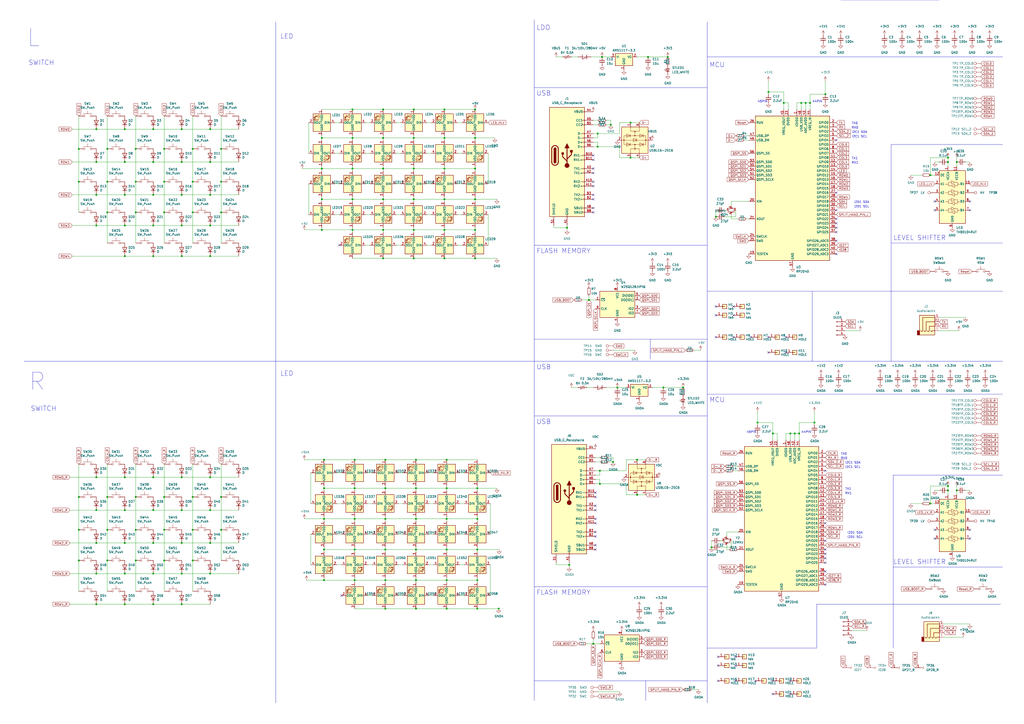
<source format=kicad_sch>
(kicad_sch (version 20230121) (generator eeschema)
  (paper "A2")
  (junction (at 78.74 105.41))
  (junction (at 223.52 266.7))
  (junction (at 88.9 148.59))
  (junction (at 95.25 86.36))
  (junction (at 241.3 318.77))
  (junction (at 240.03 133.35))
  (junction (at 78.74 325.12))
  (junction (at 240.03 115.57))
  (junction (at 111.76 86.36))
  (junction (at 62.23 86.36))
  (junction (at 88.9 74.93))
  (junction (at 121.92 130.81))
  (junction (at 55.88 74.93))
  (junction (at 62.23 105.41))
  (junction (at 95.25 325.12))
  (junction (at 259.08 300.99))
  (junction (at 128.27 288.29))
  (junction (at 222.25 97.79))
  (junction (at 62.23 123.19))
  (junction (at 223.52 283.21))
  (junction (at 78.74 123.19))
  (junction (at 205.74 336.55))
  (junction (at 187.96 300.99))
  (junction (at 549.91 281.94))
  (junction (at 72.39 130.81))
  (junction (at 354.33 72.39))
  (junction (at 355.6 267.97))
  (junction (at 223.52 336.55))
  (junction (at 222.25 115.57))
  (junction (at 88.9 93.98))
  (junction (at 55.88 113.03))
  (junction (at 240.03 149.86))
  (junction (at 346.71 77.47))
  (junction (at 276.86 336.55))
  (junction (at 95.25 123.19))
  (junction (at 111.76 325.12))
  (junction (at 72.39 314.96))
  (junction (at 204.47 80.01))
  (junction (at 344.17 373.38))
  (junction (at 415.29 125.73))
  (junction (at 105.41 113.03))
  (junction (at 276.86 353.06))
  (junction (at 439.42 245.11))
  (junction (at 275.59 133.35))
  (junction (at 448.31 251.46))
  (junction (at 105.41 93.98))
  (junction (at 330.2 327.66))
  (junction (at 222.25 133.35))
  (junction (at 369.57 266.7))
  (junction (at 88.9 130.81))
  (junction (at 347.98 280.67))
  (junction (at 241.3 283.21))
  (junction (at 458.47 251.46))
  (junction (at 257.81 133.35))
  (junction (at 187.96 318.77))
  (junction (at 204.47 133.35))
  (junction (at 257.81 149.86))
  (junction (at 241.3 336.55))
  (junction (at 384.81 224.79))
  (junction (at 472.44 245.11))
  (junction (at 55.88 93.98))
  (junction (at 412.75 317.5))
  (junction (at 365.76 91.44))
  (junction (at 72.39 93.98))
  (junction (at 554.99 93.98))
  (junction (at 111.76 307.34))
  (junction (at 205.74 266.7))
  (junction (at 55.88 295.91))
  (junction (at 186.69 80.01))
  (junction (at 72.39 113.03))
  (junction (at 259.08 283.21))
  (junction (at 469.9 59.69))
  (junction (at 223.52 318.77))
  (junction (at 88.9 314.96))
  (junction (at 105.41 74.93))
  (junction (at 105.41 295.91))
  (junction (at 222.25 149.86))
  (junction (at 454.66 59.69))
  (junction (at 72.39 332.74))
  (junction (at 88.9 295.91))
  (junction (at 111.76 123.19))
  (junction (at 275.59 80.01))
  (junction (at 55.88 130.81))
  (junction (at 72.39 148.59))
  (junction (at 55.88 332.74))
  (junction (at 257.81 63.5))
  (junction (at 539.75 101.6))
  (junction (at 45.72 86.36))
  (junction (at 187.96 266.7))
  (junction (at 276.86 318.77))
  (junction (at 128.27 123.19))
  (junction (at 62.23 325.12))
  (junction (at 128.27 307.34))
  (junction (at 105.41 314.96))
  (junction (at 105.41 350.52))
  (junction (at 105.41 148.59))
  (junction (at 121.92 148.59))
  (junction (at 241.3 266.7))
  (junction (at 121.92 295.91))
  (junction (at 259.08 318.77))
  (junction (at 88.9 113.03))
  (junction (at 72.39 74.93))
  (junction (at 95.25 105.41))
  (junction (at 539.75 292.1))
  (junction (at 186.69 97.79))
  (junction (at 461.01 251.46))
  (junction (at 72.39 350.52))
  (junction (at 289.2882 353.06))
  (junction (at 276.86 283.21))
  (junction (at 549.91 284.48))
  (junction (at 478.79 54.61))
  (junction (at 275.59 115.57))
  (junction (at 186.69 133.35))
  (junction (at 445.77 53.34))
  (junction (at 105.41 276.86))
  (junction (at 88.9 276.86))
  (junction (at 121.92 93.98))
  (junction (at 62.23 307.34))
  (junction (at 341.63 173.99))
  (junction (at 275.59 97.79))
  (junction (at 88.9 350.52))
  (junction (at 45.72 307.34))
  (junction (at 257.81 97.79))
  (junction (at 387.35 33.02))
  (junction (at 204.47 63.5))
  (junction (at 275.59 63.5))
  (junction (at 369.57 287.02))
  (junction (at 128.27 86.36))
  (junction (at 105.41 332.74))
  (junction (at 396.24 224.79))
  (junction (at 204.47 97.79))
  (junction (at 128.27 105.41))
  (junction (at 78.74 288.29))
  (junction (at 275.59 149.86))
  (junction (at 549.91 93.98))
  (junction (at 223.52 300.99))
  (junction (at 463.55 251.46))
  (junction (at 205.74 300.99))
  (junction (at 276.86 300.99))
  (junction (at 72.39 276.86))
  (junction (at 205.74 283.21))
  (junction (at 186.69 115.57))
  (junction (at 346.71 85.09))
  (junction (at 55.88 314.96))
  (junction (at 121.92 74.93))
  (junction (at 375.92 33.02))
  (junction (at 111.76 288.29))
  (junction (at 62.23 288.29))
  (junction (at 111.76 105.41))
  (junction (at 88.9 332.74))
  (junction (at 259.08 266.7))
  (junction (at 347.98 273.05))
  (junction (at 55.88 276.86))
  (junction (at 223.52 353.06))
  (junction (at 222.25 63.5))
  (junction (at 549.91 91.44))
  (junction (at 45.72 288.29))
  (junction (at 259.08 353.06))
  (junction (at 365.76 71.12))
  (junction (at 72.39 295.91))
  (junction (at 464.82 59.69))
  (junction (at 95.25 288.29))
  (junction (at 222.25 80.01))
  (junction (at 467.36 59.69))
  (junction (at 121.92 332.74))
  (junction (at 187.96 336.55))
  (junction (at 554.99 284.48))
  (junction (at 121.92 314.96))
  (junction (at 241.3 353.06))
  (junction (at 121.92 113.03))
  (junction (at 55.88 350.52))
  (junction (at 78.74 86.36))
  (junction (at 121.92 276.86))
  (junction (at 45.72 105.41))
  (junction (at 241.3 300.99))
  (junction (at 259.08 336.55))
  (junction (at 257.81 115.57))
  (junction (at 328.93 132.08))
  (junction (at 95.25 307.34))
  (junction (at 205.74 318.77))
  (junction (at 45.72 325.12))
  (junction (at 78.74 307.34))
  (junction (at 105.41 130.81))
  (junction (at 240.03 97.79))
  (junction (at 240.03 80.01))
  (junction (at 257.81 80.01))
  (junction (at 187.96 283.21))
  (junction (at 349.25 33.02))
  (junction (at 204.47 115.57))
  (junction (at 358.14 224.79))
  (junction (at 240.03 63.5))
  (no_connect (at 485.14 81.28))
  (no_connect (at 345.44 303.53))
  (no_connect (at 562.61 312.42))
  (no_connect (at 485.14 147.32))
  (no_connect (at 415.29 177.8))
  (no_connect (at 345.44 311.15))
  (no_connect (at 485.14 132.08))
  (no_connect (at 344.17 120.65))
  (no_connect (at 345.44 288.29))
  (no_connect (at 345.44 285.75))
  (no_connect (at 344.17 92.71))
  (no_connect (at 344.17 90.17))
  (no_connect (at 345.44 293.37))
  (no_connect (at 344.17 107.95))
  (no_connect (at 345.44 308.61))
  (no_connect (at 485.14 127))
  (no_connect (at 478.79 326.39))
  (no_connect (at 415.29 182.88))
  (no_connect (at 478.79 323.85))
  (no_connect (at 542.29 312.42))
  (no_connect (at 485.14 139.7))
  (no_connect (at 562.61 307.34))
  (no_connect (at 344.17 115.57))
  (no_connect (at 485.14 129.54))
  (no_connect (at 345.44 295.91))
  (no_connect (at 416.56 394.97))
  (no_connect (at 415.29 195.58))
  (no_connect (at 345.44 300.99))
  (no_connect (at 458.47 394.97))
  (no_connect (at 478.79 303.53))
  (no_connect (at 345.44 316.23))
  (no_connect (at 478.79 273.05))
  (no_connect (at 416.56 386.08))
  (no_connect (at 478.79 321.31))
  (no_connect (at 485.14 111.76))
  (no_connect (at 344.17 123.19))
  (no_connect (at 345.44 318.77))
  (no_connect (at 542.29 307.34))
  (no_connect (at 438.15 394.97))
  (no_connect (at 562.61 116.84))
  (no_connect (at 448.31 402.59))
  (no_connect (at 426.72 386.08))
  (no_connect (at 478.79 331.47))
  (no_connect (at 478.79 313.69))
  (no_connect (at 344.17 100.33))
  (no_connect (at 458.47 402.59))
  (no_connect (at 426.72 381))
  (no_connect (at 455.93 195.58))
  (no_connect (at 485.14 121.92))
  (no_connect (at 426.72 394.97))
  (no_connect (at 485.14 134.62))
  (no_connect (at 445.77 195.58))
  (no_connect (at 562.61 121.92))
  (no_connect (at 455.93 204.47))
  (no_connect (at 425.45 195.58))
  (no_connect (at 435.61 195.58))
  (no_connect (at 196.85 142.24))
  (no_connect (at 416.56 381))
  (no_connect (at 542.29 116.84))
  (no_connect (at 478.79 339.09))
  (no_connect (at 445.77 204.47))
  (no_connect (at 198.12 345.44))
  (no_connect (at 542.29 121.92))
  (no_connect (at 425.45 177.8))
  (no_connect (at 344.17 97.79))
  (no_connect (at 425.45 182.88))
  (no_connect (at 344.17 113.03))
  (no_connect (at 344.17 105.41))
  (no_connect (at 448.31 394.97))
  (no_connect (at 478.79 318.77))
  (wire (pts (xy 276.86 283.21) (xy 288.29 283.21)))
  (wire (pts (xy 138.43 332.74) (xy 121.92 332.74)))
  (wire (pts (xy 111.76 288.29) (xy 111.76 269.24)))
  (wire (pts (xy 138.43 295.91) (xy 121.92 295.91)))
  (wire (pts (xy 259.08 318.77) (xy 276.86 318.77)))
  (wire (pts (xy 231.14 345.44) (xy 233.68 345.44)))
  (wire (pts (xy 547.37 369.57) (xy 558.8 369.57)))
  (wire (pts (xy 248.92 327.66) (xy 251.46 327.66)))
  (wire (pts (xy 248.92 345.44) (xy 251.46 345.44)))
  (wire (pts (xy 95.25 67.31) (xy 95.25 86.36)))
  (wire (pts (xy 347.98 280.67) (xy 363.22 280.67)))
  (wire (pts (xy 62.23 105.41) (xy 62.23 123.19)))
  (wire (pts (xy 212.09 71.12) (xy 214.63 71.12)))
  (wire (pts (xy 138.43 74.93) (xy 121.92 74.93)))
  (wire (pts (xy 490.22 191.77) (xy 499.11 191.77)))
  (wire (pts (xy 351.79 69.85) (xy 354.33 69.85)))
  (wire (pts (xy 539.75 292.1) (xy 542.29 292.1)))
  (wire (pts (xy 195.58 309.88) (xy 198.12 309.88)))
  (polyline (pts (xy 309.88 196.85) (xy 377.19 196.85)))
  (wire (pts (xy 427.99 273.05) (xy 425.45 273.05)))
  (wire (pts (xy 105.41 113.03) (xy 121.92 113.03)))
  (wire (pts (xy 195.58 274.32) (xy 198.12 274.32)))
  (wire (pts (xy 544.83 184.15) (xy 560.07 184.15)))
  (wire (pts (xy 231.14 274.32) (xy 233.68 274.32)))
  (wire (pts (xy 424.18 116.84) (xy 424.18 119.38)))
  (wire (pts (xy 346.71 80.01) (xy 344.17 80.01)))
  (wire (pts (xy 62.23 342.9) (xy 62.23 325.12)))
  (wire (pts (xy 248.92 309.88) (xy 251.46 309.88)))
  (wire (pts (xy 359.41 77.47) (xy 359.41 71.12)))
  (wire (pts (xy 88.9 350.52) (xy 105.41 350.52)))
  (wire (pts (xy 179.07 71.12) (xy 179.07 88.9)))
  (wire (pts (xy 433.07 127) (xy 434.34 127)))
  (wire (pts (xy 330.2 326.39) (xy 330.2 327.66)))
  (wire (pts (xy 55.88 74.93) (xy 72.39 74.93)))
  (wire (pts (xy 266.7 274.32) (xy 269.24 274.32)))
  (wire (pts (xy 259.08 336.55) (xy 276.86 336.55)))
  (wire (pts (xy 41.91 113.03) (xy 55.88 113.03)))
  (wire (pts (xy 72.39 148.59) (xy 88.9 148.59)))
  (wire (pts (xy 241.3 317.5) (xy 241.3 318.77)))
  (wire (pts (xy 62.23 325.12) (xy 62.23 307.34)))
  (wire (pts (xy 222.25 115.57) (xy 240.03 115.57)))
  (wire (pts (xy 45.72 123.19) (xy 45.72 105.41)))
  (wire (pts (xy 223.52 300.99) (xy 223.52 302.26)))
  (wire (pts (xy 240.03 78.74) (xy 240.03 80.01)))
  (wire (pts (xy 204.47 133.35) (xy 186.69 133.35)))
  (wire (pts (xy 347.98 280.67) (xy 345.44 280.67)))
  (wire (pts (xy 346.71 85.09) (xy 359.41 85.09)))
  (wire (pts (xy 128.27 123.19) (xy 128.27 140.97)))
  (wire (pts (xy 462.28 59.69) (xy 464.82 59.69)))
  (wire (pts (xy 111.76 86.36) (xy 111.76 105.41)))
  (wire (pts (xy 363.22 280.67) (xy 363.22 287.02)))
  (wire (pts (xy 204.47 132.08) (xy 204.47 133.35)))
  (wire (pts (xy 549.91 281.94) (xy 539.75 281.94)))
  (wire (pts (xy 289.2882 353.06) (xy 289.56 353.06)))
  (wire (pts (xy 195.58 327.66) (xy 198.12 327.66)))
  (wire (pts (xy 266.7 327.66) (xy 269.24 327.66)))
  (wire (pts (xy 223.52 299.72) (xy 223.52 300.99)))
  (wire (pts (xy 41.91 74.93) (xy 55.88 74.93)))
  (wire (pts (xy 194.31 124.46) (xy 196.85 124.46)))
  (wire (pts (xy 363.22 266.7) (xy 369.57 266.7)))
  (wire (pts (xy 45.72 105.41) (xy 45.72 86.36)))
  (wire (pts (xy 275.59 132.08) (xy 275.59 133.35)))
  (wire (pts (xy 344.17 370.84) (xy 344.17 373.38)))
  (wire (pts (xy 369.57 266.7) (xy 374.65 266.7)))
  (wire (pts (xy 186.69 78.74) (xy 186.69 80.01)))
  (wire (pts (xy 72.39 276.86) (xy 88.9 276.86)))
  (wire (pts (xy 241.3 318.77) (xy 241.3 320.04)))
  (wire (pts (xy 186.69 63.5) (xy 204.47 63.5)))
  (wire (pts (xy 259.08 283.21) (xy 259.08 284.48)))
  (wire (pts (xy 55.88 276.86) (xy 72.39 276.86)))
  (wire (pts (xy 111.76 67.31) (xy 111.76 86.36)))
  (wire (pts (xy 445.77 53.34) (xy 445.77 54.61)))
  (wire (pts (xy 365.76 71.12) (xy 370.84 71.12)))
  (wire (pts (xy 205.74 318.77) (xy 205.74 320.04)))
  (wire (pts (xy 346.71 77.47) (xy 359.41 77.47)))
  (wire (pts (xy 450.85 251.46) (xy 450.85 255.27)))
  (wire (pts (xy 78.74 86.36) (xy 78.74 105.41)))
  (wire (pts (xy 345.44 273.05) (xy 347.98 273.05)))
  (wire (pts (xy 223.52 318.77) (xy 241.3 318.77)))
  (wire (pts (xy 222.25 133.35) (xy 240.03 133.35)))
  (wire (pts (xy 472.44 245.11) (xy 472.44 246.38)))
  (wire (pts (xy 463.55 245.11) (xy 463.55 251.46)))
  (wire (pts (xy 351.79 72.39) (xy 354.33 72.39)))
  (wire (pts (xy 186.69 80.01) (xy 186.69 81.28)))
  (wire (pts (xy 284.48 327.66) (xy 284.48 345.44)))
  (wire (pts (xy 95.25 325.12) (xy 95.25 307.34)))
  (wire (pts (xy 128.27 67.31) (xy 128.27 86.36)))
  (wire (pts (xy 445.77 46.99) (xy 445.77 53.34)))
  (wire (pts (xy 223.52 318.77) (xy 223.52 320.04)))
  (wire (pts (xy 283.21 88.9) (xy 283.21 106.68)))
  (wire (pts (xy 187.96 317.5) (xy 187.96 318.77)))
  (wire (pts (xy 347.98 273.05) (xy 347.98 275.59)))
  (wire (pts (xy 180.34 274.32) (xy 180.34 292.1)))
  (wire (pts (xy 223.52 317.5) (xy 223.52 318.77)))
  (wire (pts (xy 322.58 326.39) (xy 322.58 327.66)))
  (wire (pts (xy 229.87 124.46) (xy 232.41 124.46)))
  (polyline (pts (xy 374.65 394.97) (xy 374.65 406.4)))
  (wire (pts (xy 212.09 106.68) (xy 214.63 106.68)))
  (wire (pts (xy 259.08 318.77) (xy 259.08 320.04)))
  (wire (pts (xy 45.72 288.29) (xy 45.72 269.24)))
  (wire (pts (xy 560.07 93.98) (xy 562.61 93.98)))
  (wire (pts (xy 464.82 59.69) (xy 464.82 63.5)))
  (wire (pts (xy 458.47 251.46) (xy 461.01 251.46)))
  (wire (pts (xy 186.69 114.3) (xy 186.69 115.57)))
  (wire (pts (xy 257.81 132.08) (xy 257.81 133.35)))
  (wire (pts (xy 421.64 318.77) (xy 422.91 318.77)))
  (wire (pts (xy 176.53 133.35) (xy 186.69 133.35)))
  (wire (pts (xy 455.93 251.46) (xy 458.47 251.46)))
  (wire (pts (xy 95.25 105.41) (xy 95.25 123.19)))
  (wire (pts (xy 88.9 113.03) (xy 105.41 113.03)))
  (wire (pts (xy 275.59 80.01) (xy 287.02 80.01)))
  (wire (pts (xy 342.9 33.02) (xy 349.25 33.02)))
  (wire (pts (xy 457.2 59.69) (xy 454.66 59.69)))
  (wire (pts (xy 88.9 148.59) (xy 105.41 148.59)))
  (wire (pts (xy 223.52 283.21) (xy 223.52 284.48)))
  (wire (pts (xy 353.06 265.43) (xy 355.6 265.43)))
  (wire (pts (xy 257.81 149.86) (xy 275.59 149.86)))
  (wire (pts (xy 111.76 307.34) (xy 111.76 325.12)))
  (wire (pts (xy 259.08 300.99) (xy 276.86 300.99)))
  (wire (pts (xy 463.55 251.46) (xy 463.55 255.27)))
  (wire (pts (xy 111.76 123.19) (xy 111.76 105.41)))
  (wire (pts (xy 369.57 287.02) (xy 374.65 287.02)))
  (wire (pts (xy 337.82 173.99) (xy 341.63 173.99)))
  (polyline (pts (xy 518.16 328.93) (xy 518.16 375.92)))
  (wire (pts (xy 542.29 284.48) (xy 544.83 284.48)))
  (wire (pts (xy 240.03 97.79) (xy 240.03 99.06)))
  (wire (pts (xy 406.4 203.2) (xy 402.59 203.2)))
  (wire (pts (xy 347.98 278.13) (xy 347.98 280.67)))
  (wire (pts (xy 431.8 78.74) (xy 434.34 78.74)))
  (wire (pts (xy 275.59 96.52) (xy 275.59 97.79)))
  (wire (pts (xy 62.23 288.29) (xy 62.23 307.34)))
  (wire (pts (xy 222.25 115.57) (xy 222.25 116.84)))
  (wire (pts (xy 128.27 325.12) (xy 128.27 307.34)))
  (wire (pts (xy 331.47 224.79) (xy 335.28 224.79)))
  (wire (pts (xy 186.69 115.57) (xy 204.47 115.57)))
  (wire (pts (xy 204.47 78.74) (xy 204.47 80.01)))
  (wire (pts (xy 275.59 80.01) (xy 275.59 81.28)))
  (polyline (pts (xy 410.21 33.02) (xy 581.66 33.02)))
  (wire (pts (xy 322.58 33.02) (xy 326.39 33.02)))
  (wire (pts (xy 231.14 327.66) (xy 233.68 327.66)))
  (wire (pts (xy 283.21 124.46) (xy 283.21 142.24)))
  (wire (pts (xy 223.52 300.99) (xy 241.3 300.99)))
  (wire (pts (xy 457.2 59.69) (xy 457.2 63.5)))
  (wire (pts (xy 240.03 63.5) (xy 257.81 63.5)))
  (wire (pts (xy 347.98 273.05) (xy 363.22 273.05)))
  (wire (pts (xy 177.8 336.55) (xy 187.96 336.55)))
  (wire (pts (xy 204.47 97.79) (xy 222.25 97.79)))
  (wire (pts (xy 55.88 113.03) (xy 72.39 113.03)))
  (wire (pts (xy 72.39 295.91) (xy 55.88 295.91)))
  (wire (pts (xy 204.47 97.79) (xy 204.47 99.06)))
  (wire (pts (xy 240.03 96.52) (xy 240.03 97.79)))
  (wire (pts (xy 223.52 353.06) (xy 241.3 353.06)))
  (wire (pts (xy 222.25 80.01) (xy 222.25 81.28)))
  (wire (pts (xy 259.08 300.99) (xy 259.08 302.26)))
  (wire (pts (xy 363.22 273.05) (xy 363.22 266.7)))
  (wire (pts (xy 351.79 224.79) (xy 358.14 224.79)))
  (wire (pts (xy 105.41 350.52) (xy 121.92 350.52)))
  (wire (pts (xy 434.34 81.28) (xy 431.8 81.28)))
  (wire (pts (xy 241.3 335.28) (xy 241.3 336.55)))
  (wire (pts (xy 554.99 91.44) (xy 554.99 93.98)))
  (wire (pts (xy 204.47 115.57) (xy 222.25 115.57)))
  (wire (pts (xy 205.74 266.7) (xy 223.52 266.7)))
  (wire (pts (xy 257.81 80.01) (xy 257.81 81.28)))
  (wire (pts (xy 257.81 63.5) (xy 275.59 63.5)))
  (wire (pts (xy 266.7 292.1) (xy 269.24 292.1)))
  (wire (pts (xy 204.47 115.57) (xy 204.47 116.84)))
  (wire (pts (xy 365.76 91.44) (xy 370.84 91.44)))
  (wire (pts (xy 539.75 91.44) (xy 539.75 101.6)))
  (wire (pts (xy 195.58 292.1) (xy 198.12 292.1)))
  (wire (pts (xy 176.53 266.7) (xy 187.96 266.7)))
  (wire (pts (xy 266.7 309.88) (xy 269.24 309.88)))
  (wire (pts (xy 257.81 97.79) (xy 257.81 99.06)))
  (wire (pts (xy 554.99 284.48) (xy 554.99 287.02)))
  (wire (pts (xy 204.47 114.3) (xy 204.47 115.57)))
  (polyline (pts (xy 516.89 168.91) (xy 516.89 140.97)))
  (polyline (pts (xy 160.02 12.7) (xy 160.02 407.67)))
  (wire (pts (xy 229.87 71.12) (xy 232.41 71.12)))
  (polyline (pts (xy 410.21 375.92) (xy 473.71 375.92)))
  (wire (pts (xy 213.36 292.1) (xy 215.9 292.1)))
  (wire (pts (xy 231.14 309.88) (xy 233.68 309.88)))
  (wire (pts (xy 186.69 97.79) (xy 204.47 97.79)))
  (wire (pts (xy 344.17 82.55) (xy 346.71 82.55)))
  (wire (pts (xy 478.79 54.61) (xy 469.9 54.61)))
  (wire (pts (xy 259.08 283.21) (xy 276.86 283.21)))
  (wire (pts (xy 345.44 265.43) (xy 347.98 265.43)))
  (wire (pts (xy 549.91 284.48) (xy 549.91 287.02)))
  (wire (pts (xy 121.92 93.98) (xy 105.41 93.98)))
  (wire (pts (xy 276.86 318.77) (xy 276.86 320.04)))
  (wire (pts (xy 205.74 336.55) (xy 187.96 336.55)))
  (wire (pts (xy 421.64 316.23) (xy 421.64 318.77)))
  (polyline (pts (xy 581.66 209.55) (xy 13.97 209.55)))
  (wire (pts (xy 275.59 97.79) (xy 275.59 99.06)))
  (wire (pts (xy 204.47 63.5) (xy 222.25 63.5)))
  (wire (pts (xy 424.18 313.69) (xy 424.18 317.5)))
  (wire (pts (xy 240.03 115.57) (xy 240.03 116.84)))
  (polyline (pts (xy 544.83 0) (xy 487.68 0)))
  (wire (pts (xy 345.44 278.13) (xy 347.98 278.13)))
  (wire (pts (xy 186.69 80.01) (xy 204.47 80.01)))
  (wire (pts (xy 240.03 133.35) (xy 240.03 134.62)))
  (wire (pts (xy 121.92 130.81) (xy 105.41 130.81)))
  (wire (pts (xy 321.31 132.08) (xy 328.93 132.08)))
  (wire (pts (xy 284.48 292.1) (xy 284.48 309.88)))
  (wire (pts (xy 426.72 125.73) (xy 420.37 125.73)))
  (wire (pts (xy 55.88 93.98) (xy 41.91 93.98)))
  (wire (pts (xy 417.83 313.69) (xy 419.1 313.69)))
  (wire (pts (xy 105.41 276.86) (xy 121.92 276.86)))
  (wire (pts (xy 105.41 295.91) (xy 88.9 295.91)))
  (wire (pts (xy 105.41 74.93) (xy 88.9 74.93)))
  (wire (pts (xy 55.88 295.91) (xy 40.64 295.91)))
  (wire (pts (xy 265.43 124.46) (xy 267.97 124.46)))
  (wire (pts (xy 111.76 307.34) (xy 111.76 288.29)))
  (wire (pts (xy 223.52 283.21) (xy 241.3 283.21)))
  (polyline (pts (xy 473.71 375.92) (xy 473.71 350.52)))
  (wire (pts (xy 105.41 130.81) (xy 88.9 130.81)))
  (wire (pts (xy 448.31 251.46) (xy 448.31 255.27)))
  (wire (pts (xy 128.27 105.41) (xy 128.27 123.19)))
  (wire (pts (xy 187.96 300.99) (xy 205.74 300.99)))
  (wire (pts (xy 359.41 91.44) (xy 365.76 91.44)))
  (wire (pts (xy 222.25 97.79) (xy 240.03 97.79)))
  (wire (pts (xy 247.65 142.24) (xy 250.19 142.24)))
  (wire (pts (xy 346.71 401.32) (xy 359.41 401.32)))
  (wire (pts (xy 340.36 373.38) (xy 344.17 373.38)))
  (wire (pts (xy 72.39 350.52) (xy 88.9 350.52)))
  (polyline (pts (xy 518.16 275.59) (xy 581.66 275.59)))
  (wire (pts (xy 322.58 327.66) (xy 330.2 327.66)))
  (wire (pts (xy 554.99 281.94) (xy 554.99 284.48)))
  (wire (pts (xy 421.64 308.61) (xy 427.99 308.61)))
  (wire (pts (xy 424.18 127) (xy 427.99 127)))
  (wire (pts (xy 415.29 121.92) (xy 415.29 125.73)))
  (wire (pts (xy 241.3 336.55) (xy 241.3 337.82)))
  (wire (pts (xy 128.27 269.24) (xy 128.27 288.29)))
  (wire (pts (xy 445.77 53.34) (xy 454.66 53.34)))
  (wire (pts (xy 55.88 332.74) (xy 40.64 332.74)))
  (polyline (pts (xy 377.19 196.85) (xy 410.21 196.85)))
  (wire (pts (xy 421.64 308.61) (xy 421.64 311.15)))
  (wire (pts (xy 420.37 121.92) (xy 421.64 121.92)))
  (wire (pts (xy 222.25 133.35) (xy 222.25 134.62)))
  (wire (pts (xy 276.86 353.06) (xy 289.2882 353.06)))
  (wire (pts (xy 40.64 350.52) (xy 55.88 350.52)))
  (wire (pts (xy 240.03 80.01) (xy 257.81 80.01)))
  (wire (pts (xy 259.08 353.06) (xy 276.86 353.06)))
  (wire (pts (xy 213.36 274.32) (xy 215.9 274.32)))
  (polyline (pts (xy 309.88 11.43) (xy 309.88 406.4)))
  (wire (pts (xy 328.93 130.81) (xy 328.93 132.08)))
  (wire (pts (xy 229.87 88.9) (xy 232.41 88.9)))
  (wire (pts (xy 494.03 365.76) (xy 502.92 365.76)))
  (wire (pts (xy 384.81 224.79) (xy 396.24 224.79)))
  (wire (pts (xy 259.08 335.28) (xy 259.08 336.55)))
  (wire (pts (xy 222.25 96.52) (xy 222.25 97.79)))
  (wire (pts (xy 204.47 133.35) (xy 204.47 134.62)))
  (wire (pts (xy 347.98 275.59) (xy 345.44 275.59)))
  (wire (pts (xy 72.39 93.98) (xy 88.9 93.98)))
  (wire (pts (xy 549.91 91.44) (xy 549.91 93.98)))
  (wire (pts (xy 187.96 336.55) (xy 187.96 335.28)))
  (wire (pts (xy 554.99 93.98) (xy 554.99 96.52)))
  (wire (pts (xy 412.75 313.69) (xy 412.75 317.5)))
  (wire (pts (xy 205.74 299.72) (xy 205.74 300.99)))
  (wire (pts (xy 363.22 287.02) (xy 369.57 287.02)))
  (wire (pts (xy 88.9 295.91) (xy 72.39 295.91)))
  (wire (pts (xy 241.3 283.21) (xy 259.08 283.21)))
  (wire (pts (xy 539.75 281.94) (xy 539.75 292.1)))
  (wire (pts (xy 78.74 325.12) (xy 78.74 307.34)))
  (wire (pts (xy 257.81 133.35) (xy 257.81 134.62)))
  (wire (pts (xy 247.65 106.68) (xy 250.19 106.68)))
  (wire (pts (xy 78.74 288.29) (xy 78.74 269.24)))
  (wire (pts (xy 354.33 69.85) (xy 354.33 72.39)))
  (wire (pts (xy 187.96 318.77) (xy 205.74 318.77)))
  (wire (pts (xy 45.72 307.34) (xy 45.72 288.29)))
  (wire (pts (xy 454.66 59.69) (xy 454.66 63.5)))
  (wire (pts (xy 259.08 317.5) (xy 259.08 318.77)))
  (wire (pts (xy 544.83 191.77) (xy 556.26 191.77)))
  (wire (pts (xy 341.63 173.99) (xy 345.44 173.99)))
  (polyline (pts (xy 309.88 142.24) (xy 410.21 142.24)))
  (wire (pts (xy 265.43 106.68) (xy 267.97 106.68)))
  (wire (pts (xy 105.41 332.74) (xy 88.9 332.74)))
  (wire (pts (xy 128.27 288.29) (xy 128.27 307.34)))
  (wire (pts (xy 205.74 335.28) (xy 205.74 336.55)))
  (wire (pts (xy 105.41 314.96) (xy 121.92 314.96)))
  (wire (pts (xy 266.7 345.44) (xy 269.24 345.44)))
  (wire (pts (xy 276.86 318.77) (xy 289.56 318.77)))
  (wire (pts (xy 205.74 317.5) (xy 205.74 318.77)))
  (wire (pts (xy 247.65 124.46) (xy 250.19 124.46)))
  (wire (pts (xy 425.45 270.51) (xy 427.99 270.51)))
  (polyline (pts (xy 410.21 168.91) (xy 471.17 168.91)))
  (wire (pts (xy 186.69 97.79) (xy 186.69 99.06)))
  (polyline (pts (xy 410.21 12.7) (xy 410.21 407.67)))
  (wire (pts (xy 345.44 267.97) (xy 347.98 267.97)))
  (wire (pts (xy 275.59 114.3) (xy 275.59 115.57)))
  (polyline (pts (xy 309.88 50.8) (xy 410.21 50.8)))
  (wire (pts (xy 41.91 148.59) (xy 72.39 148.59)))
  (wire (pts (xy 186.69 115.57) (xy 186.69 116.84)))
  (wire (pts (xy 105.41 148.59) (xy 121.92 148.59)))
  (wire (pts (xy 205.74 336.55) (xy 205.74 337.82)))
  (wire (pts (xy 454.66 53.34) (xy 454.66 59.69)))
  (wire (pts (xy 180.34 309.88) (xy 180.34 327.66)))
  (wire (pts (xy 121.92 332.74) (xy 105.41 332.74)))
  (wire (pts (xy 560.07 284.48) (xy 562.61 284.48)))
  (wire (pts (xy 241.3 300.99) (xy 241.3 302.26)))
  (polyline (pts (xy 516.89 83.82) (xy 581.66 83.82)))
  (wire (pts (xy 205.74 353.06) (xy 223.52 353.06)))
  (wire (pts (xy 257.81 80.01) (xy 275.59 80.01)))
  (wire (pts (xy 257.81 133.35) (xy 275.59 133.35)))
  (wire (pts (xy 461.01 251.46) (xy 461.01 255.27)))
  (wire (pts (xy 257.81 97.79) (xy 275.59 97.79)))
  (wire (pts (xy 78.74 86.36) (xy 78.74 67.31)))
  (wire (pts (xy 222.25 63.5) (xy 240.03 63.5)))
  (wire (pts (xy 222.25 114.3) (xy 222.25 115.57)))
  (wire (pts (xy 205.74 283.21) (xy 223.52 283.21)))
  (polyline (pts (xy 518.16 328.93) (xy 518.16 275.59)))
  (wire (pts (xy 328.93 132.08) (xy 328.93 133.35)))
  (wire (pts (xy 222.25 97.79) (xy 222.25 99.06)))
  (wire (pts (xy 275.59 115.57) (xy 288.29 115.57)))
  (wire (pts (xy 265.43 142.24) (xy 267.97 142.24)))
  (wire (pts (xy 359.41 71.12) (xy 365.76 71.12)))
  (wire (pts (xy 528.32 101.6) (xy 534.67 101.6)))
  (wire (pts (xy 344.17 72.39) (xy 346.71 72.39)))
  (polyline (pts (xy 581.66 168.91) (xy 471.17 168.91)))
  (wire (pts (xy 458.47 251.46) (xy 458.47 255.27)))
  (wire (pts (xy 542.29 93.98) (xy 544.83 93.98)))
  (wire (pts (xy 241.3 266.7) (xy 259.08 266.7)))
  (wire (pts (xy 469.9 54.61) (xy 469.9 59.69)))
  (wire (pts (xy 78.74 342.9) (xy 78.74 325.12)))
  (wire (pts (xy 187.96 266.7) (xy 205.74 266.7)))
  (wire (pts (xy 222.25 80.01) (xy 240.03 80.01)))
  (wire (pts (xy 240.03 132.08) (xy 240.03 133.35)))
  (wire (pts (xy 222.25 78.74) (xy 222.25 80.01)))
  (wire (pts (xy 95.25 288.29) (xy 95.25 307.34)))
  (wire (pts (xy 187.96 283.21) (xy 205.74 283.21)))
  (wire (pts (xy 204.47 149.86) (xy 222.25 149.86)))
  (wire (pts (xy 259.08 336.55) (xy 259.08 337.82)))
  (wire (pts (xy 259.08 266.7) (xy 276.86 266.7)))
  (wire (pts (xy 346.71 82.55) (xy 346.71 85.09)))
  (polyline (pts (xy 377.19 208.28) (xy 377.19 196.85)))
  (wire (pts (xy 179.07 106.68) (xy 179.07 124.46)))
  (wire (pts (xy 257.81 96.52) (xy 257.81 97.79)))
  (wire (pts (xy 229.87 142.24) (xy 232.41 142.24)))
  (wire (pts (xy 121.92 295.91) (xy 105.41 295.91)))
  (wire (pts (xy 212.09 88.9) (xy 214.63 88.9)))
  (polyline (pts (xy 309.88 241.3) (xy 410.21 241.3)))
  (wire (pts (xy 186.69 96.52) (xy 186.69 97.79)))
  (wire (pts (xy 276.86 300.99) (xy 276.86 302.26)))
  (wire (pts (xy 549.91 91.44) (xy 539.75 91.44)))
  (wire (pts (xy 240.03 115.57) (xy 257.81 115.57)))
  (wire (pts (xy 424.18 317.5) (xy 417.83 317.5)))
  (wire (pts (xy 223.52 336.55) (xy 241.3 336.55)))
  (wire (pts (xy 55.88 314.96) (xy 72.39 314.96)))
  (wire (pts (xy 223.52 335.28) (xy 223.52 336.55)))
  (wire (pts (xy 344.17 69.85) (xy 346.71 69.85)))
  (wire (pts (xy 72.39 314.96) (xy 88.9 314.96)))
  (wire (pts (xy 321.31 130.81) (xy 321.31 132.08)))
  (wire (pts (xy 204.47 133.35) (xy 222.25 133.35)))
  (polyline (pts (xy 581.66 328.93) (xy 518.16 328.93)))
  (polyline (pts (xy 309.88 340.36) (xy 410.21 340.36)))
  (wire (pts (xy 275.59 115.57) (xy 275.59 116.84)))
  (wire (pts (xy 121.92 276.86) (xy 138.43 276.86)))
  (wire (pts (xy 448.31 245.11) (xy 448.31 251.46)))
  (wire (pts (xy 549.91 281.94) (xy 549.91 284.48)))
  (wire (pts (xy 62.23 86.36) (xy 62.23 105.41)))
  (wire (pts (xy 341.63 171.45) (xy 341.63 173.99)))
  (wire (pts (xy 241.3 318.77) (xy 259.08 318.77)))
  (wire (pts (xy 62.23 269.24) (xy 62.23 288.29)))
  (polyline (pts (xy 374.65 394.97) (xy 410.21 394.97)))
  (wire (pts (xy 478.79 46.99) (xy 478.79 54.61)))
  (wire (pts (xy 88.9 130.81) (xy 72.39 130.81)))
  (wire (pts (xy 205.74 318.77) (xy 223.52 318.77)))
  (wire (pts (xy 276.86 336.55) (xy 276.86 337.82)))
  (wire (pts (xy 138.43 130.81) (xy 121.92 130.81)))
  (wire (pts (xy 257.81 115.57) (xy 257.81 116.84)))
  (wire (pts (xy 213.36 345.44) (xy 215.9 345.44)))
  (wire (pts (xy 455.93 251.46) (xy 455.93 255.27)))
  (wire (pts (xy 204.47 81.28) (xy 204.47 80.01)))
  (wire (pts (xy 259.08 299.72) (xy 259.08 300.99)))
  (wire (pts (xy 241.3 283.21) (xy 241.3 284.48)))
  (wire (pts (xy 358.14 224.79) (xy 363.22 224.79)))
  (wire (pts (xy 62.23 140.97) (xy 62.23 123.19)))
  (wire (pts (xy 111.76 342.9) (xy 111.76 325.12)))
  (wire (pts (xy 426.72 121.92) (xy 426.72 125.73)))
  (wire (pts (xy 187.96 300.99) (xy 187.96 302.26)))
  (polyline (pts (xy 309.88 394.97) (xy 374.65 394.97)))
  (wire (pts (xy 276.86 283.21) (xy 276.86 284.48)))
  (wire (pts (xy 424.18 124.46) (xy 424.18 127)))
  (wire (pts (xy 276.86 317.5) (xy 276.86 318.77)))
  (wire (pts (xy 275.59 149.86) (xy 288.29 149.86)))
  (wire (pts (xy 95.25 140.97) (xy 95.25 123.19)))
  (wire (pts (xy 257.81 114.3) (xy 257.81 115.57)))
  (wire (pts (xy 176.53 300.99) (xy 187.96 300.99)))
  (wire (pts (xy 330.2 327.66) (xy 330.2 328.93)))
  (wire (pts (xy 55.88 350.52) (xy 72.39 350.52)))
  (wire (pts (xy 95.25 269.24) (xy 95.25 288.29)))
  (wire (pts (xy 240.03 114.3) (xy 240.03 115.57)))
  (wire (pts (xy 186.69 133.35) (xy 186.69 132.08)))
  (wire (pts (xy 344.17 373.38) (xy 347.98 373.38)))
  (wire (pts (xy 212.09 124.46) (xy 214.63 124.46)))
  (wire (pts (xy 472.44 238.76) (xy 472.44 245.11)))
  (wire (pts (xy 138.43 93.98) (xy 121.92 93.98)))
  (wire (pts (xy 241.3 281.94) (xy 241.3 283.21)))
  (wire (pts (xy 240.03 133.35) (xy 257.81 133.35)))
  (wire (pts (xy 72.39 332.74) (xy 55.88 332.74)))
  (wire (pts (xy 439.42 245.11) (xy 439.42 246.38)))
  (wire (pts (xy 205.74 300.99) (xy 205.74 302.26)))
  (wire (pts (xy 194.31 71.12) (xy 196.85 71.12)))
  (wire (pts (xy 223.52 266.7) (xy 241.3 266.7)))
  (wire (pts (xy 241.3 336.55) (xy 259.08 336.55)))
  (wire (pts (xy 248.92 292.1) (xy 251.46 292.1)))
  (polyline (pts (xy 516.89 168.91) (xy 516.89 209.55)))
  (wire (pts (xy 223.52 336.55) (xy 223.52 337.82)))
  (wire (pts (xy 247.65 88.9) (xy 250.19 88.9)))
  (wire (pts (xy 257.81 78.74) (xy 257.81 80.01)))
  (polyline (pts (xy 473.71 350.52) (xy 580.39 350.52)))
  (polyline (pts (xy 410.21 228.6) (xy 581.66 228.6)))
  (wire (pts (xy 78.74 140.97) (xy 78.74 123.19)))
  (polyline (pts (xy 516.89 140.97) (xy 581.66 140.97)))
  (wire (pts (xy 424.18 116.84) (xy 434.34 116.84)))
  (wire (pts (xy 72.39 130.81) (xy 55.88 130.81)))
  (wire (pts (xy 346.71 85.09) (xy 344.17 85.09)))
  (wire (pts (xy 241.3 300.99) (xy 259.08 300.99)))
  (wire (pts (xy 405.13 400.05) (xy 401.32 400.05)))
  (wire (pts (xy 439.42 238.76) (xy 439.42 245.11)))
  (wire (pts (xy 257.81 115.57) (xy 275.59 115.57)))
  (wire (pts (xy 265.43 71.12) (xy 267.97 71.12)))
  (wire (pts (xy 105.41 314.96) (xy 88.9 314.96)))
  (wire (pts (xy 241.3 299.72) (xy 241.3 300.99)))
  (wire (pts (xy 240.03 149.86) (xy 257.81 149.86)))
  (polyline (pts (xy 471.17 168.91) (xy 471.17 209.55)))
  (wire (pts (xy 204.47 96.52) (xy 204.47 97.79)))
  (wire (pts (xy 121.92 148.59) (xy 138.43 148.59)))
  (wire (pts (xy 187.96 299.72) (xy 187.96 300.99)))
  (wire (pts (xy 95.25 86.36) (xy 95.25 105.41)))
  (wire (pts (xy 378.46 224.79) (xy 384.81 224.79)))
  (wire (pts (xy 276.86 299.72) (xy 276.86 300.99)))
  (wire (pts (xy 275.59 133.35) (xy 275.59 134.62)))
  (wire (pts (xy 549.91 93.98) (xy 549.91 96.52)))
  (wire (pts (xy 355.6 265.43) (xy 355.6 267.97)))
  (wire (pts (xy 467.36 59.69) (xy 467.36 63.5)))
  (wire (pts (xy 240.03 97.79) (xy 257.81 97.79)))
  (wire (pts (xy 205.74 336.55) (xy 223.52 336.55)))
  (wire (pts (xy 275.59 80.01) (xy 275.59 78.74)))
  (wire (pts (xy 247.65 71.12) (xy 250.19 71.12)))
  (wire (pts (xy 72.39 93.98) (xy 55.88 93.98)))
  (wire (pts (xy 187.96 281.94) (xy 187.96 283.21)))
  (wire (pts (xy 547.37 361.95) (xy 562.61 361.95)))
  (wire (pts (xy 78.74 288.29) (xy 78.74 307.34)))
  (wire (pts (xy 259.08 281.94) (xy 259.08 283.21)))
  (wire (pts (xy 276.86 335.28) (xy 276.86 336.55)))
  (wire (pts (xy 88.9 332.74) (xy 72.39 332.74)))
  (wire (pts (xy 205.74 300.99) (xy 223.52 300.99)))
  (wire (pts (xy 467.36 59.69) (xy 469.9 59.69)))
  (wire (pts (xy 40.64 276.86) (xy 55.88 276.86)))
  (wire (pts (xy 194.31 88.9) (xy 196.85 88.9)))
  (wire (pts (xy 40.64 314.96) (xy 55.88 314.96)))
  (wire (pts (xy 55.88 130.81) (xy 41.91 130.81)))
  (wire (pts (xy 276.86 283.21) (xy 276.86 281.94)))
  (wire (pts (xy 121.92 113.03) (xy 138.43 113.03)))
  (wire (pts (xy 205.74 281.94) (xy 205.74 283.21)))
  (wire (pts (xy 331.47 33.02) (xy 335.28 33.02)))
  (wire (pts (xy 375.92 33.02) (xy 387.35 33.02)))
  (wire (pts (xy 340.36 224.79) (xy 344.17 224.79)))
  (wire (pts (xy 45.72 86.36) (xy 45.72 67.31)))
  (wire (pts (xy 528.32 292.1) (xy 534.67 292.1)))
  (wire (pts (xy 344.17 77.47) (xy 346.71 77.47)))
  (wire (pts (xy 349.25 33.02) (xy 354.33 33.02)))
  (wire (pts (xy 72.39 113.03) (xy 88.9 113.03)))
  (wire (pts (xy 121.92 314.96) (xy 138.43 314.96)))
  (wire (pts (xy 222.25 149.86) (xy 240.03 149.86)))
  (wire (pts (xy 450.85 251.46) (xy 448.31 251.46)))
  (polyline (pts (xy 516.89 140.97) (xy 516.89 83.82)))
  (wire (pts (xy 248.92 274.32) (xy 251.46 274.32)))
  (wire (pts (xy 105.41 276.86) (xy 88.9 276.86)))
  (wire (pts (xy 472.44 245.11) (xy 463.55 245.11)))
  (wire (pts (xy 213.36 309.88) (xy 215.9 309.88)))
  (wire (pts (xy 353.06 267.97) (xy 355.6 267.97)))
  (wire (pts (xy 346.71 77.47) (xy 346.71 80.01)))
  (wire (pts (xy 369.57 33.02) (xy 375.92 33.02)))
  (wire (pts (xy 204.47 80.01) (xy 222.25 80.01)))
  (wire (pts (xy 187.96 283.21) (xy 187.96 284.48)))
  (wire (pts (xy 539.75 101.6) (xy 542.29 101.6)))
  (wire (pts (xy 265.43 88.9) (xy 267.97 88.9)))
  (wire (pts (xy 439.42 245.11) (xy 448.31 245.11)))
  (wire (pts (xy 194.31 106.68) (xy 196.85 106.68)))
  (wire (pts (xy 45.72 325.12) (xy 45.72 307.34)))
  (wire (pts (xy 223.52 281.94) (xy 223.52 283.21)))
  (wire (pts (xy 229.87 106.68) (xy 232.41 106.68)))
  (wire (pts (xy 187.96 318.77) (xy 187.96 320.04)))
  (wire (pts (xy 205.74 284.48) (xy 205.74 283.21)))
  (wire (pts (xy 222.25 132.08) (xy 222.25 133.35)))
  (wire (pts (xy 105.41 93.98) (xy 88.9 93.98)))
  (wire (pts (xy 355.6 203.2) (xy 368.3 203.2)))
  (wire (pts (xy 469.9 59.69) (xy 469.9 63.5)))
  (wire (pts (xy 45.72 342.9) (xy 45.72 325.12)))
  (wire (pts (xy 62.23 67.31) (xy 62.23 86.36)))
  (wire (pts (xy 95.25 342.9) (xy 95.25 325.12)))
  (wire (pts (xy 462.28 59.69) (xy 462.28 63.5)))
  (wire (pts (xy 88.9 74.93) (xy 72.39 74.93)))
  (wire (pts (xy 461.01 251.46) (xy 463.55 251.46)))
  (wire (pts (xy 121.92 74.93) (xy 105.41 74.93)))
  (wire (pts (xy 213.36 327.66) (xy 215.9 327.66)))
  (wire (pts (xy 231.14 292.1) (xy 233.68 292.1)))
  (wire (pts (xy 464.82 59.69) (xy 467.36 59.69)))
  (wire (pts (xy 111.76 140.97) (xy 111.76 123.19)))
  (wire (pts (xy 241.3 353.06) (xy 259.08 353.06)))
  (wire (pts (xy 175.26 97.79) (xy 186.69 97.79)))
  (wire (pts (xy 240.03 80.01) (xy 240.03 81.28)))
  (wire (pts (xy 128.27 105.41) (xy 128.27 86.36)))
  (wire (pts (xy 212.09 142.24) (xy 214.63 142.24)))
  (wire (pts (xy 78.74 123.19) (xy 78.74 105.41)))
  (wire (pts (xy 359.41 85.09) (xy 359.41 91.44)))
  (text "RX1" (at 494.03 95.25 0) (effects (font (size 1.27 1.27)) (justify left bottom)))
  (text "45PIN" (at 439.42 59.69 0) (effects (font (size 1.27 1.27)) (justify left bottom)))
  (text "USB" (at 311.15 214.63 0) (effects (font (size 2.75 2.75)) (justify left bottom)))
  (text "I2D1 SDA" (at 491.49 309.88 0) (effects (font (size 1.27 1.27)) (justify left bottom)))
  (text "LED" (at 162.56 22.86 0) (effects (font (size 2.75 2.75)) (justify left bottom)))
  (text "RX1" (at 490.22 287.02 0) (effects (font (size 1.27 1.27)) (justify left bottom)))
  (text "LEVEL SHIFTER" (at 518.16 139.7 0) (effects (font (size 2.75 2.75)) (justify left bottom)))
  (text "L" (at 15.24 27.94 0) (effects (font (size 10.0076 10.0076)) (justify left bottom)))
  (text "I2C1 SCL" (at 490.22 271.78 0) (effects (font (size 1.27 1.27)) (justify left bottom)))
  (text "SWITCH" (at 17.78 238.76 0) (effects (font (size 2.75 2.75)) (justify left bottom)))
  (text "MCU" (at 411.48 39.37 0) (effects (font (size 2.75 2.75)) (justify left bottom)))
  (text "FLASH MEMORY" (at 311.15 345.44 0) (effects (font (size 2.75 2.75)) (justify left bottom)))
  (text "R\n" (at 16.51 227.33 0) (effects (font (size 10.0076 10.0076)) (justify left bottom)))
  (text "RX0" (at 494.03 74.93 0) (effects (font (size 1.27 1.27)) (justify left bottom)))
  (text "TX1" (at 494.03 92.71 0) (effects (font (size 1.27 1.27)) (justify left bottom)))
  (text "TX0" (at 487.68 264.16 0) (effects (font (size 1.27 1.27)) (justify left bottom)))
  (text "FLASH MEMORY" (at 311.15 147.32 0) (effects (font (size 2.75 2.75)) (justify left bottom)))
  (text "44PIN" (at 471.17 59.69 0) (effects (font (size 1.27 1.27)) (justify left bottom)))
  (text "I2D1 SDA" (at 495.3 118.11 0) (effects (font (size 1.27 1.27)) (justify left bottom)))
  (text "RX0" (at 487.68 266.7 0) (effects (font (size 1.27 1.27)) (justify left bottom)))
  (text "LEVEL SHIFTER" (at 518.16 327.66 0) (effects (font (size 2.75 2.75)) (justify left bottom)))
  (text "TX1" (at 490.22 284.48 0) (effects (font (size 1.27 1.27)) (justify left bottom)))
  (text "I2C1 SDA" (at 494.03 77.47 0) (effects (font (size 1.27 1.27)) (justify left bottom)))
  (text "MCU" (at 411.48 233.68 0) (effects (font (size 2.75 2.75)) (justify left bottom)))
  (text "TX0" (at 494.03 72.39 0) (effects (font (size 1.27 1.27)) (justify left bottom)))
  (text "I2D1 SCL" (at 491.49 312.42 0) (effects (font (size 1.27 1.27)) (justify left bottom)))
  (text "I2D1 SCL" (at 495.3 120.65 0) (effects (font (size 1.27 1.27)) (justify left bottom)))
  (text "45PIN" (at 433.07 251.46 0) (effects (font (size 1.27 1.27)) (justify left bottom)))
  (text "LDO" (at 311.15 17.78 0) (effects (font (size 2.75 2.75)) (justify left bottom)))
  (text "USB" (at 311.15 246.38 0) (effects (font (size 2.75 2.75)) (justify left bottom)))
  (text "LED" (at 162.56 218.44 0) (effects (font (size 2.75 2.75)) (justify left bottom)))
  (text "USB" (at 311.15 55.88 0) (effects (font (size 2.75 2.75)) (justify left bottom)))
  (text "I2C1 SCL" (at 494.03 80.01 0) (effects (font (size 1.27 1.27)) (justify left bottom)))
  (text "I2C1 SDA" (at 490.22 269.24 0) (effects (font (size 1.27 1.27)) (justify left bottom)))
  (text "SWITCH" (at 16.51 38.1 0) (effects (font (size 2.75 2.75)) (justify left bottom)))
  (text "44PIN" (at 464.82 251.46 0) (effects (font (size 1.27 1.27)) (justify left bottom)))
  (global_label "QSPI_SD1_R" (shape input) (at 373.38 373.38 0) (property "Intersheetrefs" "${INTERSHEET_REFS}" (effects hide)))
  (global_label "ROW2" (shape input) (at 41.91 113.03 180) (property "Intersheetrefs" "${INTERSHEET_REFS}" (effects hide)))
  (global_label "COL5_R" (shape input) (at 568.96 245.11 0) (property "Intersheetrefs" "${INTERSHEET_REFS}" (effects hide)))
  (global_label "SCL_R" (shape input) (at 478.79 311.15 0) (property "Intersheetrefs" "${INTERSHEET_REFS}" (effects hide)))
  (global_label "TX_R" (shape input) (at 478.79 262.89 0) (property "Intersheetrefs" "${INTERSHEET_REFS}" (effects hide)) (property "シート間のリファレンス" "${INTERSHEET_REFS}" (effects hide)))
  (global_label "COL4" (shape input) (at 568.96 46.99 0) (property "Intersheetrefs" "${INTERSHEET_REFS}" (effects hide)))
  (global_label "SWD_R" (shape input) (at 427.99 331.47 180) (property "Intersheetrefs" "${INTERSHEET_REFS}" (effects hide)))
  (global_label "COL0" (shape input) (at 45.72 67.31 90) (property "Intersheetrefs" "${INTERSHEET_REFS}" (effects hide)))
  (global_label "Reset" (shape input) (at 434.34 71.12 180) (property "Intersheetrefs" "${INTERSHEET_REFS}" (effects hide)))
  (global_label "ROW2" (shape input) (at 568.96 62.23 0) (property "Intersheetrefs" "${INTERSHEET_REFS}" (effects hide)))
  (global_label "SCL" (shape input) (at 490.22 189.23 0) (property "Intersheetrefs" "${INTERSHEET_REFS}" (effects hide)))
  (global_label "QSPI_SD3_R" (shape input) (at 373.38 381 0) (property "Intersheetrefs" "${INTERSHEET_REFS}" (effects hide)))
  (global_label "ROW4" (shape input) (at 485.14 114.3 0) (property "Intersheetrefs" "${INTERSHEET_REFS}" (effects hide)))
  (global_label "ROW1" (shape input) (at 41.91 93.98 180) (property "Intersheetrefs" "${INTERSHEET_REFS}" (effects hide)))
  (global_label "ROW4_R" (shape input) (at 568.96 262.89 0) (property "Intersheetrefs" "${INTERSHEET_REFS}" (effects hide)))
  (global_label "QSPI_SD2_R" (shape input) (at 427.99 290.83 180) (property "Intersheetrefs" "${INTERSHEET_REFS}" (effects hide)))
  (global_label "LED_LLV" (shape input) (at 542.29 106.68 180) (property "Intersheetrefs" "${INTERSHEET_REFS}" (effects hide)))
  (global_label "ROW3" (shape input) (at 485.14 109.22 0) (property "Intersheetrefs" "${INTERSHEET_REFS}" (effects hide)))
  (global_label "ROW1_R" (shape input) (at 478.79 295.91 0) (property "Intersheetrefs" "${INTERSHEET_REFS}" (effects hide)))
  (global_label "COL4_R" (shape input) (at 478.79 285.75 0) (property "Intersheetrefs" "${INTERSHEET_REFS}" (effects hide)))
  (global_label "COL2_R" (shape input) (at 568.96 237.49 0) (property "Intersheetrefs" "${INTERSHEET_REFS}" (effects hide)))
  (global_label "ROW4" (shape input) (at 41.91 148.59 180) (property "Intersheetrefs" "${INTERSHEET_REFS}" (effects hide)))
  (global_label "SDA_2_R" (shape input) (at 568.96 271.78 0) (property "Intersheetrefs" "${INTERSHEET_REFS}" (effects hide)))
  (global_label "QSPI_SD1" (shape input) (at 370.84 173.99 0) (property "Intersheetrefs" "${INTERSHEET_REFS}" (effects hide)))
  (global_label "SWCLK_R" (shape input) (at 346.71 403.86 0) (property "Intersheetrefs" "${INTERSHEET_REFS}" (effects hide)))
  (global_label "COL5_R" (shape input) (at 478.79 288.29 0) (property "Intersheetrefs" "${INTERSHEET_REFS}" (effects hide)))
  (global_label "USB_BOOT_R" (shape input) (at 537.21 341.63 180) (property "Intersheetrefs" "${INTERSHEET_REFS}" (effects hide)))
  (global_label "RX" (shape input) (at 485.14 73.66 0) (property "Intersheetrefs" "${INTERSHEET_REFS}" (effects hide)) (property "シート間のリファレンス" "${INTERSHEET_REFS}" (effects hide)))
  (global_label "USB_BOOT_R" (shape input) (at 335.28 373.38 180) (property "Intersheetrefs" "${INTERSHEET_REFS}" (effects hide)))
  (global_label "D-" (shape input) (at 370.84 71.12 0) (property "Intersheetrefs" "${INTERSHEET_REFS}" (effects hide)))
  (global_label "IO28" (shape input) (at 502.92 387.35 90) (property "Intersheetrefs" "${INTERSHEET_REFS}" (effects hide)) (property "シート間のリファレンス" "${INTERSHEET_REFS}" (effects hide)))
  (global_label "IO28_R" (shape input) (at 530.86 387.35 90) (property "Intersheetrefs" "${INTERSHEET_REFS}" (effects hide)) (property "シート間のリファレンス" "${INTERSHEET_REFS}" (effects hide)))
  (global_label "SCL_2_R" (shape input) (at 568.96 269.24 0) (property "Intersheetrefs" "${INTERSHEET_REFS}" (effects hide)))
  (global_label "USB_BOOT" (shape input) (at 539.75 157.48 180) (property "Intersheetrefs" "${INTERSHEET_REFS}" (effects hide)))
  (global_label "QSPI_SCLK" (shape input) (at 345.44 179.07 270) (property "Intersheetrefs" "${INTERSHEET_REFS}" (effects hide)))
  (global_label "QSPI_SCLK_R" (shape input) (at 427.99 295.91 180) (property "Intersheetrefs" "${INTERSHEET_REFS}" (effects hide)))
  (global_label "ROW4" (shape input) (at 568.96 67.31 0) (property "Intersheetrefs" "${INTERSHEET_REFS}" (effects hide)))
  (global_label "QSPI_SD0_R" (shape input) (at 427.99 285.75 180) (property "Intersheetrefs" "${INTERSHEET_REFS}" (effects hide)))
  (global_label "LED_HLV" (shape input) (at 562.61 106.68 0) (property "Intersheetrefs" "${INTERSHEET_REFS}" (effects hide)))
  (global_label "COL1_R" (shape input) (at 568.96 234.95 0) (property "Intersheetrefs" "${INTERSHEET_REFS}" (effects hide)))
  (global_label "COL1_R" (shape input) (at 478.79 278.13 0) (property "Intersheetrefs" "${INTERSHEET_REFS}" (effects hide)))
  (global_label "D+" (shape input) (at 370.84 91.44 0) (property "Intersheetrefs" "${INTERSHEET_REFS}" (effects hide)))
  (global_label "SDA_2" (shape input) (at 568.96 77.47 0) (property "Intersheetrefs" "${INTERSHEET_REFS}" (effects hide)))
  (global_label "IO27" (shape input) (at 488.95 387.35 90) (property "Intersheetrefs" "${INTERSHEET_REFS}" (effects hide)) (property "シート間のリファレンス" "${INTERSHEET_REFS}" (effects hide)))
  (global_label "COL3_R" (shape input) (at 478.79 283.21 0) (property "Intersheetrefs" "${INTERSHEET_REFS}" (effects hide)))
  (global_label "COL4_R" (shape input) (at 62.23 269.24 90) (property "Intersheetrefs" "${INTERSHEET_REFS}" (effects hide)))
  (global_label "SDA_R" (shape input) (at 494.03 360.68 0) (property "Intersheetrefs" "${INTERSHEET_REFS}" (effects hide)))
  (global_label "ROW1" (shape input) (at 485.14 104.14 0) (property "Intersheetrefs" "${INTERSHEET_REFS}" (effects hide)))
  (global_label "SCL_2" (shape input) (at 568.96 74.93 0) (property "Intersheetrefs" "${INTERSHEET_REFS}" (effects hide)))
  (global_label "LED_LV_R" (shape input) (at 478.79 290.83 0) (property "Intersheetrefs" "${INTERSHEET_REFS}" (effects hide)))
  (global_label "TX" (shape input) (at 544.83 186.69 0) (property "Intersheetrefs" "${INTERSHEET_REFS}" (effects hide)) (property "シート間のリファレンス" "${INTERSHEET_REFS}" (effects hide)))
  (global_label "ROW3" (shape input) (at 568.96 64.77 0) (property "Intersheetrefs" "${INTERSHEET_REFS}" (effects hide)))
  (global_label "SPLIT_HAND_PIN_L" (shape input) (at 397.51 203.2 180) (property "Intersheetrefs" "${INTERSHEET_REFS}" (effects hide)))
  (global_label "COL5" (shape input) (at 485.14 96.52 0) (property "Intersheetrefs" "${INTERSHEET_REFS}" (effects hide)))
  (global_label "SCL_2" (shape input) (at 485.14 78.74 0) (property "Intersheetrefs" "${INTERSHEET_REFS}" (effects hide)))
  (global_label "ROW3_R" (shape input) (at 478.79 300.99 0) (property "Intersheetrefs" "${INTERSHEET_REFS}" (effects hide)))
  (global_label "LED_HV_R" (shape input) (at 284.48 274.32 0) (property "Intersheetrefs" "${INTERSHEET_REFS}" (effects hide)))
  (global_label "QSPI_SD0" (shape input) (at 434.34 93.98 180) (property "Intersheetrefs" "${INTERSHEET_REFS}" (effects hide)))
  (global_label "COL2_R" (shape input) (at 95.25 269.24 90) (property "Intersheetrefs" "${INTERSHEET_REFS}" (effects hide)))
  (global_label "ROW2_R" (shape input) (at 40.64 314.96 180) (property "Intersheetrefs" "${INTERSHEET_REFS}" (effects hide)))
  (global_label "ROW0_R" (shape input) (at 40.64 276.86 180) (property "Intersheetrefs" "${INTERSHEET_REFS}" (effects hide)))
  (global_label "ROW0" (shape input) (at 568.96 57.15 0) (property "Intersheetrefs" "${INTERSHEET_REFS}" (effects hide)))
  (global_label "RX_R" (shape input) (at 547.37 364.49 0) (property "Intersheetrefs" "${INTERSHEET_REFS}" (effects hide)) (property "シート間のリファレンス" "${INTERSHEET_REFS}" (effects hide)))
  (global_label "QSPI_SD0" (shape input) (at 370.84 171.45 0) (property "Intersheetrefs" "${INTERSHEET_REFS}" (effects hide)))
  (global_label "SDA" (shape input) (at 490.22 186.69 0) (property "Intersheetrefs" "${INTERSHEET_REFS}" (effects hide)))
  (global_label "D+" (shape input) (at 426.72 78.74 180) (property "Intersheetrefs" "${INTERSHEET_REFS}" (effects hide)))
  (global_label "QSPI_SD3" (shape input) (at 370.84 181.61 0) (property "Intersheetrefs" "${INTERSHEET_REFS}" (effects hide)))
  (global_label "SWD" (shape input) (at 355.6 200.66 0) (property "Intersheetrefs" "${INTERSHEET_REFS}" (effects hide)))
  (global_label "ROW3" (shape input) (at 41.91 130.81 180) (property "Intersheetrefs" "${INTERSHEET_REFS}" (effects hide)))
  (global_label "SWCLK" (shape input) (at 434.34 137.16 180) (property "Intersheetrefs" "${INTERSHEET_REFS}" (effects hide)))
  (global_label "SPLIT_HAND_PIN_L" (shape input) (at 485.14 124.46 0) (property "Intersheetrefs" "${INTERSHEET_REFS}" (effects hide)))
  (global_label "COL3_R" (shape input) (at 78.74 269.24 90) (property "Intersheetrefs" "${INTERSHEET_REFS}" (effects hide)))
  (global_label "COL0_R" (shape input) (at 128.27 269.24 90) (property "Intersheetrefs" "${INTERSHEET_REFS}" (effects hide)))
  (global_label "IO27_R" (shape input) (at 478.79 334.01 0) (property "Intersheetrefs" "${INTERSHEET_REFS}" (effects hide)) (property "シート間のリファレンス" "${INTERSHEET_REFS}" (effects hide)))
  (global_label "QSPI_SD2" (shape input) (at 370.84 179.07 0) (property "Intersheetrefs" "${INTERSHEET_REFS}" (effects hide)))
  (global_label "SCL" (shape input) (at 485.14 119.38 0) (property "Intersheetrefs" "${INTERSHEET_REFS}" (effects hide)))
  (global_label "IO27_R" (shape input) (at 516.89 387.35 90) (property "Intersheetrefs" "${INTERSHEET_REFS}" (effects hide)) (property "シート間のリファレンス" "${INTERSHEET_REFS}" (effects hide)))
  (global_label "ROW1" (shape input) (at 568.96 59.69 0) (property "Intersheetrefs" "${INTERSHEET_REFS}" (effects hide)))
  (global_label "SCL_R" (shape input) (at 494.03 363.22 0) (property "Intersheetrefs" "${INTERSHEET_REFS}" (effects hide)))
  (global_label "QSPI_SS_R" (shape input) (at 427.99 280.67 180) (property "Intersheetrefs" "${INTERSHEET_REFS}" (effects hide)))
  (global_label "SWD_R" (shape input) (at 346.71 398.78 0) (property "Intersheetrefs" "${INTERSHEET_REFS}" (effects hide)))
  (global_label "COL5" (shape input) (at 128.27 67.31 90) (property "Intersheetrefs" "${INTERSHEET_REFS}" (effects hide)))
  (global_label "D-_R" (shape input) (at 420.37 273.05 180) (property "Intersheetrefs" "${INTERSHEET_REFS}" (effects hide)))
  (global_label "ROW0_R" (shape input) (at 478.79 293.37 0) (property "Intersheetrefs" "${INTERSHEET_REFS}" (effects hide)))
  (global_label "COL4" (shape input) (at 111.76 67.31 90) (property "Intersheetrefs" "${INTERSHEET_REFS}" (effects hide)))
  (global_label "D+_R" (shape input) (at 374.65 287.02 0) (property "Intersheetrefs" "${INTERSHEET_REFS}" (effects hide)))
  (global_label "QSPI_SS" (shape input) (at 341.63 173.99 270) (property "Intersheetrefs" "${INTERSHEET_REFS}" (effects hide)))
  (global_label "QSPI_SD2_R" (shape input) (at 373.38 378.46 0) (property "Intersheetrefs" "${INTERSHEET_REFS}" (effects hide)))
  (global_label "SDA_2" (shape input) (at 485.14 76.2 0) (property "Intersheetrefs" "${INTERSHEET_REFS}" (effects hide)))
  (global_label "Reset_R" (shape input) (at 565.15 341.63 180) (property "Intersheetrefs" "${INTERSHEET_REFS}" (effects hide)))
  (global_label "Reset" (shape input) (at 563.88 157.48 180) (property "Intersheetrefs" "${INTERSHEET_REFS}" (effects hide)))
  (global_label "ROW0_R" (shape input) (at 568.96 252.73 0) (property "Intersheetrefs" "${INTERSHEET_REFS}" (effects hide)))
  (global_label "D-_R" (shape input) (at 374.65 266.7 0) (property "Intersheetrefs" "${INTERSHEET_REFS}" (effects hide)))
  (global_label "ROW2" (shape input) (at 485.14 106.68 0) (property "Intersheetrefs" "${INTERSHEET_REFS}" (effects hide)))
  (global_label "IO28" (shape input) (at 485.14 144.78 0) (property "Intersheetrefs" "${INTERSHEET_REFS}" (effects hide)) (property "シート間のリファレンス" "${INTERSHEET_REFS}" (effects hide)))
  (global_label "ROW0" (shape input) (at 41.91 74.93 180) (property "Intersheetrefs" "${INTERSHEET_REFS}" (effects hide)))
  (global_label "IO28_R" (shape input) (at 478.79 336.55 0) (property "Intersheetrefs" "${INTERSHEET_REFS}" (effects hide)) (property "シート間のリファレンス" "${INTERSHEET_REFS}" (effects hide)))
  (global_label "ROW2_R" (shape input) (at 478.79 298.45 0) (property "Intersheetrefs" "${INTERSHEET_REFS}" (effects hide)))
  (global_label "QSPI_SD1_R" (shape input) (at 427.99 288.29 180) (property "Intersheetrefs" "${INTERSHEET_REFS}" (effects hide)))
  (global_label "COL2" (shape input) (at 568.96 41.91 0) (property "Intersheetrefs" "${INTERSHEET_REFS}" (effects hide)))
  (global_label "COL2" (shape input) (at 78.74 67.31 90) (property "Intersheetrefs" "${INTERSHEET_REFS}" (effects hide)))
  (global_label "LED_HLV" (shape input) (at 283.21 71.12 0) (property "Intersheetrefs" "${INTERSHEET_REFS}" (effects hide)))
  (global_label "COL0_R" (shape input) (at 568.96 232.41 0) (property "Intersheetrefs" "${INTERSHEET_REFS}" (effects hide)))
  (global_label "ROW2_R" (shape input) (at 568.96 257.81 0) (property "Intersheetrefs" "${INTERSHEET_REFS}" (effects hide)))
  (global_label "QSPI_SD1" (shape input) (at 434.34 96.52 180) (property "Intersheetrefs" "${INTERSHEET_REFS}" (effects hide)))
  (global_label "RX_R" (shape input) (at 478.79 265.43 0) (property "Intersheetrefs" "${INTERSHEET_REFS}" (effects hide)) (property "シート間のリファレンス" "${INTERSHEET_REFS}" (effects hide)))
  (global_label "COL3" (shape input) (at 568.96 44.45 0) (property "Intersheetrefs" "${INTERSHEET_REFS}" (effects hide)))
  (global_label "COL0" (shape input) (at 568.96 36.83 0) (property "Intersheetrefs" "${INTERSHEET_REFS}" (effects hide)))
  (global_label "COL5" (shape input) (at 568.96 49.53 0) (property "Intersheetrefs" "${INTERSHEET_REFS}" (effects hide)))
  (global_label "LED" (shape input) (at 485.14 99.06 0) (property "Intersheetrefs" "${INTERSHEET_REFS}" (effects hide)))
  (global_label "COL2_R" (shape input) (at 478.79 280.67 0) (property "Intersheetrefs" "${INTERSHEET_REFS}" (effects hide)))
  (global_label "ROW4_R" (shape input) (at 478.79 306.07 0) (property "Intersheetrefs" "${INTERSHEET_REFS}" (effects hide)))
  (global_label "ROW0" (shape input) (at 485.14 101.6 0) (property "Intersheetrefs" "${INTERSHEET_REFS}" (effects hide)))
  (global_label "QSPI_SD3" (shape input) (at 434.34 101.6 180) (property "Intersheetrefs" "${INTERSHEET_REFS}" (effects hide)))
  (global_label "D+_R" (shape input) (at 420.37 270.51 180) (property "Intersheetrefs" "${INTERSHEET_REFS}" (effects hide)))
  (global_label "COL3" (shape input) (at 95.25 67.31 90) (property "Intersheetrefs" "${INTERSHEET_REFS}" (effects hide)))
  (global_label "ROW4_R" (shape input) (at 40.64 350.52 180) (property "Intersheetrefs" "${INTERSHEET_REFS}" (effects hide)))
  (global_label "QSPI_SS" (shape input) (at 434.34 88.9 180) (property "Intersheetrefs" "${INTERSHEET_REFS}" (effects hide)))
  (global_label "TX_R" (shape input) (at 547.37 367.03 0) (property "Intersheetrefs" "${INTERSHEET_REFS}" (effects hide)) (property "シート間のリファレンス" "${INTERSHEET_REFS}" (effects hide)))
  (global_label "SDA" (shape input) (at 485.14 116.84 0) (property "Intersheetrefs" "${INTERSHEET_REFS}" (effects hide)))
  (global_label "SWCLK_R" (shape input) (at 427.99 328.93 180) (property "Intersheetrefs" "${INTERSHEET_REFS}" (effects hide)))
  (global_label "SPLIT_HAND_PIN_R" (shape input) (at 396.24 400.05 180) (property "Intersheetrefs" "${INTERSHEET_REFS}" (effects hide)))
  (global_label "SWD" (shape input) (at 434.34 139.7 180) (property "Intersheetrefs" "${INTERSHEET_REFS}" (effects hide)))
  (global_label "COL3_R" (shape input) (at 568.96 240.03 0) (property "Intersheetrefs" "${INTERSHEET_REFS}" (effects hide)))
  (global_label "QSPI_SD3_R" (shape input) (at 427.99 293.37 180) (property "Intersheetrefs" "${INTERSHEET_REFS}" (effects hide)))
  (global_label "COL0_R" (shape input) (at 478.79 275.59 0) (property "Intersheetrefs" "${INTERSHEET_REFS}" (effects hide)))
  (global_label "LED_LV_R" (shape input) (at 542.29 297.18 180) (property "Intersheetrefs" "${INTERSHEET_REFS}" (effects hide)))
  (global_label "RX" (shape input) (at 544.83 189.23 0) (property "Intersheetrefs" "${INTERSHEET_REFS}" (effects hide)) (property "シート間のリファレンス" "${INTERSHEET_REFS}" (effects hide)))
  (global_label "QSPI_SCLK" (shape input) (at 434.34 104.14 180) (property "Intersheetrefs" "${INTERSHEET_REFS}" (effects hide)))
  (global_label "COL1" (shape input) (at 62.23 67.31 90) (property "Intersheetrefs" "${INTERSHEET_REFS}" (effects hide)))
  (global_label "SDA_2_R" (shape input) (at 478.79 267.97 0) (property "Intersheetrefs" "${INTERSHEET_REFS}" (effects hide)))
  (global_label "COL4_R" (shape input) (at 568.96 242.57 0) (property "Intersheetrefs" "${INTERSHEET_REFS}" (effects hide)))
  (global_label "SWCLK" (shape input) (at 355.6 205.74 0) (property "Intersheetrefs" "${INTERSHEET_REFS}" (effects hide)))
  (global_label "SCL_2_R" (shape input) (at 478.79 270.51 0) (property "Intersheetrefs" "${INTERSHEET_REFS}" (effects hide)))
  (global_label "ROW1_R" (shape input) (at 40.64 295.91 180) (property "Intersheetrefs" "${INTERSHEET_REFS}" (effects hide)))
  (global_label "SDA_R" (shape input) (at 478.79 308.61 0) (property "Intersheetrefs" "${INTERSHEET_REFS}" (effects hide)))
  (global_label "COL1" (shape input) (at 485.14 86.36 0) (property "Intersheetrefs" "${INTERSHEET_REFS}" (effects hide)))
  (global_label "QSPI_SD2" (shape input) (at 434.34 99.06 180) (property "Intersheetrefs" "${INTERSHEET_REFS}" (effects hide)))
  (global_label "SPLIT_HAND_PIN_R" (shape input) (at 478.79 316.23 0) (property "Intersheetrefs" "${INTERSHEET_REFS}" (effects hide)))
  (global_label "IO27" (shape input) (at 485.14 142.24 0) (property "Intersheetrefs" "${INTERSHEET_REFS}" (effects hide)) (property "シート間のリファレンス" "${INTERSHEET_REFS}" (effects hide)))
  (global_label "LED_HV_R" (shape input) (at 562.61 297.18 0) (property "Intersheetrefs" "${INTERSHEET_REFS}" (effects hide)))
  (global_label "TX" (shape input) (at 485.14 71.12 0) (property "Intersheetrefs" "${INTERSHEET_REFS}" (effects hide)) (property "シート間のリファレンス" "${INTERSHEET_REFS}" (effects hide)))
  (global_label "COL0" (shape input) (at 485.14 83.82 0) (property "Intersheetrefs" "${INTERSHEET_REFS}" (effects hide)))
  (global_label "COL3" (shape input) (at 485.14 91.44 0) (property "Intersheetrefs" "${INTERSHEET_REFS}" (effects hide)))
  (global_label "ROW3_R" (shape input) (at 568.96 260.35 0) (property "Intersheetrefs" "${INTERSHEET_REFS}" (effects hide)))
  (global_label "COL4" (shape input) (at 485.14 93.98 0) (property "Intersheetrefs" "${INTERSHEET_REFS}" (effects hide)))
  (global_label "COL1" (shape input) (at 568.96 39.37 0) (property "Intersheetrefs" "${INTERSHEET_REFS}" (effects hide)))
  (global_label "QSPI_SCLK_R" (shape input) (at 347.98 378.46 270) (property "Intersheetrefs" "${INTERSHEET_REFS}" (effects hide)))
  (global_label "D-" (shape input) (at 426.72 81.28 180) (property "Intersheetrefs" "${INTERSHEET_REFS}" (effects hide)))
  (global_label "Reset_R" (shape input) (at 427.99 262.89 180) (property "Intersheetrefs" "${INTERSHEET_REFS}" (effects hide)))
  (global_label "COL1_R" (shape input) (at 111.76 269.24 90) (property "Intersheetrefs" "${INTERSHEET_REFS}" (effects hide)))
  (global_label "ROW3_R" (shape input) (at 40.64 332.74 180) (property "Intersheetrefs" "${INTERSHEET_REFS}" (effects hide)))
  (global_label "COL2" (shape input) (at 485.14 88.9 0) (property "Intersheetrefs" "${INTERSHEET_REFS}" (effects hide)))
  (global_label "QSPI_SD0_R" (shape input) (at 373.38 370.84 0) (property "Intersheetrefs" "${INTERSHEET_REFS}" (effects hide)))
  (global_label "QSPI_SS_R" (shape input) (at 344.17 373.38 270) (property "Intersheetrefs" "${INTERSHEET_REFS}" (effects hide)))
  (global_label "ROW1_R" (shape input) (at 568.96 255.27 0) (property "Intersheetrefs" "${INTERSHEET_REFS}" (effects hide)))
  (global_label "COL5_R" (shape input) (at 45.72 269.24 90) (property "Intersheetrefs" "${INTERSHEET_REFS}" (effects hide)))
  (global_label "USB_BOOT" (shape input) (at 332.74 173.99 180) (property "Intersheetrefs" "${INTERSHEET_REFS}" (effects hide)))
  (symbol (lib_id "Switch:SW_Push") (at 50.8 269.24 0) (unit 1)
    (property "Reference" "SW30" (at 50.8 262.001 0))
    (property "Value" "SW_Push" (at 50.8 264.3124 0))
    (property "Footprint" "yuchi_kbd:MX_Socket" (effects hide))
  )
  (symbol (lib_id "Device:D") (at 55.88 273.05 90) (unit 1)
    (property "Reference" "D30" (at 57.912 271.8816 90) (effects (justify right)))
    (property "Value" "D" (at 57.912 274.193 90) (effects (justify right)))
    (property "Footprint" "Diode_SMD:D_SOD-123" (effects hide))
  )
  (symbol (lib_id "Switch:SW_Push") (at 83.82 269.24 0) (unit 1)
    (property "Reference" "SW32" (at 83.82 262.001 0))
    (property "Value" "SW_Push" (at 83.82 264.3124 0))
    (property "Footprint" "yuchi_kbd:MX_Socket" (effects hide))
  )
  (symbol (lib_id "Device:D") (at 88.9 273.05 90) (unit 1)
    (property "Reference" "D32" (at 90.932 271.8816 90) (effects (justify right)))
    (property "Value" "D" (at 90.932 274.193 90) (effects (justify right)))
    (property "Footprint" "Diode_SMD:D_SOD-123" (effects hide))
  )
  (symbol (lib_id "Switch:SW_Push") (at 67.31 269.24 0) (unit 1)
    (property "Reference" "SW31" (at 67.31 262.001 0))
    (property "Value" "SW_Push" (at 67.31 264.3124 0))
    (property "Footprint" "yuchi_kbd:MX_Socket" (effects hide))
  )
  (symbol (lib_id "Device:D") (at 72.39 273.05 90) (unit 1)
    (property "Reference" "D31" (at 74.422 271.8816 90) (effects (justify right)))
    (property "Value" "D" (at 74.422 274.193 90) (effects (justify right)))
    (property "Footprint" "Diode_SMD:D_SOD-123" (effects hide))
  )
  (symbol (lib_id "Switch:SW_Push") (at 100.33 269.24 0) (unit 1)
    (property "Reference" "SW33" (at 100.33 262.001 0))
    (property "Value" "SW_Push" (at 100.33 264.3124 0))
    (property "Footprint" "yuchi_kbd:MX_Socket" (effects hide))
  )
  (symbol (lib_id "Device:D") (at 105.41 273.05 90) (unit 1)
    (property "Reference" "D33" (at 107.442 271.8816 90) (effects (justify right)))
    (property "Value" "D" (at 107.442 274.193 90) (effects (justify right)))
    (property "Footprint" "Diode_SMD:D_SOD-123" (effects hide))
  )
  (symbol (lib_id "Switch:SW_Push") (at 133.35 269.24 0) (unit 1)
    (property "Reference" "SW35" (at 133.35 262.001 0))
    (property "Value" "SW_Push" (at 133.35 264.3124 0))
    (property "Footprint" "yuchi_kbd:MX_Socket" (effects hide))
  )
  (symbol (lib_id "Device:D") (at 138.43 273.05 90) (unit 1)
    (property "Reference" "D35" (at 140.462 271.8816 90) (effects (justify right)))
    (property "Value" "D" (at 140.462 274.193 90) (effects (justify right)))
    (property "Footprint" "Diode_SMD:D_SOD-123" (effects hide))
  )
  (symbol (lib_id "Switch:SW_Push") (at 116.84 269.24 0) (unit 1)
    (property "Reference" "SW34" (at 116.84 262.001 0))
    (property "Value" "SW_Push" (at 116.84 264.3124 0))
    (property "Footprint" "yuchi_kbd:MX_Socket" (effects hide))
  )
  (symbol (lib_id "Device:D") (at 121.92 273.05 90) (unit 1)
    (property "Reference" "D34" (at 123.952 271.8816 90) (effects (justify right)))
    (property "Value" "D" (at 123.952 274.193 90) (effects (justify right)))
    (property "Footprint" "Diode_SMD:D_SOD-123" (effects hide))
  )
  (symbol (lib_id "Device:D") (at 72.39 292.1 90) (unit 1)
    (property "Reference" "D37" (at 74.422 290.9316 90) (effects (justify right)))
    (property "Value" "D" (at 74.422 293.243 90) (effects (justify right)))
    (property "Footprint" "Diode_SMD:D_SOD-123" (effects hide))
  )
  (symbol (lib_id "Switch:SW_Push") (at 67.31 288.29 0) (unit 1)
    (property "Reference" "SW37" (at 67.31 281.051 0))
    (property "Value" "SW_Push" (at 67.31 283.3624 0))
    (property "Footprint" "yuchi_kbd:MX_Socket" (effects hide))
  )
  (symbol (lib_id "Device:D") (at 88.9 292.1 90) (unit 1)
    (property "Reference" "D38" (at 90.932 290.9316 90) (effects (justify right)))
    (property "Value" "D" (at 90.932 293.243 90) (effects (justify right)))
    (property "Footprint" "Diode_SMD:D_SOD-123" (effects hide))
  )
  (symbol (lib_id "Switch:SW_Push") (at 83.82 288.29 0) (unit 1)
    (property "Reference" "SW38" (at 83.82 281.051 0))
    (property "Value" "SW_Push" (at 83.82 283.3624 0))
    (property "Footprint" "yuchi_kbd:MX_Socket" (effects hide))
  )
  (symbol (lib_id "Device:D") (at 55.88 292.1 90) (unit 1)
    (property "Reference" "D36" (at 57.912 290.9316 90) (effects (justify right)))
    (property "Value" "D" (at 57.912 293.243 90) (effects (justify right)))
    (property "Footprint" "Diode_SMD:D_SOD-123" (effects hide))
  )
  (symbol (lib_id "Switch:SW_Push") (at 50.8 288.29 0) (unit 1)
    (property "Reference" "SW36" (at 50.8 281.051 0))
    (property "Value" "SW_Push" (at 50.8 283.3624 0))
    (property "Footprint" "yuchi_kbd:MX_Socket" (effects hide))
  )
  (symbol (lib_id "Switch:SW_Push") (at 100.33 288.29 0) (unit 1)
    (property "Reference" "SW39" (at 100.33 281.051 0))
    (property "Value" "SW_Push" (at 100.33 283.3624 0))
    (property "Footprint" "yuchi_kbd:MX_Socket" (effects hide))
  )
  (symbol (lib_id "Device:D") (at 105.41 292.1 90) (unit 1)
    (property "Reference" "D39" (at 107.442 290.9316 90) (effects (justify right)))
    (property "Value" "D" (at 107.442 293.243 90) (effects (justify right)))
    (property "Footprint" "Diode_SMD:D_SOD-123" (effects hide))
  )
  (symbol (lib_id "Switch:SW_Push") (at 133.35 288.29 0) (unit 1)
    (property "Reference" "SW41" (at 133.35 281.051 0))
    (property "Value" "SW_Push" (at 133.35 283.3624 0))
    (property "Footprint" "yuchi_kbd:MX_Socket" (effects hide))
  )
  (symbol (lib_id "Device:D") (at 138.43 292.1 90) (unit 1)
    (property "Reference" "D41" (at 140.462 290.9316 90) (effects (justify right)))
    (property "Value" "D" (at 140.462 293.243 90) (effects (justify right)))
    (property "Footprint" "Diode_SMD:D_SOD-123" (effects hide))
  )
  (symbol (lib_id "Switch:SW_Push") (at 116.84 288.29 0) (unit 1)
    (property "Reference" "SW40" (at 116.84 281.051 0))
    (property "Value" "SW_Push" (at 116.84 283.3624 0))
    (property "Footprint" "yuchi_kbd:MX_Socket" (effects hide))
  )
  (symbol (lib_id "Device:D") (at 121.92 292.1 90) (unit 1)
    (property "Reference" "D40" (at 123.952 290.9316 90) (effects (justify right)))
    (property "Value" "D" (at 123.952 293.243 90) (effects (justify right)))
    (property "Footprint" "Diode_SMD:D_SOD-123" (effects hide))
  )
  (symbol (lib_id "Device:D") (at 72.39 311.15 90) (unit 1)
    (property "Reference" "D43" (at 74.422 309.9816 90) (effects (justify right)))
    (property "Value" "D" (at 74.422 312.293 90) (effects (justify right)))
    (property "Footprint" "Diode_SMD:D_SOD-123" (effects hide))
  )
  (symbol (lib_id "Switch:SW_Push") (at 67.31 307.34 0) (unit 1)
    (property "Reference" "SW43" (at 67.31 300.101 0))
    (property "Value" "SW_Push" (at 67.31 302.4124 0))
    (property "Footprint" "yuchi_kbd:MX_Socket" (effects hide))
  )
  (symbol (lib_id "Device:D") (at 88.9 311.15 90) (unit 1)
    (property "Reference" "D44" (at 90.932 309.9816 90) (effects (justify right)))
    (property "Value" "D" (at 90.932 312.293 90) (effects (justify right)))
    (property "Footprint" "Diode_SMD:D_SOD-123" (effects hide))
  )
  (symbol (lib_id "Switch:SW_Push") (at 83.82 307.34 0) (unit 1)
    (property "Reference" "SW44" (at 83.82 300.101 0))
    (property "Value" "SW_Push" (at 83.82 302.4124 0))
    (property "Footprint" "yuchi_kbd:MX_Socket" (effects hide))
  )
  (symbol (lib_id "Device:D") (at 55.88 311.15 90) (unit 1)
    (property "Reference" "D42" (at 57.912 309.9816 90) (effects (justify right)))
    (property "Value" "D" (at 57.912 312.293 90) (effects (justify right)))
    (property "Footprint" "Diode_SMD:D_SOD-123" (effects hide))
  )
  (symbol (lib_id "Switch:SW_Push") (at 50.8 307.34 0) (unit 1)
    (property "Reference" "SW42" (at 50.8 300.101 0))
    (property "Value" "SW_Push" (at 50.8 302.4124 0))
    (property "Footprint" "yuchi_kbd:MX_Socket" (effects hide))
  )
  (symbol (lib_id "Switch:SW_Push") (at 100.33 307.34 0) (unit 1)
    (property "Reference" "SW45" (at 100.33 300.101 0))
    (property "Value" "SW_Push" (at 100.33 302.4124 0))
    (property "Footprint" "yuchi_kbd:MX_Socket" (effects hide))
  )
  (symbol (lib_id "Device:D") (at 105.41 311.15 90) (unit 1)
    (property "Reference" "D45" (at 107.442 309.9816 90) (effects (justify right)))
    (property "Value" "D" (at 107.442 312.293 90) (effects (justify right)))
    (property "Footprint" "Diode_SMD:D_SOD-123" (effects hide))
  )
  (symbol (lib_id "Switch:SW_Push") (at 133.35 307.34 0) (unit 1)
    (property "Reference" "SW47" (at 133.35 300.101 0))
    (property "Value" "SW_Push" (at 133.35 302.4124 0))
    (property "Footprint" "yuchi_kbd:MX_Socket" (effects hide))
  )
  (symbol (lib_id "Device:D") (at 138.43 311.15 90) (unit 1)
    (property "Reference" "D47" (at 140.462 309.9816 90) (effects (justify right)))
    (property "Value" "D" (at 140.462 312.293 90) (effects (justify right)))
    (property "Footprint" "Diode_SMD:D_SOD-123" (effects hide))
  )
  (symbol (lib_id "Switch:SW_Push") (at 116.84 307.34 0) (unit 1)
    (property "Reference" "SW46" (at 116.84 300.101 0))
    (property "Value" "SW_Push" (at 116.84 302.4124 0))
    (property "Footprint" "yuchi_kbd:MX_Socket" (effects hide))
  )
  (symbol (lib_id "Device:D") (at 121.92 311.15 90) (unit 1)
    (property "Reference" "D46" (at 123.952 309.9816 90) (effects (justify right)))
    (property "Value" "D" (at 123.952 312.293 90) (effects (justify right)))
    (property "Footprint" "Diode_SMD:D_SOD-123" (effects hide))
  )
  (symbol (lib_id "Device:D") (at 72.39 328.93 90) (unit 1)
    (property "Reference" "D49" (at 74.422 327.7616 90) (effects (justify right)))
    (property "Value" "D" (at 74.422 330.073 90) (effects (justify right)))
    (property "Footprint" "Diode_SMD:D_SOD-123" (effects hide))
  )
  (symbol (lib_id "Switch:SW_Push") (at 67.31 325.12 0) (unit 1)
    (property "Reference" "SW49" (at 67.31 317.881 0))
    (property "Value" "SW_Push" (at 67.31 320.1924 0))
    (property "Footprint" "yuchi_kbd:MX_Socket" (effects hide))
  )
  (symbol (lib_id "Device:D") (at 88.9 328.93 90) (unit 1)
    (property "Reference" "D50" (at 90.932 327.7616 90) (effects (justify right)))
    (property "Value" "D" (at 90.932 330.073 90) (effects (justify right)))
    (property "Footprint" "Diode_SMD:D_SOD-123" (effects hide))
  )
  (symbol (lib_id "Switch:SW_Push") (at 83.82 325.12 0) (unit 1)
    (property "Reference" "SW50" (at 83.82 317.881 0))
    (property "Value" "SW_Push" (at 83.82 320.1924 0))
    (property "Footprint" "yuchi_kbd:MX_Socket" (effects hide))
  )
  (symbol (lib_id "Device:D") (at 55.88 328.93 90) (unit 1)
    (property "Reference" "D48" (at 57.912 327.7616 90) (effects (justify right)))
    (property "Value" "D" (at 57.912 330.073 90) (effects (justify right)))
    (property "Footprint" "Diode_SMD:D_SOD-123" (effects hide))
  )
  (symbol (lib_id "Switch:SW_Push") (at 50.8 325.12 0) (unit 1)
    (property "Reference" "SW48" (at 50.8 317.881 0))
    (property "Value" "SW_Push" (at 50.8 320.1924 0))
    (property "Footprint" "yuchi_kbd:MX_Socket" (effects hide))
  )
  (symbol (lib_id "Switch:SW_Push") (at 100.33 325.12 0) (unit 1)
    (property "Reference" "SW51" (at 100.33 317.881 0))
    (property "Value" "SW_Push" (at 100.33 320.1924 0))
    (property "Footprint" "yuchi_kbd:MX_Socket" (effects hide))
  )
  (symbol (lib_id "Device:D") (at 105.41 328.93 90) (unit 1)
    (property "Reference" "D51" (at 107.442 327.7616 90) (effects (justify right)))
    (property "Value" "D" (at 107.442 330.073 90) (effects (justify right)))
    (property "Footprint" "Diode_SMD:D_SOD-123" (effects hide))
  )
  (symbol (lib_id "Switch:SW_Push") (at 133.35 325.12 0) (unit 1)
    (property "Reference" "SW53" (at 133.35 317.881 0))
    (property "Value" "SW_Push" (at 133.35 320.1924 0))
    (property "Footprint" "yuchi_kbd:MX_Socket" (effects hide))
  )
  (symbol (lib_id "Device:D") (at 138.43 328.93 90) (unit 1)
    (property "Reference" "D53" (at 140.462 327.7616 90) (effects (justify right)))
    (property "Value" "D" (at 140.462 330.073 90) (effects (justify right)))
    (property "Footprint" "Diode_SMD:D_SOD-123" (effects hide))
  )
  (symbol (lib_id "Switch:SW_Push") (at 116.84 325.12 0) (unit 1)
    (property "Reference" "SW52" (at 116.84 317.881 0))
    (property "Value" "SW_Push" (at 116.84 320.1924 0))
    (property "Footprint" "yuchi_kbd:MX_Socket" (effects hide))
  )
  (symbol (lib_id "Device:D") (at 121.92 328.93 90) (unit 1)
    (property "Reference" "D52" (at 123.952 327.7616 90) (effects (justify right)))
    (property "Value" "D" (at 123.952 330.073 90) (effects (justify right)))
    (property "Footprint" "Diode_SMD:D_SOD-123" (effects hide))
  )
  (symbol (lib_id "Device:D") (at 72.39 346.71 90) (unit 1)
    (property "Reference" "D55" (at 74.422 345.5416 90) (effects (justify right)))
    (property "Value" "D" (at 74.422 347.853 90) (effects (justify right)))
    (property "Footprint" "Diode_SMD:D_SOD-123" (effects hide))
  )
  (symbol (lib_id "Switch:SW_Push") (at 67.31 342.9 0) (unit 1)
    (property "Reference" "SW55" (at 67.31 335.661 0))
    (property "Value" "SW_Push" (at 67.31 337.9724 0))
    (property "Footprint" "yuchi_kbd:MX_Socket" (effects hide))
  )
  (symbol (lib_id "Device:D") (at 88.9 346.71 90) (unit 1)
    (property "Reference" "D56" (at 90.932 345.5416 90) (effects (justify right)))
    (property "Value" "D" (at 90.932 347.853 90) (effects (justify right)))
    (property "Footprint" "Diode_SMD:D_SOD-123" (effects hide))
  )
  (symbol (lib_id "Switch:SW_Push") (at 83.82 342.9 0) (unit 1)
    (property "Reference" "SW56" (at 83.82 335.661 0))
    (property "Value" "SW_Push" (at 83.82 337.9724 0))
    (property "Footprint" "yuchi_kbd:MX_Socket" (effects hide))
  )
  (symbol (lib_id "Device:D") (at 55.88 346.71 90) (unit 1)
    (property "Reference" "D54" (at 57.912 345.5416 90) (effects (justify right)))
    (property "Value" "D" (at 57.912 347.853 90) (effects (justify right)))
    (property "Footprint" "Diode_SMD:D_SOD-123" (effects hide))
  )
  (symbol (lib_id "Switch:SW_Push") (at 50.8 342.9 0) (unit 1)
    (property "Reference" "SW54" (at 50.8 335.661 0))
    (property "Value" "SW_Push" (at 50.8 337.9724 0))
    (property "Footprint" "yuchi_kbd:MX_Socket" (effects hide))
  )
  (symbol (lib_id "Switch:SW_Push") (at 100.33 342.9 0) (unit 1)
    (property "Reference" "SW57" (at 100.33 335.661 0))
    (property "Value" "SW_Push" (at 100.33 337.9724 0))
    (property "Footprint" "yuchi_kbd:MX_Socket" (effects hide))
  )
  (symbol (lib_id "Device:D") (at 105.41 346.71 90) (unit 1)
    (property "Reference" "D57" (at 107.442 345.5416 90) (effects (justify right)))
    (property "Value" "D" (at 107.442 347.853 90) (effects (justify right)))
    (property "Footprint" "Diode_SMD:D_SOD-123" (effects hide))
  )
  (symbol (lib_id "Switch:SW_Push") (at 116.84 342.9 0) (unit 1)
    (property "Reference" "SW58" (at 116.84 335.661 0))
    (property "Value" "SW_Push" (at 116.84 337.9724 0))
    (property "Footprint" "yuchi_kbd:MX_Socket" (effects hide))
  )
  (symbol (lib_id "Device:D") (at 121.92 346.71 90) (unit 1)
    (property "Reference" "D58" (at 123.952 345.5416 90) (effects (justify right)))
    (property "Value" "D" (at 123.952 347.853 90) (effects (justify right)))
    (property "Footprint" "Diode_SMD:D_SOD-123" (effects hide))
  )
  (symbol (lib_id "Device:D") (at 72.39 71.12 90) (unit 1)
    (property "Reference" "D2" (at 74.422 69.9516 90) (effects (justify right)))
    (property "Value" "D" (at 74.422 72.263 90) (effects (justify right)))
    (property "Footprint" "Diode_SMD:D_SOD-123" (effects hide))
  )
  (symbol (lib_id "Switch:SW_Push") (at 67.31 67.31 0) (unit 1)
    (property "Reference" "SW2" (at 67.31 60.071 0))
    (property "Value" "SW_Push" (at 67.31 62.3824 0))
    (property "Footprint" "yuchi_kbd:MX_Socket" (effects hide))
  )
  (symbol (lib_id "Device:D") (at 88.9 71.12 90) (unit 1)
    (property "Reference" "D3" (at 90.932 69.9516 90) (effects (justify right)))
    (property "Value" "D" (at 90.932 72.263 90) (effects (justify right)))
    (property "Footprint" "Diode_SMD:D_SOD-123" (effects hide))
  )
  (symbol (lib_id "Switch:SW_Push") (at 83.82 67.31 0) (unit 1)
    (property "Reference" "SW3" (at 83.82 60.071 0))
    (property "Value" "SW_Push" (at 83.82 62.3824 0))
    (property "Footprint" "yuchi_kbd:MX_Socket" (effects hide))
  )
  (symbol (lib_id "Device:D") (at 55.88 71.12 90) (unit 1)
    (property "Reference" "D1" (at 57.912 69.9516 90) (effects (justify right)))
    (property "Value" "D" (at 57.912 72.263 90) (effects (justify right)))
    (property "Footprint" "Diode_SMD:D_SOD-123" (effects hide))
  )
  (symbol (lib_id "Switch:SW_Push") (at 50.8 67.31 0) (unit 1)
    (property "Reference" "SW1" (at 50.8 60.071 0))
    (property "Value" "SW_Push" (at 50.8 62.3824 0))
    (property "Footprint" "yuchi_kbd:MX_Socket" (effects hide))
  )
  (symbol (lib_id "Switch:SW_Push") (at 100.33 67.31 0) (unit 1)
    (property "Reference" "SW4" (at 100.33 60.071 0))
    (property "Value" "SW_Push" (at 100.33 62.3824 0))
    (property "Footprint" "yuchi_kbd:MX_Socket" (effects hide))
  )
  (symbol (lib_id "Device:D") (at 105.41 71.12 90) (unit 1)
    (property "Reference" "D4" (at 107.442 69.9516 90) (effects (justify right)))
    (property "Value" "D" (at 107.442 72.263 90) (effects (justify right)))
    (property "Footprint" "Diode_SMD:D_SOD-123" (effects hide))
  )
  (symbol (lib_id "Switch:SW_Push") (at 133.35 67.31 0) (unit 1)
    (property "Reference" "SW6" (at 133.35 60.071 0))
    (property "Value" "SW_Push" (at 133.35 62.3824 0))
    (property "Footprint" "yuchi_kbd:MX_Socket" (effects hide))
  )
  (symbol (lib_id "Device:D") (at 138.43 71.12 90) (unit 1)
    (property "Reference" "D6" (at 140.462 69.9516 90) (effects (justify right)))
    (property "Value" "D" (at 140.462 72.263 90) (effects (justify right)))
    (property "Footprint" "Diode_SMD:D_SOD-123" (effects hide))
  )
  (symbol (lib_id "Switch:SW_Push") (at 116.84 67.31 0) (unit 1)
    (property "Reference" "SW5" (at 116.84 60.071 0))
    (property "Value" "SW_Push" (at 116.84 62.3824 0))
    (property "Footprint" "yuchi_kbd:MX_Socket" (effects hide))
  )
  (symbol (lib_id "Device:D") (at 121.92 71.12 90) (unit 1)
    (property "Reference" "D5" (at 123.952 69.9516 90) (effects (justify right)))
    (property "Value" "D" (at 123.952 72.263 90) (effects (justify right)))
    (property "Footprint" "Diode_SMD:D_SOD-123" (effects hide))
  )
  (symbol (lib_id "Device:D") (at 72.39 90.17 90) (unit 1)
    (property "Reference" "D8" (at 74.422 89.0016 90) (effects (justify right)))
    (property "Value" "D" (at 74.422 91.313 90) (effects (justify right)))
    (property "Footprint" "Diode_SMD:D_SOD-123" (effects hide))
  )
  (symbol (lib_id "Switch:SW_Push") (at 67.31 86.36 0) (unit 1)
    (property "Reference" "SW8" (at 67.31 79.121 0))
    (property "Value" "SW_Push" (at 67.31 81.4324 0))
    (property "Footprint" "yuchi_kbd:MX_Socket" (effects hide))
  )
  (symbol (lib_id "Device:D") (at 88.9 90.17 90) (unit 1)
    (property "Reference" "D9" (at 90.932 89.0016 90) (effects (justify right)))
    (property "Value" "D" (at 90.932 91.313 90) (effects (justify right)))
    (property "Footprint" "Diode_SMD:D_SOD-123" (effects hide))
  )
  (symbol (lib_id "Switch:SW_Push") (at 83.82 86.36 0) (unit 1)
    (property "Reference" "SW9" (at 83.82 79.121 0))
    (property "Value" "SW_Push" (at 83.82 81.4324 0))
    (property "Footprint" "yuchi_kbd:MX_Socket" (effects hide))
  )
  (symbol (lib_id "Device:D") (at 55.88 90.17 90) (unit 1)
    (property "Reference" "D7" (at 57.912 89.0016 90) (effects (justify right)))
    (property "Value" "D" (at 57.912 91.313 90) (effects (justify right)))
    (property "Footprint" "Diode_SMD:D_SOD-123" (effects hide))
  )
  (symbol (lib_id "Switch:SW_Push") (at 50.8 86.36 0) (unit 1)
    (property "Reference" "SW7" (at 50.8 79.121 0))
    (property "Value" "SW_Push" (at 50.8 81.4324 0))
    (property "Footprint" "yuchi_kbd:MX_Socket" (effects hide))
  )
  (symbol (lib_id "Switch:SW_Push") (at 100.33 86.36 0) (unit 1)
    (property "Reference" "SW10" (at 100.33 79.121 0))
    (property "Value" "SW_Push" (at 100.33 81.4324 0))
    (property "Footprint" "yuchi_kbd:MX_Socket" (effects hide))
  )
  (symbol (lib_id "Device:D") (at 105.41 90.17 90) (unit 1)
    (property "Reference" "D10" (at 107.442 89.0016 90) (effects (justify right)))
    (property "Value" "D" (at 107.442 91.313 90) (effects (justify right)))
    (property "Footprint" "Diode_SMD:D_SOD-123" (effects hide))
  )
  (symbol (lib_id "Switch:SW_Push") (at 133.35 86.36 0) (unit 1)
    (property "Reference" "SW12" (at 133.35 79.121 0))
    (property "Value" "SW_Push" (at 133.35 81.4324 0))
    (property "Footprint" "yuchi_kbd:MX_Socket" (effects hide))
  )
  (symbol (lib_id "Device:D") (at 138.43 90.17 90) (unit 1)
    (property "Reference" "D12" (at 140.462 89.0016 90) (effects (justify right)))
    (property "Value" "D" (at 140.462 91.313 90) (effects (justify right)))
    (property "Footprint" "Diode_SMD:D_SOD-123" (effects hide))
  )
  (symbol (lib_id "Switch:SW_Push") (at 116.84 86.36 0) (unit 1)
    (property "Reference" "SW11" (at 116.84 79.121 0))
    (property "Value" "SW_Push" (at 116.84 81.4324 0))
    (property "Footprint" "yuchi_kbd:MX_Socket" (effects hide))
  )
  (symbol (lib_id "Device:D") (at 121.92 90.17 90) (unit 1)
    (property "Reference" "D11" (at 123.952 89.0016 90) (effects (justify right)))
    (property "Value" "D" (at 123.952 91.313 90) (effects (justify right)))
    (property "Footprint" "Diode_SMD:D_SOD-123" (effects hide))
  )
  (symbol (lib_id "Device:D") (at 72.39 109.22 90) (unit 1)
    (property "Reference" "D14" (at 74.422 108.0516 90) (effects (justify right)))
    (property "Value" "D" (at 74.422 110.363 90) (effects (justify right)))
    (property "Footprint" "Diode_SMD:D_SOD-123" (effects hide))
  )
  (symbol (lib_id "Switch:SW_Push") (at 67.31 105.41 0) (unit 1)
    (property "Reference" "SW14" (at 67.31 98.171 0))
    (property "Value" "SW_Push" (at 67.31 100.4824 0))
    (property "Footprint" "yuchi_kbd:MX_Socket" (effects hide))
  )
  (symbol (lib_id "Device:D") (at 88.9 109.22 90) (unit 1)
    (property "Reference" "D15" (at 90.932 108.0516 90) (effects (justify right)))
    (property "Value" "D" (at 90.932 110.363 90) (effects (justify right)))
    (property "Footprint" "Diode_SMD:D_SOD-123" (effects hide))
  )
  (symbol (lib_id "Switch:SW_Push") (at 83.82 105.41 0) (unit 1)
    (property "Reference" "SW15" (at 83.82 98.171 0))
    (property "Value" "SW_Push" (at 83.82 100.4824 0))
    (property "Footprint" "yuchi_kbd:MX_Socket" (effects hide))
  )
  (symbol (lib_id "Device:D") (at 55.88 109.22 90) (unit 1)
    (property "Reference" "D13" (at 57.912 108.0516 90) (effects (justify right)))
    (property "Value" "D" (at 57.912 110.363 90) (effects (justify right)))
    (property "Footprint" "Diode_SMD:D_SOD-123" (effects hide))
  )
  (symbol (lib_id "Switch:SW_Push") (at 50.8 105.41 0) (unit 1)
    (property "Reference" "SW13" (at 50.8 98.171 0))
    (property "Value" "SW_Push" (at 50.8 100.4824 0))
    (property "Footprint" "yuchi_kbd:MX_Socket" (effects hide))
  )
  (symbol (lib_id "Switch:SW_Push") (at 100.33 105.41 0) (unit 1)
    (property "Reference" "SW16" (at 100.33 98.171 0))
    (property "Value" "SW_Push" (at 100.33 100.4824 0))
    (property "Footprint" "yuchi_kbd:MX_Socket" (effects hide))
  )
  (symbol (lib_id "Device:D") (at 105.41 109.22 90) (unit 1)
    (property "Reference" "D16" (at 107.442 108.0516 90) (effects (justify right)))
    (property "Value" "D" (at 107.442 110.363 90) (effects (justify right)))
    (property "Footprint" "Diode_SMD:D_SOD-123" (effects hide))
  )
  (symbol (lib_id "Switch:SW_Push") (at 133.35 105.41 0) (unit 1)
    (property "Reference" "SW18" (at 133.35 98.171 0))
    (property "Value" "SW_Push" (at 133.35 100.4824 0))
    (property "Footprint" "yuchi_kbd:MX_Socket" (effects hide))
  )
  (symbol (lib_id "Device:D") (at 138.43 109.22 90) (unit 1)
    (property "Reference" "D18" (at 140.462 108.0516 90) (effects (justify right)))
    (property "Value" "D" (at 140.462 110.363 90) (effects (justify right)))
    (property "Footprint" "Diode_SMD:D_SOD-123" (effects hide))
  )
  (symbol (lib_id "Switch:SW_Push") (at 116.84 105.41 0) (unit 1)
    (property "Reference" "SW17" (at 116.84 98.171 0))
    (property "Value" "SW_Push" (at 116.84 100.4824 0))
    (property "Footprint" "yuchi_kbd:MX_Socket" (effects hide))
  )
  (symbol (lib_id "Device:D") (at 121.92 109.22 90) (unit 1)
    (property "Reference" "D17" (at 123.952 108.0516 90) (effects (justify right)))
    (property "Value" "D" (at 123.952 110.363 90) (effects (justify right)))
    (property "Footprint" "Diode_SMD:D_SOD-123" (effects hide))
  )
  (symbol (lib_id "Device:D") (at 72.39 127 90) (unit 1)
    (property "Reference" "D20" (at 74.422 125.8316 90) (effects (justify right)))
    (property "Value" "D" (at 74.422 128.143 90) (effects (justify right)))
    (property "Footprint" "Diode_SMD:D_SOD-123" (effects hide))
  )
  (symbol (lib_id "Switch:SW_Push") (at 67.31 123.19 0) (unit 1)
    (property "Reference" "SW20" (at 67.31 115.951 0))
    (property "Value" "SW_Push" (at 67.31 118.2624 0))
    (property "Footprint" "yuchi_kbd:MX_Socket" (effects hide))
  )
  (symbol (lib_id "Device:D") (at 88.9 127 90) (unit 1)
    (property "Reference" "D21" (at 90.932 125.8316 90) (effects (justify right)))
    (property "Value" "D" (at 90.932 128.143 90) (effects (justify right)))
    (property "Footprint" "Diode_SMD:D_SOD-123" (effects hide))
  )
  (symbol (lib_id "Switch:SW_Push") (at 83.82 123.19 0) (unit 1)
    (property "Reference" "SW21" (at 83.82 115.951 0))
    (property "Value" "SW_Push" (at 83.82 118.2624 0))
    (property "Footprint" "yuchi_kbd:MX_Socket" (effects hide))
  )
  (symbol (lib_id "Device:D") (at 55.88 127 90) (unit 1)
    (property "Reference" "D19" (at 57.912 125.8316 90) (effects (justify right)))
    (property "Value" "D" (at 57.912 128.143 90) (effects (justify right)))
    (property "Footprint" "Diode_SMD:D_SOD-123" (effects hide))
  )
  (symbol (lib_id "Switch:SW_Push") (at 50.8 123.19 0) (unit 1)
    (property "Reference" "SW19" (at 50.8 115.951 0))
    (property "Value" "SW_Push" (at 50.8 118.2624 0))
    (property "Footprint" "yuchi_kbd:MX_Socket" (effects hide))
  )
  (symbol (lib_id "Switch:SW_Push") (at 100.33 123.19 0) (unit 1)
    (property "Reference" "SW22" (at 100.33 115.951 0))
    (property "Value" "SW_Push" (at 100.33 118.2624 0))
    (property "Footprint" "yuchi_kbd:MX_Socket" (effects hide))
  )
  (symbol (lib_id "Device:D") (at 105.41 127 90) (unit 1)
    (property "Reference" "D22" (at 107.442 125.8316 90) (effects (justify right)))
    (property "Value" "D" (at 107.442 128.143 90) (effects (justify right)))
    (property "Footprint" "Diode_SMD:D_SOD-123" (effects hide))
  )
  (symbol (lib_id "Switch:SW_Push") (at 133.35 123.19 0) (unit 1)
    (property "Reference" "SW24" (at 133.35 115.951 0))
    (property "Value" "SW_Push" (at 133.35 118.2624 0))
    (property "Footprint" "yuchi_kbd:MX_Socket" (effects hide))
  )
  (symbol (lib_id "Device:D") (at 138.43 127 90) (unit 1)
    (property "Reference" "D24" (at 140.462 125.8316 90) (effects (justify right)))
    (property "Value" "D" (at 140.462 128.143 90) (effects (justify right)))
    (property "Footprint" "Diode_SMD:D_SOD-123" (effects hide))
  )
  (symbol (lib_id "Switch:SW_Push") (at 116.84 123.19 0) (unit 1)
    (property "Reference" "SW23" (at 116.84 115.951 0))
    (property "Value" "SW_Push" (at 116.84 118.2624 0))
    (property "Footprint" "yuchi_kbd:MX_Socket" (effects hide))
  )
  (symbol (lib_id "Device:D") (at 121.92 127 90) (unit 1)
    (property "Reference" "D23" (at 123.952 125.8316 90) (effects (justify right)))
    (property "Value" "D" (at 123.952 128.143 90) (effects (justify right)))
    (property "Footprint" "Diode_SMD:D_SOD-123" (effects hide))
  )
  (symbol (lib_id "Device:D") (at 88.9 144.78 90) (unit 1)
    (property "Reference" "D26" (at 90.932 143.6116 90) (effects (justify right)))
    (property "Value" "D" (at 90.932 145.923 90) (effects (justify right)))
    (property "Footprint" "Diode_SMD:D_SOD-123" (effects hide))
  )
  (symbol (lib_id "Switch:SW_Push") (at 83.82 140.97 0) (unit 1)
    (property "Reference" "SW26" (at 83.82 133.731 0))
    (property "Value" "SW_Push" (at 83.82 136.0424 0))
    (property "Footprint" "yuchi_kbd:MX_Socket" (effects hide))
  )
  (symbol (lib_id "Device:D") (at 105.41 144.78 90) (unit 1)
    (property "Reference" "D27" (at 107.442 143.6116 90) (effects (justify right)))
    (property "Value" "D" (at 107.442 145.923 90) (effects (justify right)))
    (property "Footprint" "Diode_SMD:D_SOD-123" (effects hide))
  )
  (symbol (lib_id "Switch:SW_Push") (at 100.33 140.97 0) (unit 1)
    (property "Reference" "SW27" (at 100.33 133.731 0))
    (property "Value" "SW_Push" (at 100.33 136.0424 0))
    (property "Footprint" "yuchi_kbd:MX_Socket" (effects hide))
  )
  (symbol (lib_id "Device:D") (at 72.39 144.78 90) (unit 1)
    (property "Reference" "D25" (at 74.422 143.6116 90) (effects (justify right)))
    (property "Value" "D" (at 74.422 145.923 90) (effects (justify right)))
    (property "Footprint" "Diode_SMD:D_SOD-123" (effects hide))
  )
  (symbol (lib_id "Switch:SW_Push") (at 67.31 140.97 0) (unit 1)
    (property "Reference" "SW25" (at 67.31 133.731 0))
    (property "Value" "SW_Push" (at 67.31 136.0424 0))
    (property "Footprint" "yuchi_kbd:MX_Socket" (effects hide))
  )
  (symbol (lib_id "Switch:SW_Push") (at 116.84 140.97 0) (unit 1)
    (property "Reference" "SW28" (at 116.84 133.731 0))
    (property "Value" "SW_Push" (at 116.84 136.0424 0))
    (property "Footprint" "yuchi_kbd:MX_Socket" (effects hide))
  )
  (symbol (lib_id "Device:D") (at 121.92 144.78 90) (unit 1)
    (property "Reference" "D28" (at 123.952 143.6116 90) (effects (justify right)))
    (property "Value" "D" (at 123.952 145.923 90) (effects (justify right)))
    (property "Footprint" "Diode_SMD:D_SOD-123" (effects hide))
  )
  (symbol (lib_id "Switch:SW_Push") (at 133.35 140.97 0) (unit 1)
    (property "Reference" "SW29" (at 133.35 133.731 0))
    (property "Value" "SW_Push" (at 133.35 136.0424 0))
    (property "Footprint" "yuchi_kbd:MX_Socket" (effects hide))
  )
  (symbol (lib_id "Device:D") (at 138.43 144.78 90) (unit 1)
    (property "Reference" "D29" (at 140.462 143.6116 90) (effects (justify right)))
    (property "Value" "D" (at 140.462 145.923 90) (effects (justify right)))
    (property "Footprint" "Diode_SMD:D_SOD-123" (effects hide))
  )
  (symbol (lib_id "Connector_Generic:Conn_01x01") (at 421.64 394.97 0) (unit 1)
    (property "Reference" "H16" (at 423.672 393.9032 0) (effects (justify left)))
    (property "Value" "HOLE" (at 423.672 396.2146 0) (effects (justify left)))
    (property "Footprint" "yuchi:HOLE_M2_TH" (effects hide))
  )
  (symbol (lib_id "Connector_Generic:Conn_01x01") (at 431.8 394.97 0) (unit 1)
    (property "Reference" "H17" (at 433.832 393.9032 0) (effects (justify left)))
    (property "Value" "HOLE" (at 433.832 396.2146 0) (effects (justify left)))
    (property "Footprint" "yuchi:HOLE_M2_TH" (effects hide))
  )
  (symbol (lib_id "Connector_Generic:Conn_01x01") (at 443.23 394.97 0) (unit 1)
    (property "Reference" "H18" (at 445.262 393.9032 0) (effects (justify left)))
    (property "Value" "HOLE" (at 445.262 396.2146 0) (effects (justify left)))
    (property "Footprint" "yuchi:HOLE_M2_TH" (effects hide))
  )
  (symbol (lib_id "Connector_Generic:Conn_01x01") (at 453.39 394.97 0) (unit 1)
    (property "Reference" "H19" (at 455.422 393.9032 0) (effects (justify left)))
    (property "Value" "HOLE" (at 455.422 396.2146 0) (effects (justify left)))
    (property "Footprint" "yuchi:HOLE_M2_TH" (effects hide))
  )
  (symbol (lib_id "Connector_Generic:Conn_01x01") (at 421.64 381 0) (unit 1)
    (property "Reference" "H12" (at 423.672 379.9332 0) (effects (justify left)))
    (property "Value" "tab" (at 423.672 382.2446 0) (effects (justify left)))
    (property "Footprint" "yuchi_kbd:breakaway04" (effects hide))
  )
  (symbol (lib_id "Connector_Generic:Conn_01x01") (at 431.8 381 0) (unit 1)
    (property "Reference" "H13" (at 433.832 379.9332 0) (effects (justify left)))
    (property "Value" "tab" (at 433.832 382.2446 0) (effects (justify left)))
    (property "Footprint" "yuchi_kbd:breakaway04" (effects hide))
  )
  (symbol (lib_id "Connector_Generic:Conn_01x01") (at 421.64 386.08 0) (unit 1)
    (property "Reference" "H14" (at 423.672 385.0132 0) (effects (justify left)))
    (property "Value" "tab" (at 423.672 387.3246 0) (effects (justify left)))
    (property "Footprint" "yuchi_kbd:breakaway04" (effects hide))
  )
  (symbol (lib_id "Connector_Generic:Conn_01x01") (at 431.8 386.08 0) (unit 1)
    (property "Reference" "H15" (at 433.832 385.0132 0) (effects (justify left)))
    (property "Value" "tab" (at 433.832 387.3246 0) (effects (justify left)))
    (property "Footprint" "yuchi_kbd:breakaway04" (effects hide))
  )
  (symbol (lib_id "Connector_Generic:Conn_01x01") (at 463.55 394.97 0) (unit 1)
    (property "Reference" "H20" (at 465.582 393.9032 0) (effects (justify left)))
    (property "Value" "HOLE" (at 465.582 396.2146 0) (effects (justify left)))
    (property "Footprint" "yuchi:HOLE_M2_TH" (effects hide))
  )
  (symbol (lib_id "Device:R_Small") (at 400.05 203.2 270) (unit 1)
    (property "Reference" "R9" (at 400.05 201.93 90))
    (property "Value" "10k" (at 400.05 203.2 90))
    (property "Footprint" "Resistor_SMD:R_0402_1005Metric" (effects hide))
  )
  (symbol (lib_id "power:+5V") (at 406.4 203.2 0) (unit 1)
    (property "Reference" "#PWR058" (effects hide))
    (property "Value" "+5V" (at 406.781 198.8058 0))
  )
  (symbol (lib_id "Device:R_Small") (at 398.78 400.05 270) (unit 1)
    (property "Reference" "R18" (at 401.32 398.78 90))
    (property "Value" "10k" (at 398.78 400.05 90))
    (property "Footprint" "Resistor_SMD:R_0402_1005Metric" (effects hide))
  )
  (symbol (lib_id "Connector_Generic:Conn_01x01") (at 420.37 195.58 0) (unit 1)
    (property "Reference" "H5" (at 422.402 194.5132 0) (effects (justify left)))
    (property "Value" "HOLE" (at 422.402 196.8246 0) (effects (justify left)))
    (property "Footprint" "yuchi:HOLE_M2_TH" (effects hide))
  )
  (symbol (lib_id "Connector_Generic:Conn_01x01") (at 430.53 195.58 0) (unit 1)
    (property "Reference" "H6" (at 432.562 194.5132 0) (effects (justify left)))
    (property "Value" "HOLE" (at 432.562 196.8246 0) (effects (justify left)))
    (property "Footprint" "yuchi:HOLE_M2_TH" (effects hide))
  )
  (symbol (lib_id "Connector_Generic:Conn_01x01") (at 440.69 195.58 0) (unit 1)
    (property "Reference" "H7" (at 442.722 194.5132 0) (effects (justify left)))
    (property "Value" "HOLE" (at 442.722 196.8246 0) (effects (justify left)))
    (property "Footprint" "yuchi:HOLE_M2_TH" (effects hide))
  )
  (symbol (lib_id "Connector_Generic:Conn_01x01") (at 450.85 195.58 0) (unit 1)
    (property "Reference" "H8" (at 452.882 194.5132 0) (effects (justify left)))
    (property "Value" "HOLE" (at 452.882 196.8246 0) (effects (justify left)))
    (property "Footprint" "yuchi:HOLE_M2_TH" (effects hide))
  )
  (symbol (lib_id "Connector_Generic:Conn_01x01") (at 420.37 177.8 0) (unit 1)
    (property "Reference" "H1" (at 422.402 176.7332 0) (effects (justify left)))
    (property "Value" "tab" (at 422.402 179.0446 0) (effects (justify left)))
    (property "Footprint" "yuchi_kbd:breakaway04" (effects hide))
  )
  (symbol (lib_id "Connector_Generic:Conn_01x01") (at 430.53 177.8 0) (unit 1)
    (property "Reference" "H2" (at 432.562 176.7332 0) (effects (justify left)))
    (property "Value" "tab" (at 432.562 179.0446 0) (effects (justify left)))
    (property "Footprint" "yuchi_kbd:breakaway04" (effects hide))
  )
  (symbol (lib_id "Connector_Generic:Conn_01x01") (at 420.37 182.88 0) (unit 1)
    (property "Reference" "H3" (at 422.402 181.8132 0) (effects (justify left)))
    (property "Value" "tab" (at 422.402 184.1246 0) (effects (justify left)))
    (property "Footprint" "yuchi_kbd:breakaway04" (effects hide))
  )
  (symbol (lib_id "Connector_Generic:Conn_01x01") (at 430.53 182.88 0) (unit 1)
    (property "Reference" "H4" (at 432.562 181.8132 0) (effects (justify left)))
    (property "Value" "tab" (at 432.562 184.1246 0) (effects (justify left)))
    (property "Footprint" "yuchi_kbd:breakaway04" (effects hide))
  )
  (symbol (lib_id "Connector_Generic:Conn_01x01") (at 461.01 195.58 0) (unit 1)
    (property "Reference" "H9" (at 463.042 194.5132 0) (effects (justify left)))
    (property "Value" "HOLE" (at 463.042 196.8246 0) (effects (justify left)))
    (property "Footprint" "yuchi:HOLE_M2_TH" (effects hide))
  )
  (symbol (lib_name "YS-SK6812MINI_2") (lib_id "yuchi:YS-SK6812MINI") (at 275.59 71.12 270) (mirror x) (unit 1)
    (property "Reference" "LED6" (at 284.48 66.2686 90))
    (property "Value" "YS-SK6812MINI" (effects hide))
    (property "Footprint" "yuchi_kbd:SK6812MINI-E" (effects hide))
    (property "Datasheet" "https://cdn-shop.adafruit.com/product-files/2686/SK6812MINI_REV.01-1-2.pdf" (effects hide))
  )
  (symbol (lib_id "Connector_Generic:Conn_01x01") (at 463.55 402.59 0) (unit 1)
    (property "Reference" "H22" (at 465.582 401.5232 0) (effects (justify left)))
    (property "Value" "HOLE" (at 465.582 403.8346 0) (effects (justify left)))
    (property "Footprint" "MountingHole:MountingHole_2.2mm_M2_Pad" (effects hide))
  )
  (symbol (lib_id "yuchi:YS-SK6812MINI") (at 205.74 345.44 270) (mirror x) (unit 1)
    (property "Reference" "LED54" (at 214.63 344.3986 90))
    (property "Value" "YS-SK6812MINI" (effects hide))
    (property "Footprint" "yuchi_kbd:SK6812MINI-E" (effects hide))
    (property "Datasheet" "https://cdn-shop.adafruit.com/product-files/2686/SK6812MINI_REV.01-1-2.pdf" (effects hide))
  )
  (symbol (lib_id "power:GNDA") (at 571.5 222.25 0) (unit 1)
    (property "Reference" "#PWR076" (effects hide))
    (property "Value" "GNDA" (at 571.627 226.6442 0))
  )
  (symbol (lib_id "power:GNDA") (at 528.32 292.1 0) (unit 1)
    (property "Reference" "#PWR0124" (effects hide))
    (property "Value" "GNDA" (at 528.447 296.4942 0))
  )
  (symbol (lib_id "yuchi:YS-SK6812MINI") (at 222.25 124.46 90) (mirror x) (unit 1)
    (property "Reference" "LED21" (at 231.14 120.4212 90))
    (property "Value" "YS-SK6812MINI" (effects hide))
    (property "Footprint" "yuchi_kbd:SK6812MINI-E" (effects hide))
    (property "Datasheet" "https://cdn-shop.adafruit.com/product-files/2686/SK6812MINI_REV.01-1-2.pdf" (effects hide))
  )
  (symbol (lib_name "YS-SK6812MINI_2") (lib_id "yuchi:YS-SK6812MINI") (at 205.74 292.1 90) (mirror x) (unit 1)
    (property "Reference" "LED37" (at 214.63 288.0612 90))
    (property "Value" "YS-SK6812MINI" (effects hide))
    (property "Footprint" "yuchi_kbd:SK6812MINI-E" (effects hide))
    (property "Datasheet" "https://cdn-shop.adafruit.com/product-files/2686/SK6812MINI_REV.01-1-2.pdf" (effects hide))
  )
  (symbol (lib_id "yuchi:YS-SK6812MINI") (at 187.96 274.32 270) (mirror x) (unit 1)
    (property "Reference" "LED30" (at 196.85 273.2786 90))
    (property "Value" "YS-SK6812MINI" (effects hide))
    (property "Footprint" "yuchi_kbd:SK6812MINI-E" (effects hide))
    (property "Datasheet" "https://cdn-shop.adafruit.com/product-files/2686/SK6812MINI_REV.01-1-2.pdf" (effects hide))
  )
  (symbol (lib_id "power:GND") (at 354.33 72.39 0) (unit 1)
    (property "Reference" "#PWR032" (effects hide))
    (property "Value" "GND" (at 354.33 76.2 0))
  )
  (symbol (lib_id "Device:R_Small") (at 335.28 173.99 90) (unit 1)
    (property "Reference" "R8" (at 335.28 172.72 90))
    (property "Value" "1k" (at 335.28 173.99 90))
    (property "Footprint" "Resistor_SMD:R_0402_1005Metric" (effects hide))
  )
  (symbol (lib_id "yuchi:YS-SK6812MINI") (at 241.3 309.88 270) (mirror x) (unit 1)
    (property "Reference" "LED45" (at 250.19 308.8386 90))
    (property "Value" "YS-SK6812MINI" (effects hide))
    (property "Footprint" "yuchi_kbd:SK6812MINI-E" (effects hide))
    (property "Datasheet" "https://cdn-shop.adafruit.com/product-files/2686/SK6812MINI_REV.01-1-2.pdf" (effects hide))
  )
  (symbol (lib_id "power:GNDA") (at 383.54 356.87 0) (unit 1)
    (property "Reference" "#PWR0107" (effects hide))
    (property "Value" "GNDA" (at 383.667 361.2642 0))
  )
  (symbol (lib_id "Connector:TestPoint") (at 568.96 257.81 90) (unit 1)
    (property "Reference" "TP25" (at 554.228 257.81 90))
    (property "Value" "TP_ROW2" (at 560.578 257.81 90))
    (property "Footprint" "yuchi:TestPoint_Pad_1mm" (effects hide))
  )
  (symbol (lib_id "power:+3V3") (at 478.79 46.99 0) (unit 1)
    (property "Reference" "#PWR027" (effects hide))
    (property "Value" "+3V3" (at 478.79 41.91 0))
  )
  (symbol (lib_id "power:GNDA") (at 562.61 284.48 0) (unit 1)
    (property "Reference" "#PWR0126" (effects hide))
    (property "Value" "GNDA" (at 562.737 288.8742 0))
  )
  (symbol (lib_id "Device:D_Shockley") (at 339.09 33.02 180) (unit 1)
    (property "Reference" "SD1" (at 339.09 25.4 0))
    (property "Value" "3A/10V/280mV" (at 339.09 27.94 0))
    (property "Footprint" "Diode_SMD:D_SOD-123" (effects hide))
  )
  (symbol (lib_name "YS-SK6812MINI_2") (lib_id "yuchi:YS-SK6812MINI") (at 259.08 327.66 90) (mirror x) (unit 1)
    (property "Reference" "LED52" (at 267.97 323.6212 90))
    (property "Value" "YS-SK6812MINI" (effects hide))
    (property "Footprint" "yuchi_kbd:SK6812MINI-E" (effects hide))
    (property "Datasheet" "https://cdn-shop.adafruit.com/product-files/2686/SK6812MINI_REV.01-1-2.pdf" (effects hide))
  )
  (symbol (lib_id "Device:C_Small") (at 383.54 354.33 0) (unit 1)
    (property "Reference" "C30" (at 386.08 353.0662 0) (effects (justify left)))
    (property "Value" "2.2uF" (at 386.08 355.6062 0) (effects (justify left)))
    (property "Footprint" "Capacitor_SMD:C_0402_1005Metric" (effects hide))
  )
  (symbol (lib_id "power:+3V3") (at 358.14 166.37 0) (unit 1)
    (property "Reference" "#PWR051" (effects hide))
    (property "Value" "+3V3" (at 358.14 162.56 0))
  )
  (symbol (lib_id "power:GND") (at 328.93 133.35 0) (unit 1)
    (property "Reference" "#PWR040" (effects hide))
    (property "Value" "GND" (at 328.93 138.43 0))
  )
  (symbol (lib_id "power:GND") (at 490.22 194.31 0) (unit 1)
    (property "Reference" "#PWR056" (effects hide))
    (property "Value" "GND" (at 490.22 199.39 0))
  )
  (symbol (lib_id "power:GNDA") (at 361.95 276.86 0) (unit 1)
    (property "Reference" "#PWR091" (effects hide))
    (property "Value" "GNDA" (at 362.077 281.2542 0))
  )
  (symbol (lib_id "power:GND") (at 445.77 59.69 0) (unit 1)
    (property "Reference" "#PWR028" (effects hide))
    (property "Value" "GND" (at 445.77 64.77 0))
  )
  (symbol (lib_id "power:VBUS") (at 344.17 64.77 0) (unit 1)
    (property "Reference" "#PWR031" (effects hide))
    (property "Value" "VBUS" (at 344.17 59.69 0))
  )
  (symbol (lib_id "Connector:AudioJack4") (at 542.29 364.49 0) (unit 1)
    (property "Reference" "J8" (at 539.75 355.6 0))
    (property "Value" "AudioJack4" (at 539.75 358.14 0))
    (property "Footprint" "yuchi_kbd:PJ-320" (effects hide))
  )
  (symbol (lib_name "YS-SK6812MINI_2") (lib_id "yuchi:YS-SK6812MINI") (at 204.47 124.46 90) (mirror x) (unit 1)
    (property "Reference" "LED20" (at 213.36 120.4212 90))
    (property "Value" "YS-SK6812MINI" (effects hide))
    (property "Footprint" "yuchi_kbd:SK6812MINI-E" (effects hide))
    (property "Datasheet" "https://cdn-shop.adafruit.com/product-files/2686/SK6812MINI_REV.01-1-2.pdf" (effects hide))
  )
  (symbol (lib_id "Device:C_Small") (at 551.18 219.71 0) (unit 1)
    (property "Reference" "C22" (at 553.72 218.4462 0) (effects (justify left)))
    (property "Value" "100n" (at 553.72 220.9862 0) (effects (justify left)))
    (property "Footprint" "Capacitor_SMD:C_0402_1005Metric" (effects hide))
  )
  (symbol (lib_id "power:GNDA") (at 476.25 222.25 0) (unit 1)
    (property "Reference" "#PWR068" (effects hide))
    (property "Value" "GNDA" (at 476.377 226.6442 0))
  )
  (symbol (lib_id "power:+3.3VA") (at 370.84 351.79 0) (unit 1)
    (property "Reference" "#PWR0103" (effects hide))
    (property "Value" "+3.3VA" (at 370.84 346.71 0))
  )
  (symbol (lib_name "YS-SK6812MINI_2") (lib_id "yuchi:YS-SK6812MINI") (at 276.86 345.44 270) (mirror x) (unit 1)
    (property "Reference" "LED58" (at 285.75 344.3986 90))
    (property "Value" "YS-SK6812MINI" (effects hide))
    (property "Footprint" "yuchi_kbd:SK6812MINI-E" (effects hide))
    (property "Datasheet" "https://cdn-shop.adafruit.com/product-files/2686/SK6812MINI_REV.01-1-2.pdf" (effects hide))
  )
  (symbol (lib_id "power:+5VA") (at 176.53 300.99 0) (unit 1)
    (property "Reference" "#PWR094" (effects hide))
    (property "Value" "+5VA" (at 176.911 296.5958 0))
  )
  (symbol (lib_name "YS-SK6812MINI_2") (lib_id "yuchi:YS-SK6812MINI") (at 186.69 124.46 90) (mirror x) (unit 1)
    (property "Reference" "LED19" (at 195.58 120.4212 90))
    (property "Value" "YS-SK6812MINI" (effects hide))
    (property "Footprint" "yuchi_kbd:SK6812MINI-E" (effects hide))
    (property "Datasheet" "https://cdn-shop.adafruit.com/product-files/2686/SK6812MINI_REV.01-1-2.pdf" (effects hide))
  )
  (symbol (lib_id "power:+3V3") (at 563.88 20.32 0) (unit 1)
    (property "Reference" "#PWR08" (effects hide))
    (property "Value" "+3V3" (at 563.88 15.24 0))
  )
  (symbol (lib_name "YS-SK6812MINI_2") (lib_id "yuchi:YS-SK6812MINI") (at 204.47 106.68 270) (mirror x) (unit 1)
    (property "Reference" "LED14" (at 213.36 105.6386 90))
    (property "Value" "YS-SK6812MINI" (effects hide))
    (property "Footprint" "yuchi_kbd:SK6812MINI-E" (effects hide))
    (property "Datasheet" "https://cdn-shop.adafruit.com/product-files/2686/SK6812MINI_REV.01-1-2.pdf" (effects hide))
  )
  (symbol (lib_id "power:+3.3VA") (at 510.54 217.17 0) (unit 1)
    (property "Reference" "#PWR061" (effects hide))
    (property "Value" "+3.3VA" (at 510.54 212.09 0))
  )
  (symbol (lib_id "power:GND") (at 542.29 93.98 0) (unit 1)
    (property "Reference" "#PWR0120" (effects hide))
    (property "Value" "GND" (at 542.417 98.3742 0))
  )
  (symbol (lib_name "YS-SK6812MINI_2") (lib_id "yuchi:YS-SK6812MINI") (at 241.3 345.44 270) (mirror x) (unit 1)
    (property "Reference" "LED56" (at 250.19 344.3986 90))
    (property "Value" "YS-SK6812MINI" (effects hide))
    (property "Footprint" "yuchi_kbd:SK6812MINI-E" (effects hide))
    (property "Datasheet" "https://cdn-shop.adafruit.com/product-files/2686/SK6812MINI_REV.01-1-2.pdf" (effects hide))
  )
  (symbol (lib_id "power:GND") (at 553.72 25.4 0) (unit 1)
    (property "Reference" "#PWR016" (effects hide))
    (property "Value" "GND" (at 553.72 30.48 0))
  )
  (symbol (lib_id "Connector:TestPoint") (at 568.96 39.37 90) (unit 1)
    (property "Reference" "TP2" (at 554.228 39.37 90))
    (property "Value" "TP_COL1" (at 560.578 39.37 90))
    (property "Footprint" "yuchi:TestPoint_Pad_1mm" (effects hide))
  )
  (symbol (lib_id "power:+5VA") (at 176.53 266.7 0) (unit 1)
    (property "Reference" "#PWR089" (effects hide))
    (property "Value" "+5VA" (at 176.911 262.3058 0))
  )
  (symbol (lib_id "power:GNDA") (at 359.41 401.32 0) (unit 1)
    (property "Reference" "#PWR0116" (effects hide))
    (property "Value" "GNDA" (at 359.537 405.7142 0))
  )
  (symbol (lib_name "YS-SK6812MINI_2") (lib_id "yuchi:YS-SK6812MINI") (at 204.47 88.9 90) (mirror x) (unit 1)
    (property "Reference" "LED8" (at 213.36 84.8612 90))
    (property "Value" "YS-SK6812MINI" (effects hide))
    (property "Footprint" "yuchi_kbd:SK6812MINI-E" (effects hide))
    (property "Datasheet" "https://cdn-shop.adafruit.com/product-files/2686/SK6812MINI_REV.01-1-2.pdf" (effects hide))
  )
  (symbol (lib_id "Device:R_Small") (at 429.26 81.28 270) (unit 1)
    (property "Reference" "R5" (at 431.8 80.01 90))
    (property "Value" "27" (at 429.26 81.28 90))
    (property "Footprint" "Resistor_SMD:R_0402_1005Metric" (effects hide))
  )
  (symbol (lib_id "Device:C_Small") (at 557.53 284.48 90) (unit 1)
    (property "Reference" "C38" (at 557.5363 278.13 90))
    (property "Value" "0.1uF" (at 557.5363 280.67 90))
    (property "Footprint" "Capacitor_SMD:C_0402_1005Metric" (effects hide))
  )
  (symbol (lib_id "Connector:TestPoint") (at 568.96 77.47 90) (unit 1)
    (property "Reference" "TP13" (at 554.228 77.47 90))
    (property "Value" "SDA_2" (at 560.578 77.47 90))
    (property "Footprint" "yuchi:TestPoint_Pad_1mm" (effects hide))
  )
  (symbol (lib_id "Device:C_Small") (at 417.83 125.73 90) (unit 1)
    (property "Reference" "C34" (at 420.3763 124.46 90))
    (property "Value" "27pF" (at 420.3763 128.27 90))
    (property "Footprint" "Capacitor_SMD:C_0402_1005Metric" (effects hide))
  )
  (symbol (lib_id "Device:C_Small") (at 439.42 248.92 0) (unit 1)
    (property "Reference" "C27" (at 441.96 247.6562 0) (effects (justify left)))
    (property "Value" "2.2uF" (at 441.96 250.1962 0) (effects (justify left)))
    (property "Footprint" "Capacitor_SMD:C_0402_1005Metric" (effects hide))
  )
  (symbol (lib_id "Device:R_Small") (at 350.52 267.97 90) (unit 1)
    (property "Reference" "R12" (at 353.06 266.7 90))
    (property "Value" "5.1k" (at 350.52 267.97 90))
    (property "Footprint" "Resistor_SMD:R_0402_1005Metric" (effects hide))
  )
  (symbol (lib_id "power:GNDA") (at 486.41 222.25 0) (unit 1)
    (property "Reference" "#PWR069" (effects hide))
    (property "Value" "GNDA" (at 486.537 226.6442 0))
  )
  (symbol (lib_id "yuchi:YS-SK6812MINI") (at 276.86 292.1 90) (mirror x) (unit 1)
    (property "Reference" "LED41" (at 285.75 288.0612 90))
    (property "Value" "YS-SK6812MINI" (effects hide))
    (property "Footprint" "yuchi_kbd:SK6812MINI-E" (effects hide))
    (property "Datasheet" "https://cdn-shop.adafruit.com/product-files/2686/SK6812MINI_REV.01-1-2.pdf" (effects hide))
  )
  (symbol (lib_id "power:+3.3VA") (at 530.86 217.17 0) (unit 1)
    (property "Reference" "#PWR063" (effects hide))
    (property "Value" "+3.3VA" (at 530.86 212.09 0))
  )
  (symbol (lib_id "Device:C_Small") (at 557.53 93.98 90) (unit 1)
    (property "Reference" "C36" (at 557.5363 87.63 90))
    (property "Value" "0.1uF" (at 557.5363 90.17 90))
    (property "Footprint" "Capacitor_SMD:C_0402_1005Metric" (effects hide))
  )
  (symbol (lib_id "power:GND") (at 563.88 25.4 0) (unit 1)
    (property "Reference" "#PWR017" (effects hide))
    (property "Value" "GND" (at 563.88 30.48 0))
  )
  (symbol (lib_id "Connector:TestPoint") (at 355.6 203.2 90) (unit 1)
    (property "Reference" "TP15" (at 340.868 203.2 90))
    (property "Value" "GND" (at 347.218 203.2 90))
    (property "Footprint" "yuchi:TestPoint_Pad_1mm" (effects hide))
  )
  (symbol (lib_name "YS-SK6812MINI_2") (lib_id "yuchi:YS-SK6812MINI") (at 240.03 88.9 90) (mirror x) (unit 1)
    (property "Reference" "LED10" (at 248.92 84.8612 90))
    (property "Value" "YS-SK6812MINI" (effects hide))
    (property "Footprint" "yuchi_kbd:SK6812MINI-E" (effects hide))
    (property "Datasheet" "https://cdn-shop.adafruit.com/product-files/2686/SK6812MINI_REV.01-1-2.pdf" (effects hide))
  )
  (symbol (lib_id "power:GNDA") (at 551.18 222.25 0) (unit 1)
    (property "Reference" "#PWR074" (effects hide))
    (property "Value" "GNDA" (at 551.307 226.6442 0))
  )
  (symbol (lib_id "Regulator_Linear:AMS1117-3.3") (at 370.84 224.79 0) (unit 1)
    (property "Reference" "U5" (at 370.84 218.44 0))
    (property "Value" "AMS1117-3.3" (at 370.84 220.98 0))
    (property "Footprint" "Package_TO_SOT_SMD:SOT-89-3" (effects hide))
    (property "Datasheet" "http://www.advanced-monolithic.com/pdf/ds1117.pdf" (effects hide))
  )
  (symbol (lib_id "power:+3.3VA") (at 520.7 217.17 0) (unit 1)
    (property "Reference" "#PWR062" (effects hide))
    (property "Value" "+3.3VA" (at 520.7 212.09 0))
  )
  (symbol (lib_id "Connector:TestPoint") (at 346.71 398.78 90) (unit 1)
    (property "Reference" "TP30" (at 331.978 398.78 90))
    (property "Value" "SWD" (at 338.328 398.78 90))
    (property "Footprint" "yuchi:TestPoint_Pad_1mm" (effects hide))
  )
  (symbol (lib_id "Power_Protection:USBLC6-2SC6") (at 368.3 81.28 270) (unit 1)
    (property "Reference" "U2" (at 378.46 84.7088 90))
    (property "Value" "USBLC6-2SC6" (at 383.54 87.2488 90))
    (property "Footprint" "Package_TO_SOT_SMD:SOT-23-6" (effects hide))
    (property "Datasheet" "https://www.st.com/resource/en/datasheet/usblc6-2.pdf" (effects hide))
    (property "LCSC" "C7519" (effects hide))
  )
  (symbol (lib_name "YS-SK6812MINI_2") (lib_id "yuchi:YS-SK6812MINI") (at 187.96 292.1 90) (mirror x) (unit 1)
    (property "Reference" "LED36" (at 196.85 288.0612 90))
    (property "Value" "YS-SK6812MINI" (effects hide))
    (property "Footprint" "yuchi_kbd:SK6812MINI-E" (effects hide))
    (property "Datasheet" "https://cdn-shop.adafruit.com/product-files/2686/SK6812MINI_REV.01-1-2.pdf" (effects hide))
  )
  (symbol (lib_id "power:+3.3VA") (at 561.34 217.17 0) (unit 1)
    (property "Reference" "#PWR066" (effects hide))
    (property "Value" "+3.3VA" (at 561.34 212.09 0))
  )
  (symbol (lib_id "power:+3V3") (at 553.72 20.32 0) (unit 1)
    (property "Reference" "#PWR07" (effects hide))
    (property "Value" "+3V3" (at 553.72 15.24 0))
  )
  (symbol (lib_id "power:+5VA") (at 554.99 281.94 0) (unit 1)
    (property "Reference" "#PWR0128" (effects hide))
    (property "Value" "+5VA" (at 555.371 277.5458 0))
  )
  (symbol (lib_id "power:GNDA") (at 360.68 386.08 0) (unit 1)
    (property "Reference" "#PWR0114" (effects hide))
    (property "Value" "GNDA" (at 360.807 390.4742 0))
  )
  (symbol (lib_id "yuchi:YS-SK6812MINI") (at 223.52 327.66 90) (mirror x) (unit 1)
    (property "Reference" "LED50" (at 232.41 323.6212 90))
    (property "Value" "YS-SK6812MINI" (effects hide))
    (property "Footprint" "yuchi_kbd:SK6812MINI-E" (effects hide))
    (property "Datasheet" "https://cdn-shop.adafruit.com/product-files/2686/SK6812MINI_REV.01-1-2.pdf" (effects hide))
  )
  (symbol (lib_id "power:+3.3VA") (at 383.54 351.79 0) (unit 1)
    (property "Reference" "#PWR0104" (effects hide))
    (property "Value" "+3.3VA" (at 383.54 346.71 0))
  )
  (symbol (lib_id "power:+3V3") (at 523.24 20.32 0) (unit 1)
    (property "Reference" "#PWR04" (effects hide))
    (property "Value" "+3V3" (at 523.24 15.24 0))
  )
  (symbol (lib_id "power:GNDA") (at 575.31 341.63 0) (unit 1)
    (property "Reference" "#PWR0101" (effects hide))
    (property "Value" "GNDA" (at 575.437 346.0242 0))
  )
  (symbol (lib_id "power:GNDA") (at 330.2 328.93 0) (unit 1)
    (property "Reference" "#PWR097" (effects hide))
    (property "Value" "GNDA" (at 330.327 333.3242 0))
  )
  (symbol (lib_id "power:GNDA") (at 494.03 368.3 0) (unit 1)
    (property "Reference" "#PWR0112" (effects hide))
    (property "Value" "GNDA" (at 494.157 372.6942 0))
  )
  (symbol (lib_id "power:+3.3VA") (at 396.24 224.79 0) (unit 1)
    (property "Reference" "#PWR079" (effects hide))
    (property "Value" "+3.3VA" (at 396.24 219.71 0))
  )
  (symbol (lib_name "YS-SK6812MINI_2") (lib_id "yuchi:YS-SK6812MINI") (at 276.86 274.32 270) (mirror x) (unit 1)
    (property "Reference" "LED35" (at 285.75 273.2786 90))
    (property "Value" "YS-SK6812MINI" (effects hide))
    (property "Footprint" "yuchi_kbd:SK6812MINI-E" (effects hide))
    (property "Datasheet" "https://cdn-shop.adafruit.com/product-files/2686/SK6812MINI_REV.01-1-2.pdf" (effects hide))
  )
  (symbol (lib_id "Device:LED_Small") (at 387.35 40.64 90) (unit 1)
    (property "Reference" "STLED1" (at 389.89 39.3065 90) (effects (justify right)))
    (property "Value" "LED_WHITE" (at 389.89 41.8465 90) (effects (justify right)))
    (property "Footprint" "LED_SMD:LED_0402_1005Metric" (effects hide))
  )
  (symbol (lib_id "Connector:TestPoint") (at 568.96 64.77 90) (unit 1)
    (property "Reference" "TP10" (at 554.228 64.77 90))
    (property "Value" "TP_ROW3" (at 560.578 64.77 90))
    (property "Footprint" "yuchi:TestPoint_Pad_1mm" (effects hide))
  )
  (symbol (lib_id "Device:C_Small") (at 472.44 248.92 0) (unit 1)
    (property "Reference" "C28" (at 474.98 247.6562 0) (effects (justify left)))
    (property "Value" "2.2uF" (at 474.98 250.1962 0) (effects (justify left)))
    (property "Footprint" "Capacitor_SMD:C_0402_1005Metric" (effects hide))
  )
  (symbol (lib_id "power:GNDA") (at 358.14 229.87 0) (unit 1)
    (property "Reference" "#PWR080" (effects hide))
    (property "Value" "GNDA" (at 358.267 234.2642 0))
  )
  (symbol (lib_id "Device:R_Small") (at 350.52 265.43 90) (unit 1)
    (property "Reference" "R11" (at 353.06 264.16 90))
    (property "Value" "5.1k" (at 350.52 265.43 90))
    (property "Footprint" "Resistor_SMD:R_0402_1005Metric" (effects hide))
  )
  (symbol (lib_id "Connector:AudioJack4") (at 539.75 186.69 0) (unit 1)
    (property "Reference" "J2" (at 537.21 177.8 0))
    (property "Value" "AudioJack4" (at 537.21 180.34 0))
    (property "Footprint" "yuchi_kbd:PJ-320" (effects hide))
  )
  (symbol (lib_id "power:+5V") (at 175.26 97.79 0) (unit 1)
    (property "Reference" "#PWR036" (effects hide))
    (property "Value" "+5V" (at 175.26 94.2142 0))
  )
  (symbol (lib_id "Connector:TestPoint") (at 568.96 237.49 90) (unit 1)
    (property "Reference" "TP19" (at 554.228 237.49 90))
    (property "Value" "TP_COL2" (at 560.578 237.49 90))
    (property "Footprint" "yuchi:TestPoint_Pad_1mm" (effects hide))
  )
  (symbol (lib_name "YS-SK6812MINI_2") (lib_id "yuchi:YS-SK6812MINI") (at 223.52 309.88 270) (mirror x) (unit 1)
    (property "Reference" "LED44" (at 232.41 308.8386 90))
    (property "Value" "YS-SK6812MINI" (effects hide))
    (property "Footprint" "yuchi_kbd:SK6812MINI-E" (effects hide))
    (property "Datasheet" "https://cdn-shop.adafruit.com/product-files/2686/SK6812MINI_REV.01-1-2.pdf" (effects hide))
  )
  (symbol (lib_id "Connector:TestPoint") (at 568.96 252.73 90) (unit 1)
    (property "Reference" "TP23" (at 554.228 252.73 90))
    (property "Value" "TP_ROW0" (at 560.578 252.73 90))
    (property "Footprint" "yuchi:TestPoint_Pad_1mm" (effects hide))
  )
  (symbol (lib_id "Connector:TestPoint") (at 568.96 46.99 90) (unit 1)
    (property "Reference" "TP5" (at 554.228 46.99 90))
    (property "Value" "TP_COL4" (at 560.578 46.99 90))
    (property "Footprint" "yuchi:TestPoint_Pad_1mm" (effects hide))
  )
  (symbol (lib_id "power:+3V3") (at 513.08 20.32 0) (unit 1)
    (property "Reference" "#PWR03" (effects hide))
    (property "Value" "+3V3" (at 513.08 15.24 0))
  )
  (symbol (lib_id "power:GNDA") (at 530.86 222.25 0) (unit 1)
    (property "Reference" "#PWR072" (effects hide))
    (property "Value" "GNDA" (at 530.987 226.6442 0))
  )
  (symbol (lib_id "power:GND") (at 459.74 154.94 0) (unit 1)
    (property "Reference" "#PWR045" (effects hide))
    (property "Value" "GND" (at 459.74 160.02 0))
  )
  (symbol (lib_id "Device:R_Small") (at 537.21 101.6 90) (unit 1)
    (property "Reference" "R19" (at 537.21 96.52 90))
    (property "Value" "10k" (at 537.21 99.06 90))
    (property "Footprint" "Resistor_SMD:R_0402_1005Metric" (effects hide))
  )
  (symbol (lib_id "Device:C_Small") (at 541.02 219.71 0) (unit 1)
    (property "Reference" "C21" (at 543.56 218.4462 0) (effects (justify left)))
    (property "Value" "100n" (at 543.56 220.9862 0) (effects (justify left)))
    (property "Footprint" "Capacitor_SMD:C_0402_1005Metric" (effects hide))
  )
  (symbol (lib_name "YS-SK6812MINI_2") (lib_id "yuchi:YS-SK6812MINI") (at 205.74 327.66 90) (mirror x) (unit 1)
    (property "Reference" "LED49" (at 214.63 323.6212 90))
    (property "Value" "YS-SK6812MINI" (effects hide))
    (property "Footprint" "yuchi_kbd:SK6812MINI-E" (effects hide))
    (property "Datasheet" "https://cdn-shop.adafruit.com/product-files/2686/SK6812MINI_REV.01-1-2.pdf" (effects hide))
  )
  (symbol (lib_id "power:GND") (at 560.07 184.15 0) (unit 1)
    (property "Reference" "#PWR052" (effects hide))
    (property "Value" "GND" (at 560.07 189.23 0))
  )
  (symbol (lib_name "YS-SK6812MINI_2") (lib_id "yuchi:YS-SK6812MINI") (at 223.52 345.44 270) (mirror x) (unit 1)
    (property "Reference" "LED55" (at 232.41 344.3986 90))
    (property "Value" "YS-SK6812MINI" (effects hide))
    (property "Footprint" "yuchi_kbd:SK6812MINI-E" (effects hide))
    (property "Datasheet" "https://cdn-shop.adafruit.com/product-files/2686/SK6812MINI_REV.01-1-2.pdf" (effects hide))
  )
  (symbol (lib_id "Connector:Conn_01x01_Female") (at 535.94 387.35 0) (unit 1)
    (property "Reference" "TP36" (at 537.21 386.08 0) (effects (justify left)))
    (property "Value" "GP28_R" (at 537.21 388.62 0) (effects (justify left)))
    (property "Footprint" "yuchi:TestPoint_Pad_1mm" (effects hide))
  )
  (symbol (lib_id "power:+1V1") (at 487.68 20.32 0) (unit 1)
    (property "Reference" "#PWR02" (effects hide))
    (property "Value" "+1V1" (at 487.68 15.24 0))
  )
  (symbol (lib_id "Device:R_Small") (at 341.63 168.91 0) (unit 1)
    (property "Reference" "R7" (at 342.9 167.6399 0) (effects (justify left)))
    (property "Value" "10k" (at 342.9 170.1799 0) (effects (justify left)))
    (property "Footprint" "Resistor_SMD:R_0402_1005Metric" (effects hide))
  )
  (symbol (lib_id "yuchi:YS-SK6812MINI") (at 222.25 88.9 90) (mirror x) (unit 1)
    (property "Reference" "LED9" (at 231.14 84.8612 90))
    (property "Value" "YS-SK6812MINI" (effects hide))
    (property "Footprint" "yuchi_kbd:SK6812MINI-E" (effects hide))
    (property "Datasheet" "https://cdn-shop.adafruit.com/product-files/2686/SK6812MINI_REV.01-1-2.pdf" (effects hide))
  )
  (symbol (lib_id "Connector_Generic:Conn_01x01") (at 461.01 204.47 0) (unit 1)
    (property "Reference" "H11" (at 463.042 203.4032 0) (effects (justify left)))
    (property "Value" "HOLE" (at 463.042 205.7146 0) (effects (justify left)))
    (property "Footprint" "MountingHole:MountingHole_2.2mm_M2_Pad" (effects hide))
  )
  (symbol (lib_id "power:+3V3") (at 574.04 20.32 0) (unit 1)
    (property "Reference" "#PWR09" (effects hide))
    (property "Value" "+3V3" (at 574.04 15.24 0))
  )
  (symbol (lib_id "yuchi:YS-SK6812MINI") (at 186.69 71.12 270) (mirror x) (unit 1)
    (property "Reference" "LED1" (at 197.485 66.04 90) (effects (justify right bottom)))
    (property "Value" "YS-SK6812MINI" (effects hide))
    (property "Footprint" "yuchi_kbd:SK6812MINI-E" (effects hide))
    (property "Datasheet" "https://cdn-shop.adafruit.com/product-files/2686/SK6812MINI_REV.01-1-2.pdf" (effects hide))
  )
  (symbol (lib_id "power:+1V2") (at 476.25 217.17 0) (unit 1)
    (property "Reference" "#PWR059" (effects hide))
    (property "Value" "+1V2" (at 476.25 212.09 0))
  )
  (symbol (lib_name "YS-SK6812MINI_2") (lib_id "yuchi:YS-SK6812MINI") (at 259.08 292.1 90) (mirror x) (unit 1)
    (property "Reference" "LED40" (at 267.97 288.0612 90))
    (property "Value" "YS-SK6812MINI" (effects hide))
    (property "Footprint" "yuchi_kbd:SK6812MINI-E" (effects hide))
    (property "Datasheet" "https://cdn-shop.adafruit.com/product-files/2686/SK6812MINI_REV.01-1-2.pdf" (effects hide))
  )
  (symbol (lib_id "Device:C_Small") (at 553.72 22.86 0) (unit 1)
    (property "Reference" "C7" (at 556.26 21.5962 0) (effects (justify left)))
    (property "Value" "100n" (at 556.26 24.1362 0) (effects (justify left)))
    (property "Footprint" "Capacitor_SMD:C_0402_1005Metric" (effects hide))
  )
  (symbol (lib_id "Connector:TestPoint") (at 568.96 59.69 90) (unit 1)
    (property "Reference" "TP8" (at 554.228 59.69 90))
    (property "Value" "TP_ROW1" (at 560.578 59.69 90))
    (property "Footprint" "yuchi:TestPoint_Pad_1mm" (effects hide))
  )
  (symbol (lib_id "power:GNDA") (at 453.39 346.71 0) (unit 1)
    (property "Reference" "#PWR0102" (effects hide))
    (property "Value" "GNDA" (at 453.517 351.1042 0))
  )
  (symbol (lib_name "YS-SK6812MINI_2") (lib_id "yuchi:YS-SK6812MINI") (at 222.25 71.12 270) (mirror x) (unit 1)
    (property "Reference" "LED3" (at 231.14 66.2686 90))
    (property "Value" "YS-SK6812MINI" (effects hide))
    (property "Footprint" "yuchi_kbd:SK6812MINI-E" (effects hide))
    (property "Datasheet" "https://cdn-shop.adafruit.com/product-files/2686/SK6812MINI_REV.01-1-2.pdf" (effects hide))
  )
  (symbol (lib_id "Connector:TestPoint") (at 542.29 302.26 90) (unit 1)
    (property "Reference" "TP39" (at 530.098 302.26 90))
    (property "Value" "LV" (at 535.178 302.26 90))
    (property "Footprint" "yuchi:TestPoint_Pad_1mm" (effects hide))
  )
  (symbol (lib_id "power:GND") (at 288.29 149.86 0) (unit 1)
    (property "Reference" "#PWR042" (effects hide))
    (property "Value" "GND" (at 288.29 154.3034 0))
  )
  (symbol (lib_name "YS-SK6812MINI_2") (lib_id "yuchi:YS-SK6812MINI") (at 257.81 124.46 90) (mirror x) (unit 1)
    (property "Reference" "LED23" (at 266.7 120.4212 90))
    (property "Value" "YS-SK6812MINI" (effects hide))
    (property "Footprint" "yuchi_kbd:SK6812MINI-E" (effects hide))
    (property "Datasheet" "https://cdn-shop.adafruit.com/product-files/2686/SK6812MINI_REV.01-1-2.pdf" (effects hide))
  )
  (symbol (lib_id "Device:Crystal_GND24_Small") (at 421.64 313.69 270) (mirror x) (unit 1)
    (property "Reference" "Y2" (at 427.99 312.0457 90))
    (property "Value" "12MHz" (at 427.99 314.5857 90))
    (property "Footprint" "Crystal:Crystal_SMD_3225-4Pin_3.2x2.5mm" (effects hide))
  )
  (symbol (lib_id "Device:C_Small") (at 478.79 57.15 0) (unit 1)
    (property "Reference" "C13" (at 481.33 55.8862 0) (effects (justify left)))
    (property "Value" "2.2uF" (at 481.33 58.4262 0) (effects (justify left)))
    (property "Footprint" "Capacitor_SMD:C_0402_1005Metric" (effects hide))
  )
  (symbol (lib_id "Device:C_Small") (at 375.92 35.56 0) (unit 1)
    (property "Reference" "C11" (at 378.46 34.2962 0) (effects (justify left)))
    (property "Value" "10u" (at 378.46 36.8362 0) (effects (justify left)))
    (property "Footprint" "Capacitor_SMD:C_0603_1608Metric" (effects hide))
  )
  (symbol (lib_id "Device:R_Small") (at 387.35 35.56 180) (unit 1)
    (property "Reference" "R1" (at 386.08 35.56 90))
    (property "Value" "50k" (at 387.35 35.56 90))
    (property "Footprint" "Resistor_SMD:R_0402_1005Metric" (effects hide))
  )
  (symbol (lib_id "power:GND") (at 287.02 80.01 0) (unit 1)
    (property "Reference" "#PWR033" (effects hide))
    (property "Value" "GND" (at 287.02 84.4534 0))
  )
  (symbol (lib_id "Device:R_Small") (at 337.82 373.38 90) (unit 1)
    (property "Reference" "R17" (at 337.82 370.84 90))
    (property "Value" "1k" (at 337.82 373.38 90))
    (property "Footprint" "Resistor_SMD:R_0402_1005Metric" (effects hide))
  )
  (symbol (lib_id "power:GND") (at 358.14 81.28 0) (unit 1)
    (property "Reference" "#PWR034" (effects hide))
    (property "Value" "GND" (at 358.14 85.09 0))
  )
  (symbol (lib_id "Device:C_Small") (at 358.14 227.33 0) (unit 1)
    (property "Reference" "C25" (at 360.68 226.0662 0) (effects (justify left)))
    (property "Value" "10u" (at 360.68 228.6062 0) (effects (justify left)))
    (property "Footprint" "Capacitor_SMD:C_0603_1608Metric" (effects hide))
  )
  (symbol (lib_id "yuchi:YS-SK6812MINI") (at 240.03 106.68 270) (mirror x) (unit 1)
    (property "Reference" "LED16" (at 248.92 105.6386 90))
    (property "Value" "YS-SK6812MINI" (effects hide))
    (property "Footprint" "yuchi_kbd:SK6812MINI-E" (effects hide))
    (property "Datasheet" "https://cdn-shop.adafruit.com/product-files/2686/SK6812MINI_REV.01-1-2.pdf" (effects hide))
  )
  (symbol (lib_id "power:GNDA") (at 561.34 222.25 0) (unit 1)
    (property "Reference" "#PWR075" (effects hide))
    (property "Value" "GNDA" (at 561.467 226.6442 0))
  )
  (symbol (lib_id "power:+3.3VA") (at 551.18 217.17 0) (unit 1)
    (property "Reference" "#PWR065" (effects hide))
    (property "Value" "+3.3VA" (at 551.18 212.09 0))
  )
  (symbol (lib_id "power:+3V3") (at 387.35 152.4 0) (unit 1)
    (property "Reference" "#PWR044" (effects hide))
    (property "Value" "+3V3" (at 387.35 147.32 0))
  )
  (symbol (lib_id "power:GNDA") (at 370.84 232.41 0) (unit 1)
    (property "Reference" "#PWR082" (effects hide))
    (property "Value" "GNDA" (at 370.967 236.8042 0))
  )
  (symbol (lib_id "Connector:USB_C_Receptacle") (at 328.93 90.17 0) (unit 1)
    (property "Reference" "J1" (at 328.93 57.15 0))
    (property "Value" "USB_C_Receptacle" (at 328.93 59.69 0))
    (property "Footprint" "Connector_USB:USB_C_Receptacle_HRO_TYPE-C-31-M-12" (effects hide))
    (property "Datasheet" "https://www.usb.org/sites/default/files/documents/usb_type-c.zip" (effects hide))
  )
  (symbol (lib_id "Device:C_Small") (at 417.83 121.92 90) (unit 1)
    (property "Reference" "C33" (at 417.8363 115.57 90))
    (property "Value" "27pF" (at 417.8363 118.11 90))
    (property "Footprint" "Capacitor_SMD:C_0402_1005Metric" (effects hide))
  )
  (symbol (lib_name "YS-SK6812MINI_2") (lib_id "yuchi:YS-SK6812MINI") (at 241.3 327.66 90) (mirror x) (unit 1)
    (property "Reference" "LED51" (at 250.19 323.6212 90))
    (property "Value" "YS-SK6812MINI" (effects hide))
    (property "Footprint" "yuchi_kbd:SK6812MINI-E" (effects hide))
    (property "Datasheet" "https://cdn-shop.adafruit.com/product-files/2686/SK6812MINI_REV.01-1-2.pdf" (effects hide))
  )
  (symbol (lib_id "Device:C_Small") (at 543.56 22.86 0) (unit 1)
    (property "Reference" "C6" (at 546.1 21.5962 0) (effects (justify left)))
    (property "Value" "100n" (at 546.1 24.1362 0) (effects (justify left)))
    (property "Footprint" "Capacitor_SMD:C_0402_1005Metric" (effects hide))
  )
  (symbol (lib_id "Device:Polyfuse_Small") (at 328.93 33.02 90) (unit 1)
    (property "Reference" "F1" (at 328.93 27.94 90))
    (property "Value" "6V 0.5A" (at 328.93 30.48 90))
    (property "Footprint" "Fuse:Fuse_0603_1608Metric" (effects hide))
    (property "LCSC" "C122965" (effects hide))
  )
  (symbol (lib_id "Connector:TestPoint") (at 568.96 260.35 90) (unit 1)
    (property "Reference" "TP26" (at 554.228 260.35 90))
    (property "Value" "TP_ROW3" (at 560.578 260.35 90))
    (property "Footprint" "yuchi:TestPoint_Pad_1mm" (effects hide))
  )
  (symbol (lib_id "Connector:TestPoint") (at 346.71 401.32 90) (unit 1)
    (property "Reference" "TP31" (at 331.978 401.32 90))
    (property "Value" "GND" (at 338.328 401.32 90))
    (property "Footprint" "yuchi:TestPoint_Pad_1mm" (effects hide))
  )
  (symbol (lib_id "Device:C_Small") (at 533.4 22.86 0) (unit 1)
    (property "Reference" "C5" (at 535.94 21.5962 0) (effects (justify left)))
    (property "Value" "100n" (at 535.94 24.1362 0) (effects (justify left)))
    (property "Footprint" "Capacitor_SMD:C_0603_1608Metric" (effects hide))
  )
  (symbol (lib_id "Device:C_Small") (at 384.81 227.33 0) (unit 1)
    (property "Reference" "C26" (at 387.35 226.0662 0) (effects (justify left)))
    (property "Value" "10u" (at 387.35 228.6062 0) (effects (justify left)))
    (property "Footprint" "Capacitor_SMD:C_0603_1608Metric" (effects hide))
  )
  (symbol (lib_id "power:+5V") (at 499.11 191.77 0) (unit 1)
    (property "Reference" "#PWR054" (effects hide))
    (property "Value" "+5V" (at 499.11 186.69 0))
  )
  (symbol (lib_id "Device:R_Small") (at 429.26 78.74 270) (unit 1)
    (property "Reference" "R4" (at 431.8 77.47 90))
    (property "Value" "27" (at 429.26 78.74 90))
    (property "Footprint" "Resistor_SMD:R_0402_1005Metric" (effects hide))
  )
  (symbol (lib_id "Connector:Conn_01x04_Male") (at 488.95 363.22 0) (unit 1)
    (property "Reference" "J7" (at 489.585 355.6 0))
    (property "Value" "OLED" (at 489.585 358.14 0))
    (property "Footprint" "yuchi:OLED_4Pin" (effects hide))
  )
  (symbol (lib_id "Device:C_Small") (at 513.08 22.86 0) (unit 1)
    (property "Reference" "C3" (at 515.62 21.5962 0) (effects (justify left)))
    (property "Value" "100n" (at 515.62 24.1362 0) (effects (justify left)))
    (property "Footprint" "Capacitor_SMD:C_0402_1005Metric" (effects hide))
  )
  (symbol (lib_id "Device:LED_Small") (at 396.24 232.41 90) (unit 1)
    (property "Reference" "STLED2" (at 398.78 231.0765 90) (effects (justify right)))
    (property "Value" "LED_WHITE" (at 398.78 233.6165 90) (effects (justify right)))
    (property "Footprint" "LED_SMD:LED_0402_1005Metric" (effects hide))
  )
  (symbol (lib_id "power:GNDA") (at 405.13 400.05 0) (unit 1)
    (property "Reference" "#PWR0115" (effects hide))
    (property "Value" "GNDA" (at 405.257 404.4442 0))
  )
  (symbol (lib_id "power:GNDA") (at 412.75 317.5 0) (unit 1)
    (property "Reference" "#PWR095" (effects hide))
    (property "Value" "GNDA" (at 412.877 321.8942 0))
  )
  (symbol (lib_id "Connector:TestPoint") (at 346.71 403.86 90) (unit 1)
    (property "Reference" "TP32" (at 331.978 403.86 90))
    (property "Value" "SWC" (at 338.328 403.86 90))
    (property "Footprint" "yuchi:TestPoint_Pad_1mm" (effects hide))
  )
  (symbol (lib_id "Connector:TestPoint") (at 568.96 62.23 90) (unit 1)
    (property "Reference" "TP9" (at 554.228 62.23 90))
    (property "Value" "TP_ROW2" (at 560.578 62.23 90))
    (property "Footprint" "yuchi:TestPoint_Pad_1mm" (effects hide))
  )
  (symbol (lib_id "power:GNDA") (at 520.7 222.25 0) (unit 1)
    (property "Reference" "#PWR071" (effects hide))
    (property "Value" "GNDA" (at 520.827 226.6442 0))
  )
  (symbol (lib_name "YS-SK6812MINI_2") (lib_id "yuchi:YS-SK6812MINI") (at 222.25 142.24 270) (mirror x) (unit 1)
    (property "Reference" "LED26" (at 231.14 137.3886 90))
    (property "Value" "YS-SK6812MINI" (effects hide))
    (property "Footprint" "yuchi_kbd:SK6812MINI-E" (effects hide))
    (property "Datasheet" "https://cdn-shop.adafruit.com/product-files/2686/SK6812MINI_REV.01-1-2.pdf" (effects hide))
  )
  (symbol (lib_id "Device:R_Small") (at 349.25 72.39 90) (unit 1)
    (property "Reference" "R3" (at 349.25 72.39 90))
    (property "Value" "5.1k" (at 349.25 71.12 90))
    (property "Footprint" "Resistor_SMD:R_0402_1005Metric" (effects hide))
  )
  (symbol (lib_id "Switch:SW_Push") (at 542.29 341.63 0) (unit 1)
    (property "Reference" "BSW2" (at 542.29 334.01 0))
    (property "Value" "SWBoot" (at 542.29 336.55 0))
    (property "Footprint" "Button_Switch_SMD:SW_Push_1P1T_NO_Vertical_Wuerth_434133025816" (effects hide))
  )
  (symbol (lib_id "Device:C_Small") (at 520.7 219.71 0) (unit 1)
    (property "Reference" "C19" (at 523.24 218.4462 0) (effects (justify left)))
    (property "Value" "100n" (at 523.24 220.9862 0) (effects (justify left)))
    (property "Footprint" "Capacitor_SMD:C_0402_1005Metric" (effects hide))
  )
  (symbol (lib_id "power:GND") (at 487.68 25.4 0) (unit 1)
    (property "Reference" "#PWR011" (effects hide))
    (property "Value" "GND" (at 487.68 30.48 0))
  )
  (symbol (lib_id "power:+1V1") (at 445.77 46.99 0) (unit 1)
    (property "Reference" "#PWR026" (effects hide))
    (property "Value" "+1V1" (at 445.77 41.91 0))
  )
  (symbol (lib_id "Connector:TestPoint") (at 568.96 271.78 90) (unit 1)
    (property "Reference" "TP29" (at 554.228 271.78 90))
    (property "Value" "SDA_2" (at 560.578 271.78 90))
    (property "Footprint" "yuchi:TestPoint_Pad_1mm" (effects hide))
  )
  (symbol (lib_id "power:VBUS") (at 322.58 33.02 0) (unit 1)
    (property "Reference" "#PWR019" (effects hide))
    (property "Value" "VBUS" (at 322.58 27.94 0))
  )
  (symbol (lib_id "power:+3.3VA") (at 571.5 217.17 0) (unit 1)
    (property "Reference" "#PWR067" (effects hide))
    (property "Value" "+3.3VA" (at 571.5 212.09 0))
  )
  (symbol (lib_id "Regulator_Linear:AMS1117-3.3") (at 361.95 33.02 0) (unit 1)
    (property "Reference" "U1" (at 361.95 26.67 0))
    (property "Value" "AMS1117-3.3" (at 361.95 29.21 0))
    (property "Footprint" "Package_TO_SOT_SMD:SOT-89-3" (effects hide))
    (property "Datasheet" "http://www.advanced-monolithic.com/pdf/ds1117.pdf" (effects hide))
  )
  (symbol (lib_id "power:GND") (at 288.29 115.57 0) (unit 1)
    (property "Reference" "#PWR037" (effects hide))
    (property "Value" "GND" (at 288.29 120.0134 0))
  )
  (symbol (lib_id "power:+3.3VA") (at 541.02 217.17 0) (unit 1)
    (property "Reference" "#PWR064" (effects hide))
    (property "Value" "+3.3VA" (at 541.02 212.09 0))
  )
  (symbol (lib_id "power:GND") (at 533.4 25.4 0) (unit 1)
    (property "Reference" "#PWR014" (effects hide))
    (property "Value" "GND" (at 533.4 30.48 0))
  )
  (symbol (lib_id "Device:C_Small") (at 378.46 154.94 0) (unit 1)
    (property "Reference" "C14" (at 381 153.6762 0) (effects (justify left)))
    (property "Value" "100n" (at 381 156.2162 0) (effects (justify left)))
    (property "Footprint" "Capacitor_SMD:C_0402_1005Metric" (effects hide))
  )
  (symbol (lib_id "Device:R_Small") (at 430.53 127 90) (unit 1)
    (property "Reference" "R6" (at 430.53 125.73 90))
    (property "Value" "1k" (at 430.53 127 90))
    (property "Footprint" "Resistor_SMD:R_0402_1005Metric" (effects hide))
  )
  (symbol (lib_id "power:GND") (at 361.95 40.64 0) (unit 1)
    (property "Reference" "#PWR024" (effects hide))
    (property "Value" "GND" (at 361.95 45.72 0))
  )
  (symbol (lib_id "Connector:TestPoint") (at 568.96 36.83 90) (unit 1)
    (property "Reference" "TP1" (at 554.228 36.83 90))
    (property "Value" "TP_COL0" (at 560.578 36.83 90))
    (property "Footprint" "yuchi:TestPoint_Pad_1mm" (effects hide))
  )
  (symbol (lib_id "Connector:TestPoint") (at 562.61 111.76 270) (unit 1)
    (property "Reference" "TP38" (at 576.072 111.76 90))
    (property "Value" "HV" (at 569.722 111.76 90))
    (property "Footprint" "yuchi:TestPoint_Pad_1mm" (effects hide))
  )
  (symbol (lib_id "power:GND") (at 375.92 38.1 0) (unit 1)
    (property "Reference" "#PWR023" (effects hide))
    (property "Value" "GND" (at 375.92 43.18 0))
  )
  (symbol (lib_id "power:+3.3VA") (at 344.17 365.76 0) (unit 1)
    (property "Reference" "#PWR0109" (effects hide))
    (property "Value" "+3.3VA" (at 344.17 360.68 0))
  )
  (symbol (lib_id "Power_Protection:USBLC6-2SC6") (at 372.11 276.86 270) (unit 1)
    (property "Reference" "U6" (at 382.27 280.2888 90))
    (property "Value" "USBLC6-2SC6" (at 387.35 282.8288 90))
    (property "Footprint" "Package_TO_SOT_SMD:SOT-23-6" (effects hide))
    (property "Datasheet" "https://www.st.com/resource/en/datasheet/usblc6-2.pdf" (effects hide))
    (property "LCSC" "C7519" (effects hide))
  )
  (symbol (lib_id "power:GNDA") (at 396.24 234.95 0) (unit 1)
    (property "Reference" "#PWR083" (effects hide))
    (property "Value" "GNDA" (at 396.367 239.3442 0))
  )
  (symbol (lib_id "power:GNDA") (at 288.29 283.21 0) (unit 1)
    (property "Reference" "#PWR093" (effects hide))
    (property "Value" "GNDA" (at 288.417 287.6042 0))
  )
  (symbol (lib_id "power:GNDA") (at 552.45 322.58 0) (unit 1)
    (property "Reference" "#PWR0119" (effects hide))
    (property "Value" "GNDA" (at 552.577 326.9742 0))
  )
  (symbol (lib_id "Device:R_Small") (at 425.45 318.77 90) (unit 1)
    (property "Reference" "R15" (at 425.45 317.5 90))
    (property "Value" "1k" (at 425.45 318.77 90))
    (property "Footprint" "Resistor_SMD:R_0402_1005Metric" (effects hide))
  )
  (symbol (lib_id "Connector:TestPoint") (at 568.96 245.11 90) (unit 1)
    (property "Reference" "TP22" (at 554.228 245.11 90))
    (property "Value" "TP_COL5" (at 560.578 245.11 90))
    (property "Footprint" "yuchi:TestPoint_Pad_1mm" (effects hide))
  )
  (symbol (lib_id "Memory_Flash:W25Q128JVS") (at 358.14 176.53 0) (unit 1)
    (property "Reference" "U4" (at 360.1594 163.83 0) (effects (justify left)))
    (property "Value" "W25Q128JVPIQ" (at 360.1594 166.37 0) (effects (justify left)))
    (property "Footprint" "Package_SON:WSON-8-1EP_6x5mm_P1.27mm_EP3.4x4.3mm" (effects hide))
    (property "Datasheet" "http://www.winbond.com/resource-files/w25q128jv_dtr%20revc%2003272018%20plus.pdf" (effects hide))
  )
  (symbol (lib_id "Connector:TestPoint") (at 568.96 74.93 90) (unit 1)
    (property "Reference" "TP12" (at 554.228 74.93 90))
    (property "Value" "SCL_2" (at 560.578 74.93 90))
    (property "Footprint" "yuchi:TestPoint_Pad_1mm" (effects hide))
  )
  (symbol (lib_id "Connector:Conn_01x01_Female") (at 494.03 387.35 0) (unit 1)
    (property "Reference" "TP33" (at 495.3 386.08 0) (effects (justify left)))
    (property "Value" "IO27" (at 495.3 388.62 0) (effects (justify left)))
    (property "Footprint" "yuchi:TestPoint_Pad_1mm" (effects hide))
  )
  (symbol (lib_id "yuchi:YS-SK6812MINI") (at 275.59 124.46 90) (mirror x) (unit 1)
    (property "Reference" "LED24" (at 284.48 120.4212 90))
    (property "Value" "YS-SK6812MINI" (effects hide))
    (property "Footprint" "yuchi_kbd:SK6812MINI-E" (effects hide))
    (property "Datasheet" "https://cdn-shop.adafruit.com/product-files/2686/SK6812MINI_REV.01-1-2.pdf" (effects hide))
  )
  (symbol (lib_id "Device:C_Small") (at 530.86 219.71 0) (unit 1)
    (property "Reference" "C20" (at 533.4 218.4462 0) (effects (justify left)))
    (property "Value" "100n" (at 533.4 220.9862 0) (effects (justify left)))
    (property "Footprint" "Capacitor_SMD:C_0603_1608Metric" (effects hide))
  )
  (symbol (lib_id "MCU_RaspberryPi:RP2040") (at 459.74 109.22 0) (unit 1)
    (property "Reference" "U3" (at 461.7594 154.94 0) (effects (justify left)))
    (property "Value" "RP2040" (at 461.7594 157.48 0) (effects (justify left)))
    (property "Footprint" "Package_DFN_QFN:QFN-56-1EP_7x7mm_P0.4mm_EP3.2x3.2mm" (effects hide))
    (property "Datasheet" "https://datasheets.raspberrypi.com/rp2040/rp2040-datasheet.pdf" (effects hide))
  )
  (symbol (lib_id "power:VDC") (at 331.47 224.79 0) (unit 1)
    (property "Reference" "#PWR077" (effects hide))
    (property "Value" "VDC" (at 331.47 217.805 0))
  )
  (symbol (lib_id "power:GND") (at 477.52 25.4 0) (unit 1)
    (property "Reference" "#PWR010" (effects hide))
    (property "Value" "GND" (at 477.52 30.48 0))
  )
  (symbol (lib_id "Connector:TestPoint") (at 568.96 269.24 90) (unit 1)
    (property "Reference" "TP28" (at 554.228 269.24 90))
    (property "Value" "SCL_2" (at 560.578 269.24 90))
    (property "Footprint" "yuchi:TestPoint_Pad_1mm" (effects hide))
  )
  (symbol (lib_id "power:+5VA") (at 177.8 336.55 0) (unit 1)
    (property "Reference" "#PWR098" (effects hide))
    (property "Value" "+5VA" (at 178.181 332.1558 0))
  )
  (symbol (lib_id "power:GND") (at 378.46 157.48 0) (unit 1)
    (property "Reference" "#PWR048" (effects hide))
    (property "Value" "GND" (at 378.46 162.56 0))
  )
  (symbol (lib_id "power:GNDA") (at 427.99 339.09 0) (unit 1)
    (property "Reference" "#PWR099" (effects hide))
    (property "Value" "GNDA" (at 428.117 343.4842 0))
  )
  (symbol (lib_id "MCU_RaspberryPi:RP2040") (at 453.39 300.99 0) (unit 1)
    (property "Reference" "U7" (at 455.4094 346.71 0) (effects (justify left)))
    (property "Value" "RP2040" (at 455.4094 349.25 0) (effects (justify left)))
    (property "Footprint" "Package_DFN_QFN:QFN-56-1EP_7x7mm_P0.4mm_EP3.2x3.2mm" (effects hide))
    (property "Datasheet" "https://datasheets.raspberrypi.com/rp2040/rp2040-datasheet.pdf" (effects hide))
  )
  (symbol (lib_id "Device:C_Small") (at 370.84 354.33 0) (unit 1)
    (property "Reference" "C29" (at 373.38 353.0662 0) (effects (justify left)))
    (property "Value" "100n" (at 373.38 355.6062 0) (effects (justify left)))
    (property "Footprint" "Capacitor_SMD:C_0402_1005Metric" (effects hide))
  )
  (symbol (lib_name "YS-SK6812MINI_2") (lib_id "yuchi:YS-SK6812MINI") (at 205.74 274.32 270) (mirror x) (unit 1)
    (property "Reference" "LED31" (at 214.63 273.2786 90))
    (property "Value" "YS-SK6812MINI" (effects hide))
    (property "Footprint" "yuchi_kbd:SK6812MINI-E" (effects hide))
    (property "Datasheet" "https://cdn-shop.adafruit.com/product-files/2686/SK6812MINI_REV.01-1-2.pdf" (effects hide))
  )
  (symbol (lib_id "yuchi:YS-SK6812MINI") (at 186.69 106.68 270) (mirror x) (unit 1)
    (property "Reference" "LED13" (at 195.58 105.6386 90))
    (property "Value" "YS-SK6812MINI" (effects hide))
    (property "Footprint" "yuchi_kbd:SK6812MINI-E" (effects hide))
    (property "Datasheet" "https://cdn-shop.adafruit.com/product-files/2686/SK6812MINI_REV.01-1-2.pdf" (effects hide))
  )
  (symbol (lib_id "Device:C_Small") (at 571.5 219.71 0) (unit 1)
    (property "Reference" "C24" (at 574.04 218.4462 0) (effects (justify left)))
    (property "Value" "100n" (at 574.04 220.9862 0) (effects (justify left)))
    (property "Footprint" "Capacitor_SMD:C_0402_1005Metric" (effects hide))
  )
  (symbol (lib_id "power:+3.3VA") (at 549.91 281.94 0) (unit 1)
    (property "Reference" "#PWR0127" (effects hide))
    (property "Value" "+3.3VA" (at 549.91 276.86 0))
  )
  (symbol (lib_id "Connector:TestPoint") (at 542.29 111.76 90) (unit 1)
    (property "Reference" "TP37" (at 530.098 111.76 90))
    (property "Value" "LV" (at 535.178 111.76 90))
    (property "Footprint" "yuchi:TestPoint_Pad_1mm" (effects hide))
  )
  (symbol (lib_id "power:VDC") (at 382.27 276.86 0) (unit 1)
    (property "Reference" "#PWR092" (effects hide))
    (property "Value" "VDC" (at 382.27 269.875 0))
  )
  (symbol (lib_id "power:+5V") (at 554.99 91.44 0) (unit 1)
    (property "Reference" "#PWR0118" (effects hide))
    (property "Value" "+5V" (at 554.99 87.8642 0))
  )
  (symbol (lib_name "YS-SK6812MINI_2") (lib_id "yuchi:YS-SK6812MINI") (at 257.81 71.12 270) (mirror x) (unit 1)
    (property "Reference" "LED5" (at 266.7 66.2686 90))
    (property "Value" "YS-SK6812MINI" (effects hide))
    (property "Footprint" "yuchi_kbd:SK6812MINI-E" (effects hide))
    (property "Datasheet" "https://cdn-shop.adafruit.com/product-files/2686/SK6812MINI_REV.01-1-2.pdf" (effects hide))
  )
  (symbol (lib_name "YS-SK6812MINI_2") (lib_id "yuchi:YS-SK6812MINI") (at 186.69 88.9 90) (mirror x) (unit 1)
    (property "Reference" "LED7" (at 195.58 84.8612 90))
    (property "Value" "YS-SK6812MINI" (effects hide))
    (property "Footprint" "yuchi_kbd:SK6812MINI-E" (effects hide))
    (property "Datasheet" "https://cdn-shop.adafruit.com/product-files/2686/SK6812MINI_REV.01-1-2.pdf" (effects hide))
  )
  (symbol (lib_id "power:+5V") (at 556.26 191.77 0) (unit 1)
    (property "Reference" "#PWR055" (effects hide))
    (property "Value" "+5V" (at 556.26 186.69 0))
  )
  (symbol (lib_id "Connector:TestPoint") (at 568.96 232.41 90) (unit 1)
    (property "Reference" "TP17" (at 554.228 232.41 90))
    (property "Value" "TP_COL0" (at 560.578 232.41 90))
    (property "Footprint" "yuchi:TestPoint_Pad_1mm" (effects hide))
  )
  (symbol (lib_id "Connector:USB_C_Receptacle") (at 330.2 285.75 0) (unit 1)
    (property "Reference" "J6" (at 330.2 252.73 0))
    (property "Value" "USB_C_Receptacle" (at 330.2 255.27 0))
    (property "Footprint" "Connector_USB:USB_C_Receptacle_HRO_TYPE-C-31-M-12" (effects hide))
    (property "Datasheet" "https://www.usb.org/sites/default/files/documents/usb_type-c.zip" (effects hide))
  )
  (symbol (lib_id "power:+3V3") (at 378.46 152.4 0) (unit 1)
    (property "Reference" "#PWR043" (effects hide))
    (property "Value" "+3V3" (at 378.46 147.32 0))
  )
  (symbol (lib_id "Device:R_Small") (at 537.21 292.1 90) (unit 1)
    (property "Reference" "R20" (at 537.21 287.02 90))
    (property "Value" "10k" (at 537.21 289.56 90))
    (property "Footprint" "Resistor_SMD:R_0402_1005Metric" (effects hide))
  )
  (symbol (lib_id "Device:R_Small") (at 422.91 273.05 270) (unit 1)
    (property "Reference" "R14" (at 425.45 271.78 90))
    (property "Value" "27" (at 422.91 273.05 90))
    (property "Footprint" "Resistor_SMD:R_0402_1005Metric" (effects hide))
  )
  (symbol (lib_id "Device:C_Small") (at 574.04 22.86 0) (unit 1)
    (property "Reference" "C9" (at 576.58 21.5962 0) (effects (justify left)))
    (property "Value" "100n" (at 576.58 24.1362 0) (effects (justify left)))
    (property "Footprint" "Capacitor_SMD:C_0402_1005Metric" (effects hide))
  )
  (symbol (lib_id "power:+3V3") (at 549.91 91.44 0) (unit 1)
    (property "Reference" "#PWR0117" (effects hide))
    (property "Value" "+3V3" (at 549.91 86.36 0))
  )
  (symbol (lib_id "Connector_Generic:Conn_01x01") (at 450.85 204.47 0) (unit 1)
    (property "Reference" "H10" (at 452.882 203.4032 0) (effects (justify left)))
    (property "Value" "HOLE" (at 452.882 205.7146 0) (effects (justify left)))
    (property "Footprint" "MountingHole:MountingHole_2.2mm_M2_Pad" (effects hide))
  )
  (symbol (lib_id "power:+5V") (at 349.25 33.02 0) (unit 1)
    (property "Reference" "#PWR020" (effects hide))
    (property "Value" "+5V" (at 349.25 27.94 0))
  )
  (symbol (lib_id "power:GNDA") (at 542.29 284.48 0) (unit 1)
    (property "Reference" "#PWR0125" (effects hide))
    (property "Value" "GNDA" (at 542.417 288.8742 0))
  )
  (symbol (lib_id "power:GND") (at 528.32 101.6 0) (unit 1)
    (property "Reference" "#PWR0122" (effects hide))
    (property "Value" "GND" (at 528.447 105.9942 0))
  )
  (symbol (lib_id "power:GND") (at 415.29 125.73 0) (unit 1)
    (property "Reference" "#PWR038" (effects hide))
    (property "Value" "GND" (at 415.29 130.81 0))
  )
  (symbol (lib_id "power:GND") (at 543.56 25.4 0) (unit 1)
    (property "Reference" "#PWR015" (effects hide))
    (property "Value" "GND" (at 543.56 30.48 0))
  )
  (symbol (lib_id "Device:C_Small") (at 563.88 22.86 0) (unit 1)
    (property "Reference" "C8" (at 566.42 21.5962 0) (effects (justify left)))
    (property "Value" "100n" (at 566.42 24.1362 0) (effects (justify left)))
    (property "Footprint" "Capacitor_SMD:C_0402_1005Metric" (effects hide))
  )
  (symbol (lib_id "yuchi:YS-SK6812MINI") (at 240.03 71.12 270) (mirror x) (unit 1)
    (property "Reference" "LED4" (at 248.92 66.2686 90))
    (property "Value" "YS-SK6812MINI" (effects hide))
    (property "Footprint" "yuchi_kbd:SK6812MINI-E" (effects hide))
    (property "Datasheet" "https://cdn-shop.adafruit.com/product-files/2686/SK6812MINI_REV.01-1-2.pdf" (effects hide))
  )
  (symbol (lib_id "power:GND") (at 574.04 157.48 0) (unit 1)
    (property "Reference" "#PWR047" (effects hide))
    (property "Value" "GND" (at 574.04 162.56 0))
  )
  (symbol (lib_id "power:GNDA") (at 510.54 222.25 0) (unit 1)
    (property "Reference" "#PWR070" (effects hide))
    (property "Value" "GNDA" (at 510.667 226.6442 0))
  )
  (symbol (lib_name "YS-SK6812MINI_2") (lib_id "yuchi:YS-SK6812MINI") (at 275.59 106.68 270) (mirror x) (unit 1)
    (property "Reference" "LED18" (at 284.48 105.6386 90))
    (property "Value" "YS-SK6812MINI" (effects hide))
    (property "Footprint" "yuchi_kbd:SK6812MINI-E" (effects hide))
    (property "Datasheet" "https://cdn-shop.adafruit.com/product-files/2686/SK6812MINI_REV.01-1-2.pdf" (effects hide))
  )
  (symbol (lib_name "YS-SK6812MINI_2") (lib_id "yuchi:YS-SK6812MINI") (at 187.96 327.66 90) (mirror x) (unit 1)
    (property "Reference" "LED48" (at 196.85 323.6212 90))
    (property "Value" "YS-SK6812MINI" (effects hide))
    (property "Footprint" "yuchi_kbd:SK6812MINI-E" (effects hide))
    (property "Datasheet" "https://cdn-shop.adafruit.com/product-files/2686/SK6812MINI_REV.01-1-2.pdf" (effects hide))
  )
  (symbol (lib_id "power:GND") (at 523.24 25.4 0) (unit 1)
    (property "Reference" "#PWR013" (effects hide))
    (property "Value" "GND" (at 523.24 30.48 0))
  )
  (symbol (lib_id "Device:C_Small") (at 523.24 22.86 0) (unit 1)
    (property "Reference" "C4" (at 525.78 21.5962 0) (effects (justify left)))
    (property "Value" "100n" (at 525.78 24.1362 0) (effects (justify left)))
    (property "Footprint" "Capacitor_SMD:C_0402_1005Metric" (effects hide))
  )
  (symbol (lib_id "power:+3V3") (at 543.56 20.32 0) (unit 1)
    (property "Reference" "#PWR06" (effects hide))
    (property "Value" "+3V3" (at 543.56 15.24 0))
  )
  (symbol (lib_id "Device:C_Small") (at 547.37 93.98 90) (unit 1)
    (property "Reference" "C35" (at 547.3763 87.63 90))
    (property "Value" "0.1uF" (at 547.3763 90.17 90))
    (property "Footprint" "Capacitor_SMD:C_0402_1005Metric" (effects hide))
  )
  (symbol (lib_id "power:+1V2") (at 486.41 217.17 0) (unit 1)
    (property "Reference" "#PWR060" (effects hide))
    (property "Value" "+1V2" (at 486.41 212.09 0))
  )
  (symbol (lib_id "Connector:TestPoint") (at 568.96 262.89 90) (unit 1)
    (property "Reference" "TP27" (at 554.228 262.89 90))
    (property "Value" "TP_ROW4" (at 560.578 262.89 90))
    (property "Footprint" "yuchi:TestPoint_Pad_1mm" (effects hide))
  )
  (symbol (lib_name "YS-SK6812MINI_2") (lib_id "yuchi:YS-SK6812MINI") (at 259.08 274.32 270) (mirror x) (unit 1)
    (property "Reference" "LED34" (at 267.97 273.2786 90))
    (property "Value" "YS-SK6812MINI" (effects hide))
    (property "Footprint" "yuchi_kbd:SK6812MINI-E" (effects hide))
    (property "Datasheet" "https://cdn-shop.adafruit.com/product-files/2686/SK6812MINI_REV.01-1-2.pdf" (effects hide))
  )
  (symbol (lib_id "power:GND") (at 552.45 132.08 0) (mirror y) (unit 1)
    (property "Reference" "#PWR0123" (effects hide))
    (property "Value" "GND" (at 552.323 136.4742 0))
  )
  (symbol (lib_id "yuchi:YS-SK6812MINI") (at 275.59 88.9 90) (mirror x) (unit 1)
    (property "Reference" "LED12" (at 284.48 84.8612 90))
    (property "Value" "YS-SK6812MINI" (effects hide))
    (property "Footprint" "yuchi_kbd:SK6812MINI-E" (effects hide))
    (property "Datasheet" "https://cdn-shop.adafruit.com/product-files/2686/SK6812MINI_REV.01-1-2.pdf" (effects hide))
  )
  (symbol (lib_id "power:+1V1") (at 477.52 20.32 0) (unit 1)
    (property "Reference" "#PWR01" (effects hide))
    (property "Value" "+1V1" (at 477.52 15.24 0))
  )
  (symbol (lib_id "power:+5VA") (at 558.8 369.57 0) (unit 1)
    (property "Reference" "#PWR0113" (effects hide))
    (property "Value" "+5VA" (at 559.181 365.1758 0))
  )
  (symbol (lib_id "power:GNDA") (at 355.6 267.97 0) (unit 1)
    (property "Reference" "#PWR090" (effects hide))
    (property "Value" "GNDA" (at 355.727 272.3642 0))
  )
  (symbol (lib_id "Connector_Generic:Conn_01x01") (at 453.39 402.59 0) (unit 1)
    (property "Reference" "H21" (at 455.422 401.5232 0) (effects (justify left)))
    (property "Value" "HOLE" (at 455.422 403.8346 0) (effects (justify left)))
    (property "Footprint" "MountingHole:MountingHole_2.2mm_M2_Pad" (effects hide))
  )
  (symbol (lib_name "YS-SK6812MINI_2") (lib_id "yuchi:YS-SK6812MINI") (at 222.25 106.68 270) (mirror x) (unit 1)
    (property "Reference" "LED15" (at 231.14 105.6386 90))
    (property "Value" "YS-SK6812MINI" (effects hide))
    (property "Footprint" "yuchi_kbd:SK6812MINI-E" (effects hide))
    (property "Datasheet" "https://cdn-shop.adafruit.com/product-files/2686/SK6812MINI_REV.01-1-2.pdf" (effects hide))
  )
  (symbol (lib_id "power:+5V") (at 176.53 133.35 0) (unit 1)
    (property "Reference" "#PWR039" (effects hide))
    (property "Value" "+5V" (at 176.53 129.7742 0))
  )
  (symbol (lib_name "YS-SK6812MINI_2") (lib_id "yuchi:YS-SK6812MINI") (at 257.81 106.68 270) (mirror x) (unit 1)
    (property "Reference" "LED17" (at 266.7 105.6386 90))
    (property "Value" "YS-SK6812MINI" (effects hide))
    (property "Footprint" "yuchi_kbd:SK6812MINI-E" (effects hide))
    (property "Datasheet" "https://cdn-shop.adafruit.com/product-files/2686/SK6812MINI_REV.01-1-2.pdf" (effects hide))
  )
  (symbol (lib_id "Connector:TestPoint") (at 568.96 255.27 90) (unit 1)
    (property "Reference" "TP24" (at 554.228 255.27 90))
    (property "Value" "TP_ROW1" (at 560.578 255.27 90))
    (property "Footprint" "yuchi:TestPoint_Pad_1mm" (effects hide))
  )
  (symbol (lib_id "Connector:TestPoint") (at 568.96 44.45 90) (unit 1)
    (property "Reference" "TP4" (at 554.228 44.45 90))
    (property "Value" "TP_COL3" (at 560.578 44.45 90))
    (property "Footprint" "yuchi:TestPoint_Pad_1mm" (effects hide))
  )
  (symbol (lib_id "Switch:SW_Push") (at 544.83 157.48 0) (unit 1)
    (property "Reference" "BSW1" (at 544.83 149.86 0))
    (property "Value" "SWBoot" (at 544.83 152.4 0))
    (property "Footprint" "Button_Switch_SMD:SW_Push_1P1T_NO_Vertical_Wuerth_434133025816" (effects hide))
  )
  (symbol (lib_id "Connector:TestPoint") (at 562.61 302.26 270) (unit 1)
    (property "Reference" "TP40" (at 574.802 302.26 90))
    (property "Value" "HV" (at 569.722 302.26 90))
    (property "Footprint" "yuchi:TestPoint_Pad_1mm" (effects hide))
  )
  (symbol (lib_id "power:VDC") (at 345.44 260.35 0) (unit 1)
    (property "Reference" "#PWR088" (effects hide))
    (property "Value" "VDC" (at 345.44 253.365 0))
  )
  (symbol (lib_id "Device:C_Small") (at 445.77 57.15 0) (unit 1)
    (property "Reference" "C12" (at 448.31 55.8862 0) (effects (justify left)))
    (property "Value" "2.2uF" (at 448.31 58.4262 0) (effects (justify left)))
    (property "Footprint" "Capacitor_SMD:C_0402_1005Metric" (effects hide))
  )
  (symbol (lib_id "power:+5VA") (at 358.14 224.79 0) (unit 1)
    (property "Reference" "#PWR078" (effects hide))
    (property "Value" "+5VA" (at 358.521 220.3958 0))
  )
  (symbol (lib_name "YS-SK6812MINI_2") (lib_id "yuchi:YS-SK6812MINI") (at 240.03 142.24 270) (mirror x) (unit 1)
    (property "Reference" "LED27" (at 248.92 137.3886 90))
    (property "Value" "YS-SK6812MINI" (effects hide))
    (property "Footprint" "yuchi_kbd:SK6812MINI-E" (effects hide))
    (property "Datasheet" "https://cdn-shop.adafruit.com/product-files/2686/SK6812MINI_REV.01-1-2.pdf" (effects hide))
  )
  (symbol (lib_id "Connector:TestPoint") (at 568.96 41.91 90) (unit 1)
    (property "Reference" "TP3" (at 554.228 41.91 90))
    (property "Value" "TP_COL2" (at 560.578 41.91 90))
    (property "Footprint" "yuchi:TestPoint_Pad_1mm" (effects hide))
  )
  (symbol (lib_id "Device:R_Small") (at 344.17 368.3 0) (unit 1)
    (property "Reference" "R16" (at 346.71 367.0299 0) (effects (justify left)))
    (property "Value" "10k" (at 346.71 369.5699 0) (effects (justify left)))
    (property "Footprint" "Resistor_SMD:R_0402_1005Metric" (effects hide))
  )
  (symbol (lib_id "Connector:TestPoint") (at 568.96 234.95 90) (unit 1)
    (property "Reference" "TP18" (at 554.228 234.95 90))
    (property "Value" "TP_COL1" (at 560.578 234.95 90))
    (property "Footprint" "yuchi:TestPoint_Pad_1mm" (effects hide))
  )
  (symbol (lib_id "Device:C_Small") (at 486.41 219.71 0) (unit 1)
    (property "Reference" "C17" (at 488.95 218.4462 0) (effects (justify left)))
    (property "Value" "100n" (at 488.95 220.9862 0) (effects (justify left)))
    (property "Footprint" "Capacitor_SMD:C_0402_1005Metric" (effects hide))
  )
  (symbol (lib_id "Connector:Conn_01x01_Female") (at 508 387.35 0) (unit 1)
    (property "Reference" "TP34" (at 509.27 386.08 0) (effects (justify left)))
    (property "Value" "IO28" (at 509.27 388.62 0) (effects (justify left)))
    (property "Footprint" "yuchi:TestPoint_Pad_1mm" (effects hide))
  )
  (symbol (lib_id "Connector:TestPoint") (at 568.96 67.31 90) (unit 1)
    (property "Reference" "TP11" (at 554.228 67.31 90))
    (property "Value" "TP_ROW4" (at 560.578 67.31 90))
    (property "Footprint" "yuchi:TestPoint_Pad_1mm" (effects hide))
  )
  (symbol (lib_id "power:GNDA") (at 439.42 251.46 0) (unit 1)
    (property "Reference" "#PWR086" (effects hide))
    (property "Value" "GNDA" (at 439.547 255.8542 0))
  )
  (symbol (lib_id "power:GNDA") (at 541.02 222.25 0) (unit 1)
    (property "Reference" "#PWR073" (effects hide))
    (property "Value" "GNDA" (at 541.147 226.6442 0))
  )
  (symbol (lib_id "power:VBUS") (at 378.46 81.28 0) (unit 1)
    (property "Reference" "#PWR035" (effects hide))
    (property "Value" "VBUS" (at 378.46 76.2 0))
  )
  (symbol (lib_id "Device:Crystal_GND24_Small") (at 424.18 121.92 90) (unit 1)
    (property "Reference" "Y1" (at 419.1 124.841 90))
    (property "Value" "12MHz" (at 417.83 122.301 90))
    (property "Footprint" "Crystal:Crystal_SMD_3225-4Pin_3.2x2.5mm" (effects hide))
  )
  (symbol (lib_id "Connector:Conn_01x01_Female") (at 521.97 387.35 0) (unit 1)
    (property "Reference" "TP35" (at 523.24 386.08 0) (effects (justify left)))
    (property "Value" "GP27_R" (at 523.24 388.62 0) (effects (justify left)))
    (property "Footprint" "yuchi:TestPoint_Pad_1mm" (effects hide))
  )
  (symbol (lib_id "Device:C_Small") (at 387.35 154.94 0) (unit 1)
    (property "Reference" "C15" (at 389.89 153.6762 0) (effects (justify left)))
    (property "Value" "2.2uF" (at 389.89 156.2162 0) (effects (justify left)))
    (property "Footprint" "Capacitor_SMD:C_0402_1005Metric" (effects hide))
  )
  (symbol (lib_id "yuchi:YS-SK6812MINI") (at 276.86 327.66 90) (mirror x) (unit 1)
    (property "Reference" "LED53" (at 285.75 323.6212 90))
    (property "Value" "YS-SK6812MINI" (effects hide))
    (property "Footprint" "yuchi_kbd:SK6812MINI-E" (effects hide))
    (property "Datasheet" "https://cdn-shop.adafruit.com/product-files/2686/SK6812MINI_REV.01-1-2.pdf" (effects hide))
  )
  (symbol (lib_id "Device:C_Small") (at 510.54 219.71 0) (unit 1)
    (property "Reference" "C18" (at 513.08 218.4462 0) (effects (justify left)))
    (property "Value" "100n" (at 513.08 220.9862 0) (effects (justify left)))
    (property "Footprint" "Capacitor_SMD:C_0402_1005Metric" (effects hide))
  )
  (symbol (lib_id "power:GNDA") (at 472.44 251.46 0) (unit 1)
    (property "Reference" "#PWR087" (effects hide))
    (property "Value" "GNDA" (at 472.567 255.8542 0))
  )
  (symbol (lib_name "YS-SK6812MINI_2") (lib_id "yuchi:YS-SK6812MINI") (at 275.59 142.24 270) (mirror x) (unit 1)
    (property "Reference" "LED29" (at 284.48 138.6586 90))
    (property "Value" "YS-SK6812MINI" (effects hide))
    (property "Footprint" "yuchi_kbd:SK6812MINI-E" (effects hide))
    (property "Datasheet" "https://cdn-shop.adafruit.com/product-files/2686/SK6812MINI_REV.01-1-2.pdf" (effects hide))
  )
  (symbol (lib_id "Device:R_Small") (at 422.91 270.51 270) (unit 1)
    (property "Reference" "R13" (at 425.45 269.24 90))
    (property "Value" "27" (at 422.91 270.51 90))
    (property "Footprint" "Resistor_SMD:R_0402_1005Metric" (effects hide))
  )
  (symbol (lib_id "Device:R_Small") (at 396.24 227.33 180) (unit 1)
    (property "Reference" "R10" (at 394.97 227.33 90))
    (property "Value" "50k" (at 396.24 227.33 90))
    (property "Footprint" "Resistor_SMD:R_0402_1005Metric" (effects hide))
  )
  (symbol (lib_id "power:GNDA") (at 384.81 229.87 0) (unit 1)
    (property "Reference" "#PWR081" (effects hide))
    (property "Value" "GNDA" (at 384.937 234.2642 0))
  )
  (symbol (lib_id "Device:C_Small") (at 415.29 317.5 90) (unit 1)
    (property "Reference" "C32" (at 417.8363 316.23 90))
    (property "Value" "27pF" (at 417.8363 320.04 90))
    (property "Footprint" "Capacitor_SMD:C_0402_1005Metric" (effects hide))
  )
  (symbol (lib_id "Connector:Conn_01x04_Male") (at 485.14 189.23 0) (unit 1)
    (property "Reference" "J3" (at 485.775 181.61 0))
    (property "Value" "OLED" (at 485.775 184.15 0))
    (property "Footprint" "yuchi:OLED_4Pin" (effects hide))
  )
  (symbol (lib_id "power:GND") (at 549.91 157.48 0) (unit 1)
    (property "Reference" "#PWR046" (effects hide))
    (property "Value" "GND" (at 549.91 162.56 0))
  )
  (symbol (lib_id "Logic_LevelTranslator:TXB0104RUT") (at 552.45 304.8 0) (unit 1)
    (property "Reference" "U9" (at 554.6441 322.58 0) (effects (justify left)))
    (property "Value" "TXB0104RUT" (at 554.6441 325.12 0) (effects (justify left)))
    (property "Footprint" "Package_DFN_QFN:Texas_R-PUQFN-N12" (effects hide))
    (property "Datasheet" "http://www.ti.com/lit/ds/symlink/txb0104.pdf" (effects hide))
  )
  (symbol (lib_id "power:GND") (at 349.25 38.1 0) (unit 1)
    (property "Reference" "#PWR022" (effects hide))
    (property "Value" "GND" (at 349.25 43.18 0))
  )
  (symbol (lib_id "Connector:TestPoint") (at 355.6 200.66 90) (unit 1)
    (property "Reference" "TP14" (at 340.868 200.66 90))
    (property "Value" "SWD" (at 347.218 200.66 90))
    (property "Footprint" "yuchi:TestPoint_Pad_1mm" (effects hide))
  )
  (symbol (lib_name "YS-SK6812MINI_2") (lib_id "yuchi:YS-SK6812MINI") (at 241.3 292.1 90) (mirror x) (unit 1)
    (property "Reference" "LED39" (at 250.19 288.0612 90))
    (property "Value" "YS-SK6812MINI" (effects hide))
    (property "Footprint" "yuchi_kbd:SK6812MINI-E" (effects hide))
    (property "Datasheet" "https://cdn-shop.adafruit.com/product-files/2686/SK6812MINI_REV.01-1-2.pdf" (effects hide))
  )
  (symbol (lib_id "power:GND") (at 358.14 186.69 0) (unit 1)
    (property "Reference" "#PWR053" (effects hide))
    (property "Value" "GND" (at 358.14 191.77 0))
  )
  (symbol (lib_id "power:+3V3") (at 533.4 20.32 0) (unit 1)
    (property "Reference" "#PWR05" (effects hide))
    (property "Value" "+3V3" (at 533.4 15.24 0))
  )
  (symbol (lib_id "Device:Polyfuse_Small") (at 337.82 224.79 90) (unit 1)
    (property "Reference" "F2" (at 337.82 219.71 90))
    (property "Value" "6V 0.5A" (at 337.82 222.25 90))
    (property "Footprint" "Fuse:Fuse_0603_1608Metric" (effects hide))
  )
  (symbol (lib_id "Device:C_Small") (at 487.68 22.86 0) (unit 1)
    (property "Reference" "C2" (at 490.22 21.5962 0) (effects (justify left)))
    (property "Value" "100n" (at 490.22 24.1362 0) (effects (justify left)))
    (property "Footprint" "Capacitor_SMD:C_0402_1005Metric" (effects hide))
  )
  (symbol (lib_id "Device:D_Shockley") (at 347.98 224.79 180) (unit 1)
    (property "Reference" "SD2" (at 347.98 217.17 0))
    (property "Value" "3A/10V/280mV" (at 347.98 219.71 0))
    (property "Footprint" "Diode_SMD:D_SOD-123" (effects hide))
  )
  (symbol (lib_id "Device:C_Small") (at 349.25 35.56 0) (unit 1)
    (property "Reference" "C10" (at 351.79 34.2962 0) (effects (justify left)))
    (property "Value" "10u" (at 351.79 36.8362 0) (effects (justify left)))
    (property "Footprint" "Capacitor_SMD:C_0603_1608Metric" (effects hide))
  )
  (symbol (lib_id "Switch:SW_Push") (at 570.23 341.63 0) (unit 1)
    (property "Reference" "RSW2" (at 570.23 334.01 0))
    (property "Value" "RSW" (at 570.23 336.55 0))
    (property "Footprint" "Button_Switch_SMD:SW_Push_1P1T_NO_Vertical_Wuerth_434133025816" (effects hide))
  )
  (symbol (lib_id "Device:C_Small") (at 477.52 22.86 0) (unit 1)
    (property "Reference" "C1" (at 480.06 21.5962 0) (effects (justify left)))
    (property "Value" "100n" (at 480.06 24.1362 0) (effects (justify left)))
    (property "Footprint" "Capacitor_SMD:C_0402_1005Metric" (effects hide))
  )
  (symbol (lib_id "power:+3.3VA") (at 360.68 365.76 0) (unit 1)
    (property "Reference" "#PWR0110" (effects hide))
    (property "Value" "+3.3VA" (at 360.68 360.68 0))
  )
  (symbol (lib_id "yuchi:YS-SK6812MINI") (at 204.47 142.24 270) (mirror x) (unit 1)
    (property "Reference" "LED25" (at 213.36 137.3886 90))
    (property "Value" "YS-SK6812MINI" (effects hide))
    (property "Footprint" "yuchi_kbd:SK6812MINI-E" (effects hide))
    (property "Datasheet" "https://cdn-shop.adafruit.com/product-files/2686/SK6812MINI_REV.01-1-2.pdf" (effects hide))
  )
  (symbol (lib_id "Connector:TestPoint") (at 568.96 57.15 90) (unit 1)
    (property "Reference" "TP7" (at 554.228 57.15 90))
    (property "Value" "TP_ROW0" (at 560.578 57.15 90))
    (property "Footprint" "yuchi:TestPoint_Pad_1mm" (effects hide))
  )
  (symbol (lib_name "YS-SK6812MINI_2") (lib_id "yuchi:YS-SK6812MINI") (at 223.52 274.32 270) (mirror x) (unit 1)
    (property "Reference" "LED32" (at 232.41 273.2786 90))
    (property "Value" "YS-SK6812MINI" (effects hide))
    (property "Footprint" "yuchi_kbd:SK6812MINI-E" (effects hide))
    (property "Datasheet" "https://cdn-shop.adafruit.com/product-files/2686/SK6812MINI_REV.01-1-2.pdf" (effects hide))
  )
  (symbol (lib_id "Connector:TestPoint") (at 568.96 242.57 90) (unit 1)
    (property "Reference" "TP21" (at 554.228 242.57 90))
    (property "Value" "TP_COL4" (at 560.578 242.57 90))
    (property "Footprint" "yuchi:TestPoint_Pad_1mm" (effects hide))
  )
  (symbol (lib_name "YS-SK6812MINI_2") (lib_id "yuchi:YS-SK6812MINI") (at 240.03 124.46 90) (mirror x) (unit 1)
    (property "Reference" "LED22" (at 248.92 120.4212 90))
    (property "Value" "YS-SK6812MINI" (effects hide))
    (property "Footprint" "yuchi_kbd:SK6812MINI-E" (effects hide))
    (property "Datasheet" "https://cdn-shop.adafruit.com/product-files/2686/SK6812MINI_REV.01-1-2.pdf" (effects hide))
  )
  (symbol (lib_id "yuchi:YS-SK6812MINI") (at 187.96 309.88 270) (mirror x) (unit 1)
    (property "Reference" "LED42" (at 196.85 308.8386 90))
    (property "Value" "YS-SK6812MINI" (effects hide))
    (property "Footprint" "yuchi_kbd:SK6812MINI-E" (effects hide))
    (property "Datasheet" "https://cdn-shop.adafruit.com/product-files/2686/SK6812MINI_REV.01-1-2.pdf" (effects hide))
  )
  (symbol (lib_id "power:+1V2") (at 439.42 238.76 0) (unit 1)
    (property "Reference" "#PWR084" (effects hide))
    (property "Value" "+1V2" (at 439.42 233.68 0))
  )
  (symbol (lib_id "power:+3V3") (at 387.35 33.02 0) (unit 1)
    (property "Reference" "#PWR021" (effects hide))
    (property "Value" "+3V3" (at 387.35 27.94 0))
  )
  (symbol (lib_id "Connector:TestPoint") (at 355.6 205.74 90) (unit 1)
    (property "Reference" "TP16" (at 340.868 205.74 90))
    (property "Value" "SWC" (at 347.218 205.74 90))
    (property "Footprint" "yuchi:TestPoint_Pad_1mm" (effects hide))
  )
  (symbol (lib_name "YS-SK6812MINI_2") (lib_id "yuchi:YS-SK6812MINI") (at 259.08 309.88 270) (mirror x) (unit 1)
    (property "Reference" "LED46" (at 267.97 308.8386 90))
    (property "Value" "YS-SK6812MINI" (effects hide))
    (property "Footprint" "yuchi_kbd:SK6812MINI-E" (effects hide))
    (property "Datasheet" "https://cdn-shop.adafruit.com/product-files/2686/SK6812MINI_REV.01-1-2.pdf" (effects hide))
  )
  (symbol (lib_name "YS-SK6812MINI_2") (lib_id "yuchi:YS-SK6812MINI") (at 257.81 88.9 90) (mirror x) (unit 1)
    (property "Reference" "LED11" (at 266.7 84.8612 90))
    (property "Value" "YS-SK6812MINI" (effects hide))
    (property "Footprint" "yuchi_kbd:SK6812MINI-E" (effects hide))
    (property "Datasheet" "https://cdn-shop.adafruit.com/product-files/2686/SK6812MINI_REV.01-1-2.pdf" (effects hide))
  )
  (symbol (lib_id "power:GNDA") (at 289.56 318.77 0) (unit 1)
    (property "Reference" "#PWR096" (effects hide))
    (property "Value" "GNDA" (at 289.687 323.1642 0))
  )
  (symbol (lib_id "power:+3V3") (at 341.63 166.37 0) (unit 1)
    (property "Reference" "#PWR050" (effects hide))
    (property "Value" "+3V3" (at 341.63 162.56 0))
  )
  (symbol (lib_name "YS-SK6812MINI_2") (lib_id "yuchi:YS-SK6812MINI") (at 205.74 309.88 270) (mirror x) (unit 1)
    (property "Reference" "LED43" (at 214.63 308.8386 90))
    (property "Value" "YS-SK6812MINI" (effects hide))
    (property "Footprint" "yuchi_kbd:SK6812MINI-E" (effects hide))
    (property "Datasheet" "https://cdn-shop.adafruit.com/product-files/2686/SK6812MINI_REV.01-1-2.pdf" (effects hide))
  )
  (symbol (lib_id "power:GND") (at 562.61 93.98 0) (unit 1)
    (property "Reference" "#PWR0121" (effects hide))
    (property "Value" "GND" (at 562.737 98.3742 0))
  )
  (symbol (lib_id "yuchi:YS-SK6812MINI") (at 257.81 142.24 270) (mirror x) (unit 1)
    (property "Reference" "LED28" (at 266.7 137.3886 90))
    (property "Value" "YS-SK6812MINI" (effects hide))
    (property "Footprint" "yuchi_kbd:SK6812MINI-E" (effects hide))
    (property "Datasheet" "https://cdn-shop.adafruit.com/product-files/2686/SK6812MINI_REV.01-1-2.pdf" (effects hide))
  )
  (symbol (lib_id "power:+3.3VA") (at 472.44 238.76 0) (unit 1)
    (property "Reference" "#PWR085" (effects hide))
    (property "Value" "+3.3VA" (at 472.44 233.68 0))
  )
  (symbol (lib_id "yuchi:YS-SK6812MINI") (at 259.08 345.44 270) (mirror x) (unit 1)
    (property "Reference" "LED57" (at 267.97 344.3986 90))
    (property "Value" "YS-SK6812MINI" (effects hide))
    (property "Footprint" "yuchi_kbd:SK6812MINI-E" (effects hide))
    (property "Datasheet" "https://cdn-shop.adafruit.com/product-files/2686/SK6812MINI_REV.01-1-2.pdf" (effects hide))
  )
  (symbol (lib_id "Connector:TestPoint") (at 568.96 49.53 90) (unit 1)
    (property "Reference" "TP6" (at 554.228 49.53 90))
    (property "Value" "TP_COL5" (at 560.578 49.53 90))
    (property "Footprint" "yuchi:TestPoint_Pad_1mm" (effects hide))
  )
  (symbol (lib_id "Device:C_Small") (at 476.25 219.71 0) (unit 1)
    (property "Reference" "C16" (at 478.79 218.4462 0) (effects (justify left)))
    (property "Value" "100n" (at 478.79 220.9862 0) (effects (justify left)))
    (property "Footprint" "Capacitor_SMD:C_0402_1005Metric" (effects hide))
  )
  (symbol (lib_id "power:GND") (at 368.3 203.2 0) (unit 1)
    (property "Reference" "#PWR057" (effects hide))
    (property "Value" "GND" (at 368.3 208.28 0))
  )
  (symbol (lib_id "power:GND") (at 387.35 43.18 0) (unit 1)
    (property "Reference" "#PWR025" (effects hide))
    (property "Value" "GND" (at 387.35 48.26 0))
  )
  (symbol (lib_name "YS-SK6812MINI_2") (lib_id "yuchi:YS-SK6812MINI") (at 276.86 309.88 270) (mirror x) (unit 1)
    (property "Reference" "LED47" (at 285.75 308.8386 90))
    (property "Value" "YS-SK6812MINI" (effects hide))
    (property "Footprint" "yuchi_kbd:SK6812MINI-E" (effects hide))
    (property "Datasheet" "https://cdn-shop.adafruit.com/product-files/2686/SK6812MINI_REV.01-1-2.pdf" (effects hide))
  )
  (symbol (lib_id "power:GNDA") (at 289.2882 353.06 0) (unit 1)
    (property "Reference" "#PWR0105" (effects hide))
    (property "Value" "GNDA" (at 289.4152 357.4542 0))
  )
  (symbol (lib_id "power:+5VA") (at 502.92 365.76 0) (unit 1)
    (property "Reference" "#PWR0111" (effects hide))
    (property "Value" "+5VA" (at 503.301 361.3658 0))
  )
  (symbol (lib_id "Connector:TestPoint") (at 568.96 240.03 90) (unit 1)
    (property "Reference" "TP20" (at 554.228 240.03 90))
    (property "Value" "TP_COL3" (at 560.578 240.03 90))
    (property "Footprint" "yuchi:TestPoint_Pad_1mm" (effects hide))
  )
  (symbol (lib_id "power:GND") (at 434.34 147.32 0) (unit 1)
    (property "Reference" "#PWR041" (effects hide))
    (property "Value" "GND" (at 434.34 152.4 0))
  )
  (symbol (lib_id "power:GND") (at 513.08 25.4 0) (unit 1)
    (property "Reference" "#PWR012" (effects hide))
    (property "Value" "GND" (at 513.08 30.48 0))
  )
  (symbol (lib_id "Switch:SW_Push") (at 568.96 157.48 0) (unit 1)
    (property "Reference" "RSW1" (at 568.96 149.86 0))
    (property "Value" "RSW" (at 568.96 152.4 0))
    (property "Footprint" "Button_Switch_SMD:SW_Push_1P1T_NO_Vertical_Wuerth_434133025816" (effects hide))
  )
  (symbol (lib_id "power:GNDA") (at 547.37 341.63 0) (unit 1)
    (property "Reference" "#PWR0100" (effects hide))
    (property "Value" "GNDA" (at 547.497 346.0242 0))
  )
  (symbol (lib_id "Logic_LevelTranslator:TXB0104RUT") (at 552.45 114.3 0) (unit 1)
    (property "Reference" "U10" (at 554.6441 132.08 0) (effects (justify left)))
    (property "Value" "TXB0104RUT" (at 554.6441 134.62 0) (effects (justify left)))
    (property "Footprint" "Package_DFN_QFN:Texas_R-PUQFN-N12" (effects hide))
    (property "Datasheet" "http://www.ti.com/lit/ds/symlink/txb0104.pdf" (effects hide))
  )
  (symbol (lib_id "Device:C_Small") (at 415.29 313.69 90) (unit 1)
    (property "Reference" "C31" (at 415.2963 307.34 90))
    (property "Value" "27pF" (at 415.2963 309.88 90))
    (property "Footprint" "Capacitor_SMD:C_0402_1005Metric" (effects hide))
  )
  (symbol (lib_id "power:GND") (at 387.35 157.48 0) (unit 1)
    (property "Reference" "#PWR049" (effects hide))
    (property "Value" "GND" (at 387.35 162.56 0))
  )
  (symbol (lib_id "Memory_Flash:W25Q128JVS") (at 360.68 375.92 0) (unit 1)
    (property "Reference" "U8" (at 362.6994 363.22 0) (effects (justify left)))
    (property "Value" "W25Q128JVPIQ" (at 362.6994 365.76 0) (effects (justify left)))
    (property "Footprint" "Package_SON:WSON-8-1EP_6x5mm_P1.27mm_EP3.4x4.3mm" (effects hide))
    (property "Datasheet" "http://www.winbond.com/resource-files/w25q128jv_dtr%20revc%2003272018%20plus.pdf" (effects hide))
  )
  (symbol (lib_id "power:GND") (at 574.04 25.4 0) (unit 1)
    (property "Reference" "#PWR018" (effects hide))
    (property "Value" "GND" (at 574.04 30.48 0))
  )
  (symbol (lib_id "Device:C_Small") (at 561.34 219.71 0) (unit 1)
    (property "Reference" "C23" (at 563.88 218.4462 0) (effects (justify left)))
    (property "Value" "100n" (at 563.88 220.9862 0) (effects (justify left)))
    (property "Footprint" "Capacitor_SMD:C_0402_1005Metric" (effects hide))
  )
  (symbol (lib_id "power:GND") (at 478.79 59.69 0) (unit 1)
    (property "Reference" "#PWR029" (effects hide))
    (property "Value" "GND" (at 478.79 64.77 0))
  )
  (symbol (lib_id "power:GNDA") (at 562.61 361.95 0) (unit 1)
    (property "Reference" "#PWR0108" (effects hide))
    (property "Value" "GNDA" (at 562.737 366.3442 0))
  )
  (symbol (lib_id "yuchi:YS-SK6812MINI") (at 223.52 292.1 90) (mirror x) (unit 1)
    (property "Reference" "LED38" (at 232.41 288.0612 90))
    (property "Value" "YS-SK6812MINI" (effects hide))
    (property "Footprint" "yuchi_kbd:SK6812MINI-E" (effects hide))
    (property "Datasheet" "https://cdn-shop.adafruit.com/product-files/2686/SK6812MINI_REV.01-1-2.pdf" (effects hide))
  )
  (symbol (lib_id "yuchi:YS-SK6812MINI") (at 241.3 274.32 270) (mirror x) (unit 1)
    (property "Reference" "LED33" (at 250.19 273.2786 90))
    (property "Value" "YS-SK6812MINI" (effects hide))
    (property "Footprint" "yuchi_kbd:SK6812MINI-E" (effects hide))
    (property "Datasheet" "https://cdn-shop.adafruit.com/product-files/2686/SK6812MINI_REV.01-1-2.pdf" (effects hide))
  )
  (symbol (lib_id "Device:C_Small") (at 547.37 284.48 90) (unit 1)
    (property "Reference" "C37" (at 547.3763 278.13 90))
    (property "Value" "0.1uF" (at 547.3763 280.67 90))
    (property "Footprint" "Capacitor_SMD:C_0402_1005Metric" (effects hide))
  )
  (symbol (lib_name "YS-SK6812MINI_2") (lib_id "yuchi:YS-SK6812MINI") (at 204.47 71.12 270) (mirror x) (unit 1)
    (property "Reference" "LED2" (at 213.36 66.2686 90))
    (property "Value" "YS-SK6812MINI" (effects hide))
    (property "Footprint" "yuchi_kbd:SK6812MINI-E" (effects hide))
    (property "Datasheet" "https://cdn-shop.adafruit.com/product-files/2686/SK6812MINI_REV.01-1-2.pdf" (effects hide))
  )
  (symbol (lib_id "Device:R_Small") (at 349.25 69.85 90) (unit 1)
    (property "Reference" "R2" (at 349.25 69.85 90))
    (property "Value" "5.1k" (at 349.25 68.58 90))
    (property "Footprint" "Resistor_SMD:R_0402_1005Metric" (effects hide))
  )
  (symbol (lib_id "power:+5V") (at 275.59 63.5 0) (unit 1)
    (property "Reference" "#PWR030" (effects hide))
    (property "Value" "+5V" (at 275.59 59.9242 0))
  )
  (symbol (lib_id "power:GNDA") (at 370.84 356.87 0) (unit 1)
    (property "Reference" "#PWR0106" (effects hide))
    (property "Value" "GNDA" (at 370.967 361.2642 0))
  )
)
</source>
